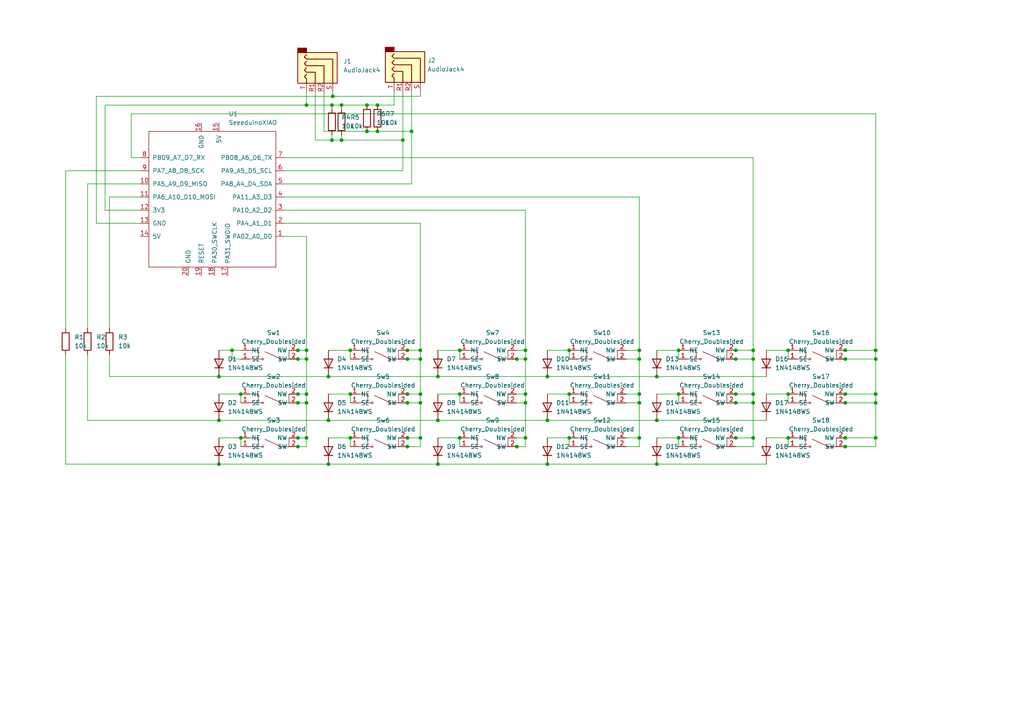
<source format=kicad_sch>
(kicad_sch (version 20211123) (generator eeschema)

  (uuid 9538e4ed-27e6-4c37-b989-9859dc0d49e8)

  (paper "A4")

  (lib_symbols
    (symbol "Cherry:Cherry_Doublesided" (in_bom yes) (on_board yes)
      (property "Reference" "Sw1" (id 0) (at 0.635 7.62 0)
        (effects (font (size 1.27 1.27)))
      )
      (property "Value" "Cherry_Doublesided" (id 1) (at 0.635 5.08 0)
        (effects (font (size 1.27 1.27)))
      )
      (property "Footprint" "MxSwitches:SW_MX_reversible" (id 2) (at 0 0 0)
        (effects (font (size 1.27 1.27)) hide)
      )
      (property "Datasheet" "" (id 3) (at 0 0 0)
        (effects (font (size 1.27 1.27)) hide)
      )
      (symbol "Cherry_Doublesided_0_1"
        (circle (center -2.54 0) (radius 0.254)
          (stroke (width 0) (type default) (color 0 0 0 0))
          (fill (type none))
        )
        (polyline
          (pts
            (xy -6.35 0)
            (xy -5.08 0)
          )
          (stroke (width 0) (type default) (color 0 0 0 0))
          (fill (type none))
        )
        (polyline
          (pts
            (xy -5.08 0)
            (xy -2.794 0)
          )
          (stroke (width 0) (type default) (color 0 0 0 0))
          (fill (type none))
        )
        (polyline
          (pts
            (xy 2.3368 0.2032)
            (xy -1.8796 2.1336)
          )
          (stroke (width 0) (type default) (color 0 0 0 0))
          (fill (type none))
        )
        (polyline
          (pts
            (xy 2.8448 0)
            (xy 6.35 0)
          )
          (stroke (width 0) (type default) (color 0 0 0 0))
          (fill (type none))
        )
        (polyline
          (pts
            (xy 6.35 0)
            (xy 7.62 0)
          )
          (stroke (width 0) (type default) (color 0 0 0 0))
          (fill (type none))
        )
        (polyline
          (pts
            (xy 6.35 2.54)
            (xy 7.62 2.54)
          )
          (stroke (width 0) (type default) (color 0 0 0 0))
          (fill (type none))
        )
        (polyline
          (pts
            (xy -3.81 0)
            (xy -3.81 2.54)
            (xy -6.35 2.54)
          )
          (stroke (width 0) (type default) (color 0 0 0 0))
          (fill (type none))
        )
        (polyline
          (pts
            (xy 5.08 0)
            (xy 5.08 2.54)
            (xy 6.35 2.54)
          )
          (stroke (width 0) (type default) (color 0 0 0 0))
          (fill (type none))
        )
        (circle (center 2.54 0) (radius 0.2736)
          (stroke (width 0) (type default) (color 0 0 0 0))
          (fill (type none))
        )
      )
      (symbol "Cherry_Doublesided_1_1"
        (pin input line (at -8.89 2.54 0) (length 2.54)
          (name "NE" (effects (font (size 1.27 1.27))))
          (number "1" (effects (font (size 1.27 1.27))))
        )
        (pin input line (at -8.89 0 0) (length 2.54)
          (name "SE" (effects (font (size 1.27 1.27))))
          (number "1" (effects (font (size 1.27 1.27))))
        )
        (pin output line (at 7.6708 2.54 180) (length 2.54)
          (name "NW" (effects (font (size 1.27 1.27))))
          (number "2" (effects (font (size 1.27 1.27))))
        )
        (pin output line (at 7.6708 0 180) (length 2.54)
          (name "SW" (effects (font (size 1.27 1.27))))
          (number "2" (effects (font (size 1.27 1.27))))
        )
      )
    )
    (symbol "Cherry_Doublesided_1" (in_bom yes) (on_board yes)
      (property "Reference" "Sw1" (id 0) (at 0.635 7.62 0)
        (effects (font (size 1.27 1.27)))
      )
      (property "Value" "Cherry_Doublesided" (id 1) (at 0.635 5.08 0)
        (effects (font (size 1.27 1.27)))
      )
      (property "Footprint" "MxSwitches:SW_MX_reversible" (id 2) (at 0 0 0)
        (effects (font (size 1.27 1.27)) hide)
      )
      (property "Datasheet" "" (id 3) (at 0 0 0)
        (effects (font (size 1.27 1.27)) hide)
      )
      (symbol "Cherry_Doublesided_1_0_1"
        (circle (center -2.54 0) (radius 0.254)
          (stroke (width 0) (type default) (color 0 0 0 0))
          (fill (type none))
        )
        (polyline
          (pts
            (xy -6.35 0)
            (xy -5.08 0)
          )
          (stroke (width 0) (type default) (color 0 0 0 0))
          (fill (type none))
        )
        (polyline
          (pts
            (xy -5.08 0)
            (xy -2.794 0)
          )
          (stroke (width 0) (type default) (color 0 0 0 0))
          (fill (type none))
        )
        (polyline
          (pts
            (xy 2.3368 0.2032)
            (xy -1.8796 2.1336)
          )
          (stroke (width 0) (type default) (color 0 0 0 0))
          (fill (type none))
        )
        (polyline
          (pts
            (xy 2.8448 0)
            (xy 6.35 0)
          )
          (stroke (width 0) (type default) (color 0 0 0 0))
          (fill (type none))
        )
        (polyline
          (pts
            (xy 6.35 0)
            (xy 7.62 0)
          )
          (stroke (width 0) (type default) (color 0 0 0 0))
          (fill (type none))
        )
        (polyline
          (pts
            (xy 6.35 2.54)
            (xy 7.62 2.54)
          )
          (stroke (width 0) (type default) (color 0 0 0 0))
          (fill (type none))
        )
        (polyline
          (pts
            (xy -3.81 0)
            (xy -3.81 2.54)
            (xy -6.35 2.54)
          )
          (stroke (width 0) (type default) (color 0 0 0 0))
          (fill (type none))
        )
        (polyline
          (pts
            (xy 5.08 0)
            (xy 5.08 2.54)
            (xy 6.35 2.54)
          )
          (stroke (width 0) (type default) (color 0 0 0 0))
          (fill (type none))
        )
        (circle (center 2.54 0) (radius 0.2736)
          (stroke (width 0) (type default) (color 0 0 0 0))
          (fill (type none))
        )
      )
      (symbol "Cherry_Doublesided_1_1_1"
        (pin input line (at -8.89 2.54 0) (length 2.54)
          (name "NE" (effects (font (size 1.27 1.27))))
          (number "1" (effects (font (size 1.27 1.27))))
        )
        (pin input line (at -8.89 0 0) (length 2.54)
          (name "SE" (effects (font (size 1.27 1.27))))
          (number "1" (effects (font (size 1.27 1.27))))
        )
        (pin output line (at 7.6708 2.54 180) (length 2.54)
          (name "NW" (effects (font (size 1.27 1.27))))
          (number "2" (effects (font (size 1.27 1.27))))
        )
        (pin output line (at 7.6708 0 180) (length 2.54)
          (name "SW" (effects (font (size 1.27 1.27))))
          (number "2" (effects (font (size 1.27 1.27))))
        )
      )
    )
    (symbol "Cherry_Doublesided_10" (in_bom yes) (on_board yes)
      (property "Reference" "Sw1" (id 0) (at 0.635 7.62 0)
        (effects (font (size 1.27 1.27)))
      )
      (property "Value" "Cherry_Doublesided_10" (id 1) (at 0.635 5.08 0)
        (effects (font (size 1.27 1.27)))
      )
      (property "Footprint" "MxSwitches:SW_MX_reversible" (id 2) (at 0 0 0)
        (effects (font (size 1.27 1.27)) hide)
      )
      (property "Datasheet" "" (id 3) (at 0 0 0)
        (effects (font (size 1.27 1.27)) hide)
      )
      (symbol "Cherry_Doublesided_10_0_1"
        (circle (center -2.54 0) (radius 0.254)
          (stroke (width 0) (type default) (color 0 0 0 0))
          (fill (type none))
        )
        (polyline
          (pts
            (xy -6.35 0)
            (xy -5.08 0)
          )
          (stroke (width 0) (type default) (color 0 0 0 0))
          (fill (type none))
        )
        (polyline
          (pts
            (xy -5.08 0)
            (xy -2.794 0)
          )
          (stroke (width 0) (type default) (color 0 0 0 0))
          (fill (type none))
        )
        (polyline
          (pts
            (xy 2.3368 0.2032)
            (xy -1.8796 2.1336)
          )
          (stroke (width 0) (type default) (color 0 0 0 0))
          (fill (type none))
        )
        (polyline
          (pts
            (xy 2.8448 0)
            (xy 6.35 0)
          )
          (stroke (width 0) (type default) (color 0 0 0 0))
          (fill (type none))
        )
        (polyline
          (pts
            (xy 6.35 0)
            (xy 7.62 0)
          )
          (stroke (width 0) (type default) (color 0 0 0 0))
          (fill (type none))
        )
        (polyline
          (pts
            (xy 6.35 2.54)
            (xy 7.62 2.54)
          )
          (stroke (width 0) (type default) (color 0 0 0 0))
          (fill (type none))
        )
        (polyline
          (pts
            (xy -3.81 0)
            (xy -3.81 2.54)
            (xy -6.35 2.54)
          )
          (stroke (width 0) (type default) (color 0 0 0 0))
          (fill (type none))
        )
        (polyline
          (pts
            (xy 5.08 0)
            (xy 5.08 2.54)
            (xy 6.35 2.54)
          )
          (stroke (width 0) (type default) (color 0 0 0 0))
          (fill (type none))
        )
        (circle (center 2.54 0) (radius 0.2736)
          (stroke (width 0) (type default) (color 0 0 0 0))
          (fill (type none))
        )
      )
      (symbol "Cherry_Doublesided_10_1_1"
        (pin input line (at -8.89 2.54 0) (length 2.54)
          (name "NE" (effects (font (size 1.27 1.27))))
          (number "1" (effects (font (size 1.27 1.27))))
        )
        (pin input line (at -8.89 0 0) (length 2.54)
          (name "SE" (effects (font (size 1.27 1.27))))
          (number "1" (effects (font (size 1.27 1.27))))
        )
        (pin output line (at 7.6708 2.54 180) (length 2.54)
          (name "NW" (effects (font (size 1.27 1.27))))
          (number "2" (effects (font (size 1.27 1.27))))
        )
        (pin output line (at 7.6708 0 180) (length 2.54)
          (name "SW" (effects (font (size 1.27 1.27))))
          (number "2" (effects (font (size 1.27 1.27))))
        )
      )
    )
    (symbol "Cherry_Doublesided_11" (in_bom yes) (on_board yes)
      (property "Reference" "Sw1" (id 0) (at 0.635 7.62 0)
        (effects (font (size 1.27 1.27)))
      )
      (property "Value" "Cherry_Doublesided_11" (id 1) (at 0.635 5.08 0)
        (effects (font (size 1.27 1.27)))
      )
      (property "Footprint" "MxSwitches:SW_MX_reversible" (id 2) (at 0 0 0)
        (effects (font (size 1.27 1.27)) hide)
      )
      (property "Datasheet" "" (id 3) (at 0 0 0)
        (effects (font (size 1.27 1.27)) hide)
      )
      (symbol "Cherry_Doublesided_11_0_1"
        (circle (center -2.54 0) (radius 0.254)
          (stroke (width 0) (type default) (color 0 0 0 0))
          (fill (type none))
        )
        (polyline
          (pts
            (xy -6.35 0)
            (xy -5.08 0)
          )
          (stroke (width 0) (type default) (color 0 0 0 0))
          (fill (type none))
        )
        (polyline
          (pts
            (xy -5.08 0)
            (xy -2.794 0)
          )
          (stroke (width 0) (type default) (color 0 0 0 0))
          (fill (type none))
        )
        (polyline
          (pts
            (xy 2.3368 0.2032)
            (xy -1.8796 2.1336)
          )
          (stroke (width 0) (type default) (color 0 0 0 0))
          (fill (type none))
        )
        (polyline
          (pts
            (xy 2.8448 0)
            (xy 6.35 0)
          )
          (stroke (width 0) (type default) (color 0 0 0 0))
          (fill (type none))
        )
        (polyline
          (pts
            (xy 6.35 0)
            (xy 7.62 0)
          )
          (stroke (width 0) (type default) (color 0 0 0 0))
          (fill (type none))
        )
        (polyline
          (pts
            (xy 6.35 2.54)
            (xy 7.62 2.54)
          )
          (stroke (width 0) (type default) (color 0 0 0 0))
          (fill (type none))
        )
        (polyline
          (pts
            (xy -3.81 0)
            (xy -3.81 2.54)
            (xy -6.35 2.54)
          )
          (stroke (width 0) (type default) (color 0 0 0 0))
          (fill (type none))
        )
        (polyline
          (pts
            (xy 5.08 0)
            (xy 5.08 2.54)
            (xy 6.35 2.54)
          )
          (stroke (width 0) (type default) (color 0 0 0 0))
          (fill (type none))
        )
        (circle (center 2.54 0) (radius 0.2736)
          (stroke (width 0) (type default) (color 0 0 0 0))
          (fill (type none))
        )
      )
      (symbol "Cherry_Doublesided_11_1_1"
        (pin input line (at -8.89 2.54 0) (length 2.54)
          (name "NE" (effects (font (size 1.27 1.27))))
          (number "1" (effects (font (size 1.27 1.27))))
        )
        (pin input line (at -8.89 0 0) (length 2.54)
          (name "SE" (effects (font (size 1.27 1.27))))
          (number "1" (effects (font (size 1.27 1.27))))
        )
        (pin output line (at 7.6708 2.54 180) (length 2.54)
          (name "NW" (effects (font (size 1.27 1.27))))
          (number "2" (effects (font (size 1.27 1.27))))
        )
        (pin output line (at 7.6708 0 180) (length 2.54)
          (name "SW" (effects (font (size 1.27 1.27))))
          (number "2" (effects (font (size 1.27 1.27))))
        )
      )
    )
    (symbol "Cherry_Doublesided_12" (in_bom yes) (on_board yes)
      (property "Reference" "Sw1" (id 0) (at 0.635 7.62 0)
        (effects (font (size 1.27 1.27)))
      )
      (property "Value" "Cherry_Doublesided_12" (id 1) (at 0.635 5.08 0)
        (effects (font (size 1.27 1.27)))
      )
      (property "Footprint" "MxSwitches:SW_MX_reversible" (id 2) (at 0 0 0)
        (effects (font (size 1.27 1.27)) hide)
      )
      (property "Datasheet" "" (id 3) (at 0 0 0)
        (effects (font (size 1.27 1.27)) hide)
      )
      (symbol "Cherry_Doublesided_12_0_1"
        (circle (center -2.54 0) (radius 0.254)
          (stroke (width 0) (type default) (color 0 0 0 0))
          (fill (type none))
        )
        (polyline
          (pts
            (xy -6.35 0)
            (xy -5.08 0)
          )
          (stroke (width 0) (type default) (color 0 0 0 0))
          (fill (type none))
        )
        (polyline
          (pts
            (xy -5.08 0)
            (xy -2.794 0)
          )
          (stroke (width 0) (type default) (color 0 0 0 0))
          (fill (type none))
        )
        (polyline
          (pts
            (xy 2.3368 0.2032)
            (xy -1.8796 2.1336)
          )
          (stroke (width 0) (type default) (color 0 0 0 0))
          (fill (type none))
        )
        (polyline
          (pts
            (xy 2.8448 0)
            (xy 6.35 0)
          )
          (stroke (width 0) (type default) (color 0 0 0 0))
          (fill (type none))
        )
        (polyline
          (pts
            (xy 6.35 0)
            (xy 7.62 0)
          )
          (stroke (width 0) (type default) (color 0 0 0 0))
          (fill (type none))
        )
        (polyline
          (pts
            (xy 6.35 2.54)
            (xy 7.62 2.54)
          )
          (stroke (width 0) (type default) (color 0 0 0 0))
          (fill (type none))
        )
        (polyline
          (pts
            (xy -3.81 0)
            (xy -3.81 2.54)
            (xy -6.35 2.54)
          )
          (stroke (width 0) (type default) (color 0 0 0 0))
          (fill (type none))
        )
        (polyline
          (pts
            (xy 5.08 0)
            (xy 5.08 2.54)
            (xy 6.35 2.54)
          )
          (stroke (width 0) (type default) (color 0 0 0 0))
          (fill (type none))
        )
        (circle (center 2.54 0) (radius 0.2736)
          (stroke (width 0) (type default) (color 0 0 0 0))
          (fill (type none))
        )
      )
      (symbol "Cherry_Doublesided_12_1_1"
        (pin input line (at -8.89 2.54 0) (length 2.54)
          (name "NE" (effects (font (size 1.27 1.27))))
          (number "1" (effects (font (size 1.27 1.27))))
        )
        (pin input line (at -8.89 0 0) (length 2.54)
          (name "SE" (effects (font (size 1.27 1.27))))
          (number "1" (effects (font (size 1.27 1.27))))
        )
        (pin output line (at 7.6708 2.54 180) (length 2.54)
          (name "NW" (effects (font (size 1.27 1.27))))
          (number "2" (effects (font (size 1.27 1.27))))
        )
        (pin output line (at 7.6708 0 180) (length 2.54)
          (name "SW" (effects (font (size 1.27 1.27))))
          (number "2" (effects (font (size 1.27 1.27))))
        )
      )
    )
    (symbol "Cherry_Doublesided_13" (in_bom yes) (on_board yes)
      (property "Reference" "Sw1" (id 0) (at 0.635 7.62 0)
        (effects (font (size 1.27 1.27)))
      )
      (property "Value" "Cherry_Doublesided_13" (id 1) (at 0.635 5.08 0)
        (effects (font (size 1.27 1.27)))
      )
      (property "Footprint" "MxSwitches:SW_MX_reversible" (id 2) (at 0 0 0)
        (effects (font (size 1.27 1.27)) hide)
      )
      (property "Datasheet" "" (id 3) (at 0 0 0)
        (effects (font (size 1.27 1.27)) hide)
      )
      (symbol "Cherry_Doublesided_13_0_1"
        (circle (center -2.54 0) (radius 0.254)
          (stroke (width 0) (type default) (color 0 0 0 0))
          (fill (type none))
        )
        (polyline
          (pts
            (xy -6.35 0)
            (xy -5.08 0)
          )
          (stroke (width 0) (type default) (color 0 0 0 0))
          (fill (type none))
        )
        (polyline
          (pts
            (xy -5.08 0)
            (xy -2.794 0)
          )
          (stroke (width 0) (type default) (color 0 0 0 0))
          (fill (type none))
        )
        (polyline
          (pts
            (xy 2.3368 0.2032)
            (xy -1.8796 2.1336)
          )
          (stroke (width 0) (type default) (color 0 0 0 0))
          (fill (type none))
        )
        (polyline
          (pts
            (xy 2.8448 0)
            (xy 6.35 0)
          )
          (stroke (width 0) (type default) (color 0 0 0 0))
          (fill (type none))
        )
        (polyline
          (pts
            (xy 6.35 0)
            (xy 7.62 0)
          )
          (stroke (width 0) (type default) (color 0 0 0 0))
          (fill (type none))
        )
        (polyline
          (pts
            (xy 6.35 2.54)
            (xy 7.62 2.54)
          )
          (stroke (width 0) (type default) (color 0 0 0 0))
          (fill (type none))
        )
        (polyline
          (pts
            (xy -3.81 0)
            (xy -3.81 2.54)
            (xy -6.35 2.54)
          )
          (stroke (width 0) (type default) (color 0 0 0 0))
          (fill (type none))
        )
        (polyline
          (pts
            (xy 5.08 0)
            (xy 5.08 2.54)
            (xy 6.35 2.54)
          )
          (stroke (width 0) (type default) (color 0 0 0 0))
          (fill (type none))
        )
        (circle (center 2.54 0) (radius 0.2736)
          (stroke (width 0) (type default) (color 0 0 0 0))
          (fill (type none))
        )
      )
      (symbol "Cherry_Doublesided_13_1_1"
        (pin input line (at -8.89 2.54 0) (length 2.54)
          (name "NE" (effects (font (size 1.27 1.27))))
          (number "1" (effects (font (size 1.27 1.27))))
        )
        (pin input line (at -8.89 0 0) (length 2.54)
          (name "SE" (effects (font (size 1.27 1.27))))
          (number "1" (effects (font (size 1.27 1.27))))
        )
        (pin output line (at 7.6708 2.54 180) (length 2.54)
          (name "NW" (effects (font (size 1.27 1.27))))
          (number "2" (effects (font (size 1.27 1.27))))
        )
        (pin output line (at 7.6708 0 180) (length 2.54)
          (name "SW" (effects (font (size 1.27 1.27))))
          (number "2" (effects (font (size 1.27 1.27))))
        )
      )
    )
    (symbol "Cherry_Doublesided_14" (in_bom yes) (on_board yes)
      (property "Reference" "Sw1" (id 0) (at 0.635 7.62 0)
        (effects (font (size 1.27 1.27)))
      )
      (property "Value" "Cherry_Doublesided_14" (id 1) (at 0.635 5.08 0)
        (effects (font (size 1.27 1.27)))
      )
      (property "Footprint" "MxSwitches:SW_MX_reversible" (id 2) (at 0 0 0)
        (effects (font (size 1.27 1.27)) hide)
      )
      (property "Datasheet" "" (id 3) (at 0 0 0)
        (effects (font (size 1.27 1.27)) hide)
      )
      (symbol "Cherry_Doublesided_14_0_1"
        (circle (center -2.54 0) (radius 0.254)
          (stroke (width 0) (type default) (color 0 0 0 0))
          (fill (type none))
        )
        (polyline
          (pts
            (xy -6.35 0)
            (xy -5.08 0)
          )
          (stroke (width 0) (type default) (color 0 0 0 0))
          (fill (type none))
        )
        (polyline
          (pts
            (xy -5.08 0)
            (xy -2.794 0)
          )
          (stroke (width 0) (type default) (color 0 0 0 0))
          (fill (type none))
        )
        (polyline
          (pts
            (xy 2.3368 0.2032)
            (xy -1.8796 2.1336)
          )
          (stroke (width 0) (type default) (color 0 0 0 0))
          (fill (type none))
        )
        (polyline
          (pts
            (xy 2.8448 0)
            (xy 6.35 0)
          )
          (stroke (width 0) (type default) (color 0 0 0 0))
          (fill (type none))
        )
        (polyline
          (pts
            (xy 6.35 0)
            (xy 7.62 0)
          )
          (stroke (width 0) (type default) (color 0 0 0 0))
          (fill (type none))
        )
        (polyline
          (pts
            (xy 6.35 2.54)
            (xy 7.62 2.54)
          )
          (stroke (width 0) (type default) (color 0 0 0 0))
          (fill (type none))
        )
        (polyline
          (pts
            (xy -3.81 0)
            (xy -3.81 2.54)
            (xy -6.35 2.54)
          )
          (stroke (width 0) (type default) (color 0 0 0 0))
          (fill (type none))
        )
        (polyline
          (pts
            (xy 5.08 0)
            (xy 5.08 2.54)
            (xy 6.35 2.54)
          )
          (stroke (width 0) (type default) (color 0 0 0 0))
          (fill (type none))
        )
        (circle (center 2.54 0) (radius 0.2736)
          (stroke (width 0) (type default) (color 0 0 0 0))
          (fill (type none))
        )
      )
      (symbol "Cherry_Doublesided_14_1_1"
        (pin input line (at -8.89 2.54 0) (length 2.54)
          (name "NE" (effects (font (size 1.27 1.27))))
          (number "1" (effects (font (size 1.27 1.27))))
        )
        (pin input line (at -8.89 0 0) (length 2.54)
          (name "SE" (effects (font (size 1.27 1.27))))
          (number "1" (effects (font (size 1.27 1.27))))
        )
        (pin output line (at 7.6708 2.54 180) (length 2.54)
          (name "NW" (effects (font (size 1.27 1.27))))
          (number "2" (effects (font (size 1.27 1.27))))
        )
        (pin output line (at 7.6708 0 180) (length 2.54)
          (name "SW" (effects (font (size 1.27 1.27))))
          (number "2" (effects (font (size 1.27 1.27))))
        )
      )
    )
    (symbol "Cherry_Doublesided_15" (in_bom yes) (on_board yes)
      (property "Reference" "Sw1" (id 0) (at 0.635 7.62 0)
        (effects (font (size 1.27 1.27)))
      )
      (property "Value" "Cherry_Doublesided_15" (id 1) (at 0.635 5.08 0)
        (effects (font (size 1.27 1.27)))
      )
      (property "Footprint" "MxSwitches:SW_MX_reversible" (id 2) (at 0 0 0)
        (effects (font (size 1.27 1.27)) hide)
      )
      (property "Datasheet" "" (id 3) (at 0 0 0)
        (effects (font (size 1.27 1.27)) hide)
      )
      (symbol "Cherry_Doublesided_15_0_1"
        (circle (center -2.54 0) (radius 0.254)
          (stroke (width 0) (type default) (color 0 0 0 0))
          (fill (type none))
        )
        (polyline
          (pts
            (xy -6.35 0)
            (xy -5.08 0)
          )
          (stroke (width 0) (type default) (color 0 0 0 0))
          (fill (type none))
        )
        (polyline
          (pts
            (xy -5.08 0)
            (xy -2.794 0)
          )
          (stroke (width 0) (type default) (color 0 0 0 0))
          (fill (type none))
        )
        (polyline
          (pts
            (xy 2.3368 0.2032)
            (xy -1.8796 2.1336)
          )
          (stroke (width 0) (type default) (color 0 0 0 0))
          (fill (type none))
        )
        (polyline
          (pts
            (xy 2.8448 0)
            (xy 6.35 0)
          )
          (stroke (width 0) (type default) (color 0 0 0 0))
          (fill (type none))
        )
        (polyline
          (pts
            (xy 6.35 0)
            (xy 7.62 0)
          )
          (stroke (width 0) (type default) (color 0 0 0 0))
          (fill (type none))
        )
        (polyline
          (pts
            (xy 6.35 2.54)
            (xy 7.62 2.54)
          )
          (stroke (width 0) (type default) (color 0 0 0 0))
          (fill (type none))
        )
        (polyline
          (pts
            (xy -3.81 0)
            (xy -3.81 2.54)
            (xy -6.35 2.54)
          )
          (stroke (width 0) (type default) (color 0 0 0 0))
          (fill (type none))
        )
        (polyline
          (pts
            (xy 5.08 0)
            (xy 5.08 2.54)
            (xy 6.35 2.54)
          )
          (stroke (width 0) (type default) (color 0 0 0 0))
          (fill (type none))
        )
        (circle (center 2.54 0) (radius 0.2736)
          (stroke (width 0) (type default) (color 0 0 0 0))
          (fill (type none))
        )
      )
      (symbol "Cherry_Doublesided_15_1_1"
        (pin input line (at -8.89 2.54 0) (length 2.54)
          (name "NE" (effects (font (size 1.27 1.27))))
          (number "1" (effects (font (size 1.27 1.27))))
        )
        (pin input line (at -8.89 0 0) (length 2.54)
          (name "SE" (effects (font (size 1.27 1.27))))
          (number "1" (effects (font (size 1.27 1.27))))
        )
        (pin output line (at 7.6708 2.54 180) (length 2.54)
          (name "NW" (effects (font (size 1.27 1.27))))
          (number "2" (effects (font (size 1.27 1.27))))
        )
        (pin output line (at 7.6708 0 180) (length 2.54)
          (name "SW" (effects (font (size 1.27 1.27))))
          (number "2" (effects (font (size 1.27 1.27))))
        )
      )
    )
    (symbol "Cherry_Doublesided_16" (in_bom yes) (on_board yes)
      (property "Reference" "Sw1" (id 0) (at 0.635 7.62 0)
        (effects (font (size 1.27 1.27)))
      )
      (property "Value" "Cherry_Doublesided_16" (id 1) (at 0.635 5.08 0)
        (effects (font (size 1.27 1.27)))
      )
      (property "Footprint" "MxSwitches:SW_MX_reversible" (id 2) (at 0 0 0)
        (effects (font (size 1.27 1.27)) hide)
      )
      (property "Datasheet" "" (id 3) (at 0 0 0)
        (effects (font (size 1.27 1.27)) hide)
      )
      (symbol "Cherry_Doublesided_16_0_1"
        (circle (center -2.54 0) (radius 0.254)
          (stroke (width 0) (type default) (color 0 0 0 0))
          (fill (type none))
        )
        (polyline
          (pts
            (xy -6.35 0)
            (xy -5.08 0)
          )
          (stroke (width 0) (type default) (color 0 0 0 0))
          (fill (type none))
        )
        (polyline
          (pts
            (xy -5.08 0)
            (xy -2.794 0)
          )
          (stroke (width 0) (type default) (color 0 0 0 0))
          (fill (type none))
        )
        (polyline
          (pts
            (xy 2.3368 0.2032)
            (xy -1.8796 2.1336)
          )
          (stroke (width 0) (type default) (color 0 0 0 0))
          (fill (type none))
        )
        (polyline
          (pts
            (xy 2.8448 0)
            (xy 6.35 0)
          )
          (stroke (width 0) (type default) (color 0 0 0 0))
          (fill (type none))
        )
        (polyline
          (pts
            (xy 6.35 0)
            (xy 7.62 0)
          )
          (stroke (width 0) (type default) (color 0 0 0 0))
          (fill (type none))
        )
        (polyline
          (pts
            (xy 6.35 2.54)
            (xy 7.62 2.54)
          )
          (stroke (width 0) (type default) (color 0 0 0 0))
          (fill (type none))
        )
        (polyline
          (pts
            (xy -3.81 0)
            (xy -3.81 2.54)
            (xy -6.35 2.54)
          )
          (stroke (width 0) (type default) (color 0 0 0 0))
          (fill (type none))
        )
        (polyline
          (pts
            (xy 5.08 0)
            (xy 5.08 2.54)
            (xy 6.35 2.54)
          )
          (stroke (width 0) (type default) (color 0 0 0 0))
          (fill (type none))
        )
        (circle (center 2.54 0) (radius 0.2736)
          (stroke (width 0) (type default) (color 0 0 0 0))
          (fill (type none))
        )
      )
      (symbol "Cherry_Doublesided_16_1_1"
        (pin input line (at -8.89 2.54 0) (length 2.54)
          (name "NE" (effects (font (size 1.27 1.27))))
          (number "1" (effects (font (size 1.27 1.27))))
        )
        (pin input line (at -8.89 0 0) (length 2.54)
          (name "SE" (effects (font (size 1.27 1.27))))
          (number "1" (effects (font (size 1.27 1.27))))
        )
        (pin output line (at 7.6708 2.54 180) (length 2.54)
          (name "NW" (effects (font (size 1.27 1.27))))
          (number "2" (effects (font (size 1.27 1.27))))
        )
        (pin output line (at 7.6708 0 180) (length 2.54)
          (name "SW" (effects (font (size 1.27 1.27))))
          (number "2" (effects (font (size 1.27 1.27))))
        )
      )
    )
    (symbol "Cherry_Doublesided_17" (in_bom yes) (on_board yes)
      (property "Reference" "Sw1" (id 0) (at 0.635 7.62 0)
        (effects (font (size 1.27 1.27)))
      )
      (property "Value" "Cherry_Doublesided_17" (id 1) (at 0.635 5.08 0)
        (effects (font (size 1.27 1.27)))
      )
      (property "Footprint" "MxSwitches:SW_MX_reversible" (id 2) (at 0 0 0)
        (effects (font (size 1.27 1.27)) hide)
      )
      (property "Datasheet" "" (id 3) (at 0 0 0)
        (effects (font (size 1.27 1.27)) hide)
      )
      (symbol "Cherry_Doublesided_17_0_1"
        (circle (center -2.54 0) (radius 0.254)
          (stroke (width 0) (type default) (color 0 0 0 0))
          (fill (type none))
        )
        (polyline
          (pts
            (xy -6.35 0)
            (xy -5.08 0)
          )
          (stroke (width 0) (type default) (color 0 0 0 0))
          (fill (type none))
        )
        (polyline
          (pts
            (xy -5.08 0)
            (xy -2.794 0)
          )
          (stroke (width 0) (type default) (color 0 0 0 0))
          (fill (type none))
        )
        (polyline
          (pts
            (xy 2.3368 0.2032)
            (xy -1.8796 2.1336)
          )
          (stroke (width 0) (type default) (color 0 0 0 0))
          (fill (type none))
        )
        (polyline
          (pts
            (xy 2.8448 0)
            (xy 6.35 0)
          )
          (stroke (width 0) (type default) (color 0 0 0 0))
          (fill (type none))
        )
        (polyline
          (pts
            (xy 6.35 0)
            (xy 7.62 0)
          )
          (stroke (width 0) (type default) (color 0 0 0 0))
          (fill (type none))
        )
        (polyline
          (pts
            (xy 6.35 2.54)
            (xy 7.62 2.54)
          )
          (stroke (width 0) (type default) (color 0 0 0 0))
          (fill (type none))
        )
        (polyline
          (pts
            (xy -3.81 0)
            (xy -3.81 2.54)
            (xy -6.35 2.54)
          )
          (stroke (width 0) (type default) (color 0 0 0 0))
          (fill (type none))
        )
        (polyline
          (pts
            (xy 5.08 0)
            (xy 5.08 2.54)
            (xy 6.35 2.54)
          )
          (stroke (width 0) (type default) (color 0 0 0 0))
          (fill (type none))
        )
        (circle (center 2.54 0) (radius 0.2736)
          (stroke (width 0) (type default) (color 0 0 0 0))
          (fill (type none))
        )
      )
      (symbol "Cherry_Doublesided_17_1_1"
        (pin input line (at -8.89 2.54 0) (length 2.54)
          (name "NE" (effects (font (size 1.27 1.27))))
          (number "1" (effects (font (size 1.27 1.27))))
        )
        (pin input line (at -8.89 0 0) (length 2.54)
          (name "SE" (effects (font (size 1.27 1.27))))
          (number "1" (effects (font (size 1.27 1.27))))
        )
        (pin output line (at 7.6708 2.54 180) (length 2.54)
          (name "NW" (effects (font (size 1.27 1.27))))
          (number "2" (effects (font (size 1.27 1.27))))
        )
        (pin output line (at 7.6708 0 180) (length 2.54)
          (name "SW" (effects (font (size 1.27 1.27))))
          (number "2" (effects (font (size 1.27 1.27))))
        )
      )
    )
    (symbol "Cherry_Doublesided_2" (in_bom yes) (on_board yes)
      (property "Reference" "Sw1" (id 0) (at 0.635 7.62 0)
        (effects (font (size 1.27 1.27)))
      )
      (property "Value" "Cherry_Doublesided_2" (id 1) (at 0.635 5.08 0)
        (effects (font (size 1.27 1.27)))
      )
      (property "Footprint" "MxSwitches:SW_MX_reversible" (id 2) (at 0 0 0)
        (effects (font (size 1.27 1.27)) hide)
      )
      (property "Datasheet" "" (id 3) (at 0 0 0)
        (effects (font (size 1.27 1.27)) hide)
      )
      (symbol "Cherry_Doublesided_2_0_1"
        (circle (center -2.54 0) (radius 0.254)
          (stroke (width 0) (type default) (color 0 0 0 0))
          (fill (type none))
        )
        (polyline
          (pts
            (xy -6.35 0)
            (xy -5.08 0)
          )
          (stroke (width 0) (type default) (color 0 0 0 0))
          (fill (type none))
        )
        (polyline
          (pts
            (xy -5.08 0)
            (xy -2.794 0)
          )
          (stroke (width 0) (type default) (color 0 0 0 0))
          (fill (type none))
        )
        (polyline
          (pts
            (xy 2.3368 0.2032)
            (xy -1.8796 2.1336)
          )
          (stroke (width 0) (type default) (color 0 0 0 0))
          (fill (type none))
        )
        (polyline
          (pts
            (xy 2.8448 0)
            (xy 6.35 0)
          )
          (stroke (width 0) (type default) (color 0 0 0 0))
          (fill (type none))
        )
        (polyline
          (pts
            (xy 6.35 0)
            (xy 7.62 0)
          )
          (stroke (width 0) (type default) (color 0 0 0 0))
          (fill (type none))
        )
        (polyline
          (pts
            (xy 6.35 2.54)
            (xy 7.62 2.54)
          )
          (stroke (width 0) (type default) (color 0 0 0 0))
          (fill (type none))
        )
        (polyline
          (pts
            (xy -3.81 0)
            (xy -3.81 2.54)
            (xy -6.35 2.54)
          )
          (stroke (width 0) (type default) (color 0 0 0 0))
          (fill (type none))
        )
        (polyline
          (pts
            (xy 5.08 0)
            (xy 5.08 2.54)
            (xy 6.35 2.54)
          )
          (stroke (width 0) (type default) (color 0 0 0 0))
          (fill (type none))
        )
        (circle (center 2.54 0) (radius 0.2736)
          (stroke (width 0) (type default) (color 0 0 0 0))
          (fill (type none))
        )
      )
      (symbol "Cherry_Doublesided_2_1_1"
        (pin input line (at -8.89 2.54 0) (length 2.54)
          (name "NE" (effects (font (size 1.27 1.27))))
          (number "1" (effects (font (size 1.27 1.27))))
        )
        (pin input line (at -8.89 0 0) (length 2.54)
          (name "SE" (effects (font (size 1.27 1.27))))
          (number "1" (effects (font (size 1.27 1.27))))
        )
        (pin output line (at 7.6708 2.54 180) (length 2.54)
          (name "NW" (effects (font (size 1.27 1.27))))
          (number "2" (effects (font (size 1.27 1.27))))
        )
        (pin output line (at 7.6708 0 180) (length 2.54)
          (name "SW" (effects (font (size 1.27 1.27))))
          (number "2" (effects (font (size 1.27 1.27))))
        )
      )
    )
    (symbol "Cherry_Doublesided_3" (in_bom yes) (on_board yes)
      (property "Reference" "Sw1" (id 0) (at 0.635 7.62 0)
        (effects (font (size 1.27 1.27)))
      )
      (property "Value" "Cherry_Doublesided_3" (id 1) (at 0.635 5.08 0)
        (effects (font (size 1.27 1.27)))
      )
      (property "Footprint" "MxSwitches:SW_MX_reversible" (id 2) (at 0 0 0)
        (effects (font (size 1.27 1.27)) hide)
      )
      (property "Datasheet" "" (id 3) (at 0 0 0)
        (effects (font (size 1.27 1.27)) hide)
      )
      (symbol "Cherry_Doublesided_3_0_1"
        (circle (center -2.54 0) (radius 0.254)
          (stroke (width 0) (type default) (color 0 0 0 0))
          (fill (type none))
        )
        (polyline
          (pts
            (xy -6.35 0)
            (xy -5.08 0)
          )
          (stroke (width 0) (type default) (color 0 0 0 0))
          (fill (type none))
        )
        (polyline
          (pts
            (xy -5.08 0)
            (xy -2.794 0)
          )
          (stroke (width 0) (type default) (color 0 0 0 0))
          (fill (type none))
        )
        (polyline
          (pts
            (xy 2.3368 0.2032)
            (xy -1.8796 2.1336)
          )
          (stroke (width 0) (type default) (color 0 0 0 0))
          (fill (type none))
        )
        (polyline
          (pts
            (xy 2.8448 0)
            (xy 6.35 0)
          )
          (stroke (width 0) (type default) (color 0 0 0 0))
          (fill (type none))
        )
        (polyline
          (pts
            (xy 6.35 0)
            (xy 7.62 0)
          )
          (stroke (width 0) (type default) (color 0 0 0 0))
          (fill (type none))
        )
        (polyline
          (pts
            (xy 6.35 2.54)
            (xy 7.62 2.54)
          )
          (stroke (width 0) (type default) (color 0 0 0 0))
          (fill (type none))
        )
        (polyline
          (pts
            (xy -3.81 0)
            (xy -3.81 2.54)
            (xy -6.35 2.54)
          )
          (stroke (width 0) (type default) (color 0 0 0 0))
          (fill (type none))
        )
        (polyline
          (pts
            (xy 5.08 0)
            (xy 5.08 2.54)
            (xy 6.35 2.54)
          )
          (stroke (width 0) (type default) (color 0 0 0 0))
          (fill (type none))
        )
        (circle (center 2.54 0) (radius 0.2736)
          (stroke (width 0) (type default) (color 0 0 0 0))
          (fill (type none))
        )
      )
      (symbol "Cherry_Doublesided_3_1_1"
        (pin input line (at -8.89 2.54 0) (length 2.54)
          (name "NE" (effects (font (size 1.27 1.27))))
          (number "1" (effects (font (size 1.27 1.27))))
        )
        (pin input line (at -8.89 0 0) (length 2.54)
          (name "SE" (effects (font (size 1.27 1.27))))
          (number "1" (effects (font (size 1.27 1.27))))
        )
        (pin output line (at 7.6708 2.54 180) (length 2.54)
          (name "NW" (effects (font (size 1.27 1.27))))
          (number "2" (effects (font (size 1.27 1.27))))
        )
        (pin output line (at 7.6708 0 180) (length 2.54)
          (name "SW" (effects (font (size 1.27 1.27))))
          (number "2" (effects (font (size 1.27 1.27))))
        )
      )
    )
    (symbol "Cherry_Doublesided_4" (in_bom yes) (on_board yes)
      (property "Reference" "Sw1" (id 0) (at 0.635 7.62 0)
        (effects (font (size 1.27 1.27)))
      )
      (property "Value" "Cherry_Doublesided_4" (id 1) (at 0.635 5.08 0)
        (effects (font (size 1.27 1.27)))
      )
      (property "Footprint" "MxSwitches:SW_MX_reversible" (id 2) (at 0 0 0)
        (effects (font (size 1.27 1.27)) hide)
      )
      (property "Datasheet" "" (id 3) (at 0 0 0)
        (effects (font (size 1.27 1.27)) hide)
      )
      (symbol "Cherry_Doublesided_4_0_1"
        (circle (center -2.54 0) (radius 0.254)
          (stroke (width 0) (type default) (color 0 0 0 0))
          (fill (type none))
        )
        (polyline
          (pts
            (xy -6.35 0)
            (xy -5.08 0)
          )
          (stroke (width 0) (type default) (color 0 0 0 0))
          (fill (type none))
        )
        (polyline
          (pts
            (xy -5.08 0)
            (xy -2.794 0)
          )
          (stroke (width 0) (type default) (color 0 0 0 0))
          (fill (type none))
        )
        (polyline
          (pts
            (xy 2.3368 0.2032)
            (xy -1.8796 2.1336)
          )
          (stroke (width 0) (type default) (color 0 0 0 0))
          (fill (type none))
        )
        (polyline
          (pts
            (xy 2.8448 0)
            (xy 6.35 0)
          )
          (stroke (width 0) (type default) (color 0 0 0 0))
          (fill (type none))
        )
        (polyline
          (pts
            (xy 6.35 0)
            (xy 7.62 0)
          )
          (stroke (width 0) (type default) (color 0 0 0 0))
          (fill (type none))
        )
        (polyline
          (pts
            (xy 6.35 2.54)
            (xy 7.62 2.54)
          )
          (stroke (width 0) (type default) (color 0 0 0 0))
          (fill (type none))
        )
        (polyline
          (pts
            (xy -3.81 0)
            (xy -3.81 2.54)
            (xy -6.35 2.54)
          )
          (stroke (width 0) (type default) (color 0 0 0 0))
          (fill (type none))
        )
        (polyline
          (pts
            (xy 5.08 0)
            (xy 5.08 2.54)
            (xy 6.35 2.54)
          )
          (stroke (width 0) (type default) (color 0 0 0 0))
          (fill (type none))
        )
        (circle (center 2.54 0) (radius 0.2736)
          (stroke (width 0) (type default) (color 0 0 0 0))
          (fill (type none))
        )
      )
      (symbol "Cherry_Doublesided_4_1_1"
        (pin input line (at -8.89 2.54 0) (length 2.54)
          (name "NE" (effects (font (size 1.27 1.27))))
          (number "1" (effects (font (size 1.27 1.27))))
        )
        (pin input line (at -8.89 0 0) (length 2.54)
          (name "SE" (effects (font (size 1.27 1.27))))
          (number "1" (effects (font (size 1.27 1.27))))
        )
        (pin output line (at 7.6708 2.54 180) (length 2.54)
          (name "NW" (effects (font (size 1.27 1.27))))
          (number "2" (effects (font (size 1.27 1.27))))
        )
        (pin output line (at 7.6708 0 180) (length 2.54)
          (name "SW" (effects (font (size 1.27 1.27))))
          (number "2" (effects (font (size 1.27 1.27))))
        )
      )
    )
    (symbol "Cherry_Doublesided_5" (in_bom yes) (on_board yes)
      (property "Reference" "Sw1" (id 0) (at 0.635 7.62 0)
        (effects (font (size 1.27 1.27)))
      )
      (property "Value" "Cherry_Doublesided_5" (id 1) (at 0.635 5.08 0)
        (effects (font (size 1.27 1.27)))
      )
      (property "Footprint" "MxSwitches:SW_MX_reversible" (id 2) (at 0 0 0)
        (effects (font (size 1.27 1.27)) hide)
      )
      (property "Datasheet" "" (id 3) (at 0 0 0)
        (effects (font (size 1.27 1.27)) hide)
      )
      (symbol "Cherry_Doublesided_5_0_1"
        (circle (center -2.54 0) (radius 0.254)
          (stroke (width 0) (type default) (color 0 0 0 0))
          (fill (type none))
        )
        (polyline
          (pts
            (xy -6.35 0)
            (xy -5.08 0)
          )
          (stroke (width 0) (type default) (color 0 0 0 0))
          (fill (type none))
        )
        (polyline
          (pts
            (xy -5.08 0)
            (xy -2.794 0)
          )
          (stroke (width 0) (type default) (color 0 0 0 0))
          (fill (type none))
        )
        (polyline
          (pts
            (xy 2.3368 0.2032)
            (xy -1.8796 2.1336)
          )
          (stroke (width 0) (type default) (color 0 0 0 0))
          (fill (type none))
        )
        (polyline
          (pts
            (xy 2.8448 0)
            (xy 6.35 0)
          )
          (stroke (width 0) (type default) (color 0 0 0 0))
          (fill (type none))
        )
        (polyline
          (pts
            (xy 6.35 0)
            (xy 7.62 0)
          )
          (stroke (width 0) (type default) (color 0 0 0 0))
          (fill (type none))
        )
        (polyline
          (pts
            (xy 6.35 2.54)
            (xy 7.62 2.54)
          )
          (stroke (width 0) (type default) (color 0 0 0 0))
          (fill (type none))
        )
        (polyline
          (pts
            (xy -3.81 0)
            (xy -3.81 2.54)
            (xy -6.35 2.54)
          )
          (stroke (width 0) (type default) (color 0 0 0 0))
          (fill (type none))
        )
        (polyline
          (pts
            (xy 5.08 0)
            (xy 5.08 2.54)
            (xy 6.35 2.54)
          )
          (stroke (width 0) (type default) (color 0 0 0 0))
          (fill (type none))
        )
        (circle (center 2.54 0) (radius 0.2736)
          (stroke (width 0) (type default) (color 0 0 0 0))
          (fill (type none))
        )
      )
      (symbol "Cherry_Doublesided_5_1_1"
        (pin input line (at -8.89 2.54 0) (length 2.54)
          (name "NE" (effects (font (size 1.27 1.27))))
          (number "1" (effects (font (size 1.27 1.27))))
        )
        (pin input line (at -8.89 0 0) (length 2.54)
          (name "SE" (effects (font (size 1.27 1.27))))
          (number "1" (effects (font (size 1.27 1.27))))
        )
        (pin output line (at 7.6708 2.54 180) (length 2.54)
          (name "NW" (effects (font (size 1.27 1.27))))
          (number "2" (effects (font (size 1.27 1.27))))
        )
        (pin output line (at 7.6708 0 180) (length 2.54)
          (name "SW" (effects (font (size 1.27 1.27))))
          (number "2" (effects (font (size 1.27 1.27))))
        )
      )
    )
    (symbol "Cherry_Doublesided_6" (in_bom yes) (on_board yes)
      (property "Reference" "Sw1" (id 0) (at 0.635 7.62 0)
        (effects (font (size 1.27 1.27)))
      )
      (property "Value" "Cherry_Doublesided_6" (id 1) (at 0.635 5.08 0)
        (effects (font (size 1.27 1.27)))
      )
      (property "Footprint" "MxSwitches:SW_MX_reversible" (id 2) (at 0 0 0)
        (effects (font (size 1.27 1.27)) hide)
      )
      (property "Datasheet" "" (id 3) (at 0 0 0)
        (effects (font (size 1.27 1.27)) hide)
      )
      (symbol "Cherry_Doublesided_6_0_1"
        (circle (center -2.54 0) (radius 0.254)
          (stroke (width 0) (type default) (color 0 0 0 0))
          (fill (type none))
        )
        (polyline
          (pts
            (xy -6.35 0)
            (xy -5.08 0)
          )
          (stroke (width 0) (type default) (color 0 0 0 0))
          (fill (type none))
        )
        (polyline
          (pts
            (xy -5.08 0)
            (xy -2.794 0)
          )
          (stroke (width 0) (type default) (color 0 0 0 0))
          (fill (type none))
        )
        (polyline
          (pts
            (xy 2.3368 0.2032)
            (xy -1.8796 2.1336)
          )
          (stroke (width 0) (type default) (color 0 0 0 0))
          (fill (type none))
        )
        (polyline
          (pts
            (xy 2.8448 0)
            (xy 6.35 0)
          )
          (stroke (width 0) (type default) (color 0 0 0 0))
          (fill (type none))
        )
        (polyline
          (pts
            (xy 6.35 0)
            (xy 7.62 0)
          )
          (stroke (width 0) (type default) (color 0 0 0 0))
          (fill (type none))
        )
        (polyline
          (pts
            (xy 6.35 2.54)
            (xy 7.62 2.54)
          )
          (stroke (width 0) (type default) (color 0 0 0 0))
          (fill (type none))
        )
        (polyline
          (pts
            (xy -3.81 0)
            (xy -3.81 2.54)
            (xy -6.35 2.54)
          )
          (stroke (width 0) (type default) (color 0 0 0 0))
          (fill (type none))
        )
        (polyline
          (pts
            (xy 5.08 0)
            (xy 5.08 2.54)
            (xy 6.35 2.54)
          )
          (stroke (width 0) (type default) (color 0 0 0 0))
          (fill (type none))
        )
        (circle (center 2.54 0) (radius 0.2736)
          (stroke (width 0) (type default) (color 0 0 0 0))
          (fill (type none))
        )
      )
      (symbol "Cherry_Doublesided_6_1_1"
        (pin input line (at -8.89 2.54 0) (length 2.54)
          (name "NE" (effects (font (size 1.27 1.27))))
          (number "1" (effects (font (size 1.27 1.27))))
        )
        (pin input line (at -8.89 0 0) (length 2.54)
          (name "SE" (effects (font (size 1.27 1.27))))
          (number "1" (effects (font (size 1.27 1.27))))
        )
        (pin output line (at 7.6708 2.54 180) (length 2.54)
          (name "NW" (effects (font (size 1.27 1.27))))
          (number "2" (effects (font (size 1.27 1.27))))
        )
        (pin output line (at 7.6708 0 180) (length 2.54)
          (name "SW" (effects (font (size 1.27 1.27))))
          (number "2" (effects (font (size 1.27 1.27))))
        )
      )
    )
    (symbol "Cherry_Doublesided_7" (in_bom yes) (on_board yes)
      (property "Reference" "Sw1" (id 0) (at 0.635 7.62 0)
        (effects (font (size 1.27 1.27)))
      )
      (property "Value" "Cherry_Doublesided_7" (id 1) (at 0.635 5.08 0)
        (effects (font (size 1.27 1.27)))
      )
      (property "Footprint" "MxSwitches:SW_MX_reversible" (id 2) (at 0 0 0)
        (effects (font (size 1.27 1.27)) hide)
      )
      (property "Datasheet" "" (id 3) (at 0 0 0)
        (effects (font (size 1.27 1.27)) hide)
      )
      (symbol "Cherry_Doublesided_7_0_1"
        (circle (center -2.54 0) (radius 0.254)
          (stroke (width 0) (type default) (color 0 0 0 0))
          (fill (type none))
        )
        (polyline
          (pts
            (xy -6.35 0)
            (xy -5.08 0)
          )
          (stroke (width 0) (type default) (color 0 0 0 0))
          (fill (type none))
        )
        (polyline
          (pts
            (xy -5.08 0)
            (xy -2.794 0)
          )
          (stroke (width 0) (type default) (color 0 0 0 0))
          (fill (type none))
        )
        (polyline
          (pts
            (xy 2.3368 0.2032)
            (xy -1.8796 2.1336)
          )
          (stroke (width 0) (type default) (color 0 0 0 0))
          (fill (type none))
        )
        (polyline
          (pts
            (xy 2.8448 0)
            (xy 6.35 0)
          )
          (stroke (width 0) (type default) (color 0 0 0 0))
          (fill (type none))
        )
        (polyline
          (pts
            (xy 6.35 0)
            (xy 7.62 0)
          )
          (stroke (width 0) (type default) (color 0 0 0 0))
          (fill (type none))
        )
        (polyline
          (pts
            (xy 6.35 2.54)
            (xy 7.62 2.54)
          )
          (stroke (width 0) (type default) (color 0 0 0 0))
          (fill (type none))
        )
        (polyline
          (pts
            (xy -3.81 0)
            (xy -3.81 2.54)
            (xy -6.35 2.54)
          )
          (stroke (width 0) (type default) (color 0 0 0 0))
          (fill (type none))
        )
        (polyline
          (pts
            (xy 5.08 0)
            (xy 5.08 2.54)
            (xy 6.35 2.54)
          )
          (stroke (width 0) (type default) (color 0 0 0 0))
          (fill (type none))
        )
        (circle (center 2.54 0) (radius 0.2736)
          (stroke (width 0) (type default) (color 0 0 0 0))
          (fill (type none))
        )
      )
      (symbol "Cherry_Doublesided_7_1_1"
        (pin input line (at -8.89 2.54 0) (length 2.54)
          (name "NE" (effects (font (size 1.27 1.27))))
          (number "1" (effects (font (size 1.27 1.27))))
        )
        (pin input line (at -8.89 0 0) (length 2.54)
          (name "SE" (effects (font (size 1.27 1.27))))
          (number "1" (effects (font (size 1.27 1.27))))
        )
        (pin output line (at 7.6708 2.54 180) (length 2.54)
          (name "NW" (effects (font (size 1.27 1.27))))
          (number "2" (effects (font (size 1.27 1.27))))
        )
        (pin output line (at 7.6708 0 180) (length 2.54)
          (name "SW" (effects (font (size 1.27 1.27))))
          (number "2" (effects (font (size 1.27 1.27))))
        )
      )
    )
    (symbol "Cherry_Doublesided_8" (in_bom yes) (on_board yes)
      (property "Reference" "Sw1" (id 0) (at 0.635 7.62 0)
        (effects (font (size 1.27 1.27)))
      )
      (property "Value" "Cherry_Doublesided_8" (id 1) (at 0.635 5.08 0)
        (effects (font (size 1.27 1.27)))
      )
      (property "Footprint" "MxSwitches:SW_MX_reversible" (id 2) (at 0 0 0)
        (effects (font (size 1.27 1.27)) hide)
      )
      (property "Datasheet" "" (id 3) (at 0 0 0)
        (effects (font (size 1.27 1.27)) hide)
      )
      (symbol "Cherry_Doublesided_8_0_1"
        (circle (center -2.54 0) (radius 0.254)
          (stroke (width 0) (type default) (color 0 0 0 0))
          (fill (type none))
        )
        (polyline
          (pts
            (xy -6.35 0)
            (xy -5.08 0)
          )
          (stroke (width 0) (type default) (color 0 0 0 0))
          (fill (type none))
        )
        (polyline
          (pts
            (xy -5.08 0)
            (xy -2.794 0)
          )
          (stroke (width 0) (type default) (color 0 0 0 0))
          (fill (type none))
        )
        (polyline
          (pts
            (xy 2.3368 0.2032)
            (xy -1.8796 2.1336)
          )
          (stroke (width 0) (type default) (color 0 0 0 0))
          (fill (type none))
        )
        (polyline
          (pts
            (xy 2.8448 0)
            (xy 6.35 0)
          )
          (stroke (width 0) (type default) (color 0 0 0 0))
          (fill (type none))
        )
        (polyline
          (pts
            (xy 6.35 0)
            (xy 7.62 0)
          )
          (stroke (width 0) (type default) (color 0 0 0 0))
          (fill (type none))
        )
        (polyline
          (pts
            (xy 6.35 2.54)
            (xy 7.62 2.54)
          )
          (stroke (width 0) (type default) (color 0 0 0 0))
          (fill (type none))
        )
        (polyline
          (pts
            (xy -3.81 0)
            (xy -3.81 2.54)
            (xy -6.35 2.54)
          )
          (stroke (width 0) (type default) (color 0 0 0 0))
          (fill (type none))
        )
        (polyline
          (pts
            (xy 5.08 0)
            (xy 5.08 2.54)
            (xy 6.35 2.54)
          )
          (stroke (width 0) (type default) (color 0 0 0 0))
          (fill (type none))
        )
        (circle (center 2.54 0) (radius 0.2736)
          (stroke (width 0) (type default) (color 0 0 0 0))
          (fill (type none))
        )
      )
      (symbol "Cherry_Doublesided_8_1_1"
        (pin input line (at -8.89 2.54 0) (length 2.54)
          (name "NE" (effects (font (size 1.27 1.27))))
          (number "1" (effects (font (size 1.27 1.27))))
        )
        (pin input line (at -8.89 0 0) (length 2.54)
          (name "SE" (effects (font (size 1.27 1.27))))
          (number "1" (effects (font (size 1.27 1.27))))
        )
        (pin output line (at 7.6708 2.54 180) (length 2.54)
          (name "NW" (effects (font (size 1.27 1.27))))
          (number "2" (effects (font (size 1.27 1.27))))
        )
        (pin output line (at 7.6708 0 180) (length 2.54)
          (name "SW" (effects (font (size 1.27 1.27))))
          (number "2" (effects (font (size 1.27 1.27))))
        )
      )
    )
    (symbol "Cherry_Doublesided_9" (in_bom yes) (on_board yes)
      (property "Reference" "Sw1" (id 0) (at 0.635 7.62 0)
        (effects (font (size 1.27 1.27)))
      )
      (property "Value" "Cherry_Doublesided_9" (id 1) (at 0.635 5.08 0)
        (effects (font (size 1.27 1.27)))
      )
      (property "Footprint" "MxSwitches:SW_MX_reversible" (id 2) (at 0 0 0)
        (effects (font (size 1.27 1.27)) hide)
      )
      (property "Datasheet" "" (id 3) (at 0 0 0)
        (effects (font (size 1.27 1.27)) hide)
      )
      (symbol "Cherry_Doublesided_9_0_1"
        (circle (center -2.54 0) (radius 0.254)
          (stroke (width 0) (type default) (color 0 0 0 0))
          (fill (type none))
        )
        (polyline
          (pts
            (xy -6.35 0)
            (xy -5.08 0)
          )
          (stroke (width 0) (type default) (color 0 0 0 0))
          (fill (type none))
        )
        (polyline
          (pts
            (xy -5.08 0)
            (xy -2.794 0)
          )
          (stroke (width 0) (type default) (color 0 0 0 0))
          (fill (type none))
        )
        (polyline
          (pts
            (xy 2.3368 0.2032)
            (xy -1.8796 2.1336)
          )
          (stroke (width 0) (type default) (color 0 0 0 0))
          (fill (type none))
        )
        (polyline
          (pts
            (xy 2.8448 0)
            (xy 6.35 0)
          )
          (stroke (width 0) (type default) (color 0 0 0 0))
          (fill (type none))
        )
        (polyline
          (pts
            (xy 6.35 0)
            (xy 7.62 0)
          )
          (stroke (width 0) (type default) (color 0 0 0 0))
          (fill (type none))
        )
        (polyline
          (pts
            (xy 6.35 2.54)
            (xy 7.62 2.54)
          )
          (stroke (width 0) (type default) (color 0 0 0 0))
          (fill (type none))
        )
        (polyline
          (pts
            (xy -3.81 0)
            (xy -3.81 2.54)
            (xy -6.35 2.54)
          )
          (stroke (width 0) (type default) (color 0 0 0 0))
          (fill (type none))
        )
        (polyline
          (pts
            (xy 5.08 0)
            (xy 5.08 2.54)
            (xy 6.35 2.54)
          )
          (stroke (width 0) (type default) (color 0 0 0 0))
          (fill (type none))
        )
        (circle (center 2.54 0) (radius 0.2736)
          (stroke (width 0) (type default) (color 0 0 0 0))
          (fill (type none))
        )
      )
      (symbol "Cherry_Doublesided_9_1_1"
        (pin input line (at -8.89 2.54 0) (length 2.54)
          (name "NE" (effects (font (size 1.27 1.27))))
          (number "1" (effects (font (size 1.27 1.27))))
        )
        (pin input line (at -8.89 0 0) (length 2.54)
          (name "SE" (effects (font (size 1.27 1.27))))
          (number "1" (effects (font (size 1.27 1.27))))
        )
        (pin output line (at 7.6708 2.54 180) (length 2.54)
          (name "NW" (effects (font (size 1.27 1.27))))
          (number "2" (effects (font (size 1.27 1.27))))
        )
        (pin output line (at 7.6708 0 180) (length 2.54)
          (name "SW" (effects (font (size 1.27 1.27))))
          (number "2" (effects (font (size 1.27 1.27))))
        )
      )
    )
    (symbol "Connector:AudioJack4" (in_bom yes) (on_board yes)
      (property "Reference" "J" (id 0) (at 0 8.89 0)
        (effects (font (size 1.27 1.27)))
      )
      (property "Value" "AudioJack4" (id 1) (at 0 6.35 0)
        (effects (font (size 1.27 1.27)))
      )
      (property "Footprint" "" (id 2) (at 0 0 0)
        (effects (font (size 1.27 1.27)) hide)
      )
      (property "Datasheet" "~" (id 3) (at 0 0 0)
        (effects (font (size 1.27 1.27)) hide)
      )
      (property "ki_keywords" "audio jack receptacle stereo headphones TRRS connector" (id 4) (at 0 0 0)
        (effects (font (size 1.27 1.27)) hide)
      )
      (property "ki_description" "Audio Jack, 4 Poles (TRRS)" (id 5) (at 0 0 0)
        (effects (font (size 1.27 1.27)) hide)
      )
      (property "ki_fp_filters" "Jack*" (id 6) (at 0 0 0)
        (effects (font (size 1.27 1.27)) hide)
      )
      (symbol "AudioJack4_0_1"
        (rectangle (start -6.35 -5.08) (end -7.62 -7.62)
          (stroke (width 0.254) (type default) (color 0 0 0 0))
          (fill (type outline))
        )
        (polyline
          (pts
            (xy 0 -5.08)
            (xy 0.635 -5.715)
            (xy 1.27 -5.08)
            (xy 2.54 -5.08)
          )
          (stroke (width 0.254) (type default) (color 0 0 0 0))
          (fill (type none))
        )
        (polyline
          (pts
            (xy -5.715 -5.08)
            (xy -5.08 -5.715)
            (xy -4.445 -5.08)
            (xy -4.445 2.54)
            (xy 2.54 2.54)
          )
          (stroke (width 0.254) (type default) (color 0 0 0 0))
          (fill (type none))
        )
        (polyline
          (pts
            (xy -1.905 -5.08)
            (xy -1.27 -5.715)
            (xy -0.635 -5.08)
            (xy -0.635 -2.54)
            (xy 2.54 -2.54)
          )
          (stroke (width 0.254) (type default) (color 0 0 0 0))
          (fill (type none))
        )
        (polyline
          (pts
            (xy 2.54 0)
            (xy -2.54 0)
            (xy -2.54 -5.08)
            (xy -3.175 -5.715)
            (xy -3.81 -5.08)
          )
          (stroke (width 0.254) (type default) (color 0 0 0 0))
          (fill (type none))
        )
        (rectangle (start 2.54 3.81) (end -6.35 -7.62)
          (stroke (width 0.254) (type default) (color 0 0 0 0))
          (fill (type background))
        )
      )
      (symbol "AudioJack4_1_1"
        (pin passive line (at 5.08 -2.54 180) (length 2.54)
          (name "~" (effects (font (size 1.27 1.27))))
          (number "R1" (effects (font (size 1.27 1.27))))
        )
        (pin passive line (at 5.08 0 180) (length 2.54)
          (name "~" (effects (font (size 1.27 1.27))))
          (number "R2" (effects (font (size 1.27 1.27))))
        )
        (pin passive line (at 5.08 2.54 180) (length 2.54)
          (name "~" (effects (font (size 1.27 1.27))))
          (number "S" (effects (font (size 1.27 1.27))))
        )
        (pin passive line (at 5.08 -5.08 180) (length 2.54)
          (name "~" (effects (font (size 1.27 1.27))))
          (number "T" (effects (font (size 1.27 1.27))))
        )
      )
    )
    (symbol "Device:R" (pin_numbers hide) (pin_names (offset 0)) (in_bom yes) (on_board yes)
      (property "Reference" "R" (id 0) (at 2.032 0 90)
        (effects (font (size 1.27 1.27)))
      )
      (property "Value" "R" (id 1) (at 0 0 90)
        (effects (font (size 1.27 1.27)))
      )
      (property "Footprint" "" (id 2) (at -1.778 0 90)
        (effects (font (size 1.27 1.27)) hide)
      )
      (property "Datasheet" "~" (id 3) (at 0 0 0)
        (effects (font (size 1.27 1.27)) hide)
      )
      (property "ki_keywords" "R res resistor" (id 4) (at 0 0 0)
        (effects (font (size 1.27 1.27)) hide)
      )
      (property "ki_description" "Resistor" (id 5) (at 0 0 0)
        (effects (font (size 1.27 1.27)) hide)
      )
      (property "ki_fp_filters" "R_*" (id 6) (at 0 0 0)
        (effects (font (size 1.27 1.27)) hide)
      )
      (symbol "R_0_1"
        (rectangle (start -1.016 -2.54) (end 1.016 2.54)
          (stroke (width 0.254) (type default) (color 0 0 0 0))
          (fill (type none))
        )
      )
      (symbol "R_1_1"
        (pin passive line (at 0 3.81 270) (length 1.27)
          (name "~" (effects (font (size 1.27 1.27))))
          (number "1" (effects (font (size 1.27 1.27))))
        )
        (pin passive line (at 0 -3.81 90) (length 1.27)
          (name "~" (effects (font (size 1.27 1.27))))
          (number "2" (effects (font (size 1.27 1.27))))
        )
      )
    )
    (symbol "Diode:1N4148WS" (pin_numbers hide) (pin_names (offset 1.016) hide) (in_bom yes) (on_board yes)
      (property "Reference" "D" (id 0) (at 0 2.54 0)
        (effects (font (size 1.27 1.27)))
      )
      (property "Value" "1N4148WS" (id 1) (at 0 -2.54 0)
        (effects (font (size 1.27 1.27)))
      )
      (property "Footprint" "Diode_SMD:D_SOD-323" (id 2) (at 0 -4.445 0)
        (effects (font (size 1.27 1.27)) hide)
      )
      (property "Datasheet" "https://www.vishay.com/docs/85751/1n4148ws.pdf" (id 3) (at 0 0 0)
        (effects (font (size 1.27 1.27)) hide)
      )
      (property "ki_keywords" "diode" (id 4) (at 0 0 0)
        (effects (font (size 1.27 1.27)) hide)
      )
      (property "ki_description" "75V 0.15A Fast switching Diode, SOD-323" (id 5) (at 0 0 0)
        (effects (font (size 1.27 1.27)) hide)
      )
      (property "ki_fp_filters" "D*SOD?323*" (id 6) (at 0 0 0)
        (effects (font (size 1.27 1.27)) hide)
      )
      (symbol "1N4148WS_0_1"
        (polyline
          (pts
            (xy -1.27 1.27)
            (xy -1.27 -1.27)
          )
          (stroke (width 0.254) (type default) (color 0 0 0 0))
          (fill (type none))
        )
        (polyline
          (pts
            (xy 1.27 0)
            (xy -1.27 0)
          )
          (stroke (width 0) (type default) (color 0 0 0 0))
          (fill (type none))
        )
        (polyline
          (pts
            (xy 1.27 1.27)
            (xy 1.27 -1.27)
            (xy -1.27 0)
            (xy 1.27 1.27)
          )
          (stroke (width 0.254) (type default) (color 0 0 0 0))
          (fill (type none))
        )
      )
      (symbol "1N4148WS_1_1"
        (pin passive line (at -3.81 0 0) (length 2.54)
          (name "K" (effects (font (size 1.27 1.27))))
          (number "1" (effects (font (size 1.27 1.27))))
        )
        (pin passive line (at 3.81 0 180) (length 2.54)
          (name "A" (effects (font (size 1.27 1.27))))
          (number "2" (effects (font (size 1.27 1.27))))
        )
      )
    )
    (symbol "Seeeduino XIAO:SeeeduinoXIAO" (pin_names (offset 1.016)) (in_bom yes) (on_board yes)
      (property "Reference" "U" (id 0) (at -19.05 22.86 0)
        (effects (font (size 1.27 1.27)))
      )
      (property "Value" "SeeeduinoXIAO" (id 1) (at -12.7 21.59 0)
        (effects (font (size 1.27 1.27)))
      )
      (property "Footprint" "" (id 2) (at -8.89 5.08 0)
        (effects (font (size 1.27 1.27)) hide)
      )
      (property "Datasheet" "" (id 3) (at -8.89 5.08 0)
        (effects (font (size 1.27 1.27)) hide)
      )
      (symbol "SeeeduinoXIAO_0_1"
        (rectangle (start -19.05 20.32) (end 17.78 -19.05)
          (stroke (width 0) (type default) (color 0 0 0 0))
          (fill (type none))
        )
      )
      (symbol "SeeeduinoXIAO_1_1"
        (pin unspecified line (at -21.59 11.43 0) (length 2.54)
          (name "PA02_A0_D0" (effects (font (size 1.27 1.27))))
          (number "1" (effects (font (size 1.27 1.27))))
        )
        (pin unspecified line (at 20.32 -3.81 180) (length 2.54)
          (name "PA5_A9_D9_MISO" (effects (font (size 1.27 1.27))))
          (number "10" (effects (font (size 1.27 1.27))))
        )
        (pin unspecified line (at 20.32 0 180) (length 2.54)
          (name "PA6_A10_D10_MOSI" (effects (font (size 1.27 1.27))))
          (number "11" (effects (font (size 1.27 1.27))))
        )
        (pin unspecified line (at 20.32 3.81 180) (length 2.54)
          (name "3V3" (effects (font (size 1.27 1.27))))
          (number "12" (effects (font (size 1.27 1.27))))
        )
        (pin unspecified line (at 20.32 7.62 180) (length 2.54)
          (name "GND" (effects (font (size 1.27 1.27))))
          (number "13" (effects (font (size 1.27 1.27))))
        )
        (pin unspecified line (at 20.32 11.43 180) (length 2.54)
          (name "5V" (effects (font (size 1.27 1.27))))
          (number "14" (effects (font (size 1.27 1.27))))
        )
        (pin input line (at -2.54 -21.59 90) (length 2.54)
          (name "5V" (effects (font (size 1.27 1.27))))
          (number "15" (effects (font (size 1.27 1.27))))
        )
        (pin input line (at 2.54 -21.59 90) (length 2.54)
          (name "GND" (effects (font (size 1.27 1.27))))
          (number "16" (effects (font (size 1.27 1.27))))
        )
        (pin input line (at -5.08 22.86 270) (length 2.54)
          (name "PA31_SWDIO" (effects (font (size 1.27 1.27))))
          (number "17" (effects (font (size 1.27 1.27))))
        )
        (pin input line (at -1.27 22.86 270) (length 2.54)
          (name "PA30_SWCLK" (effects (font (size 1.27 1.27))))
          (number "18" (effects (font (size 1.27 1.27))))
        )
        (pin input line (at 2.54 22.86 270) (length 2.54)
          (name "RESET" (effects (font (size 1.27 1.27))))
          (number "19" (effects (font (size 1.27 1.27))))
        )
        (pin unspecified line (at -21.59 7.62 0) (length 2.54)
          (name "PA4_A1_D1" (effects (font (size 1.27 1.27))))
          (number "2" (effects (font (size 1.27 1.27))))
        )
        (pin input line (at 6.35 22.86 270) (length 2.54)
          (name "GND" (effects (font (size 1.27 1.27))))
          (number "20" (effects (font (size 1.27 1.27))))
        )
        (pin unspecified line (at -21.59 3.81 0) (length 2.54)
          (name "PA10_A2_D2" (effects (font (size 1.27 1.27))))
          (number "3" (effects (font (size 1.27 1.27))))
        )
        (pin unspecified line (at -21.59 0 0) (length 2.54)
          (name "PA11_A3_D3" (effects (font (size 1.27 1.27))))
          (number "4" (effects (font (size 1.27 1.27))))
        )
        (pin unspecified line (at -21.59 -3.81 0) (length 2.54)
          (name "PA8_A4_D4_SDA" (effects (font (size 1.27 1.27))))
          (number "5" (effects (font (size 1.27 1.27))))
        )
        (pin unspecified line (at -21.59 -7.62 0) (length 2.54)
          (name "PA9_A5_D5_SCL" (effects (font (size 1.27 1.27))))
          (number "6" (effects (font (size 1.27 1.27))))
        )
        (pin unspecified line (at -21.59 -11.43 0) (length 2.54)
          (name "PB08_A6_D6_TX" (effects (font (size 1.27 1.27))))
          (number "7" (effects (font (size 1.27 1.27))))
        )
        (pin unspecified line (at 20.32 -11.43 180) (length 2.54)
          (name "PB09_A7_D7_RX" (effects (font (size 1.27 1.27))))
          (number "8" (effects (font (size 1.27 1.27))))
        )
        (pin unspecified line (at 20.32 -7.62 180) (length 2.54)
          (name "PA7_A8_D8_SCK" (effects (font (size 1.27 1.27))))
          (number "9" (effects (font (size 1.27 1.27))))
        )
      )
    )
  )

  (junction (at 245.1608 127) (diameter 0) (color 0 0 0 0)
    (uuid 07bc5c1a-c26c-4343-b639-11897efb8c95)
  )
  (junction (at 165.1 101.6) (diameter 0) (color 0 0 0 0)
    (uuid 0ae456e6-d844-4ea7-8a40-ce7afe4f544f)
  )
  (junction (at 185.42 127) (diameter 0) (color 0 0 0 0)
    (uuid 0c1098f3-0cdc-46a9-bc6a-3edecd6af519)
  )
  (junction (at 95.25 134.62) (diameter 0) (color 0 0 0 0)
    (uuid 0eae4942-dea2-451d-b274-761220bc1201)
  )
  (junction (at 118.1608 104.14) (diameter 0) (color 0 0 0 0)
    (uuid 133e97d2-8abe-4619-a6ac-56b5afe9fc8e)
  )
  (junction (at 121.92 104.14) (diameter 0) (color 0 0 0 0)
    (uuid 13f03a6c-be68-40bf-b8cb-9669373f50ba)
  )
  (junction (at 69.85 114.3) (diameter 0) (color 0 0 0 0)
    (uuid 149c7d1e-294e-453f-84ce-4bf57cafa166)
  )
  (junction (at 106.426 30.48) (diameter 0) (color 0 0 0 0)
    (uuid 17d45361-dbc6-4acd-abf2-3c390057dc9d)
  )
  (junction (at 254 101.6) (diameter 0) (color 0 0 0 0)
    (uuid 1950d1fc-3f43-4385-829a-34a2839ccc69)
  )
  (junction (at 127 134.62) (diameter 0) (color 0 0 0 0)
    (uuid 1e50ec32-1d89-47c8-b8ad-257068e1a35a)
  )
  (junction (at 118.1608 127) (diameter 0) (color 0 0 0 0)
    (uuid 23c3d614-9e2b-401e-ac08-8ceeb3822dca)
  )
  (junction (at 213.4108 101.6) (diameter 0) (color 0 0 0 0)
    (uuid 2478ccdb-f09e-4236-80fa-deaf355ac402)
  )
  (junction (at 196.85 114.3) (diameter 0) (color 0 0 0 0)
    (uuid 2b613891-9594-437f-b514-671c5684809e)
  )
  (junction (at 101.6 114.3) (diameter 0) (color 0 0 0 0)
    (uuid 2ffffeef-bda5-4ab3-b568-4a02d84db75f)
  )
  (junction (at 101.6 101.6) (diameter 0) (color 0 0 0 0)
    (uuid 30f535f1-c917-47d9-8e0a-df041d91a05e)
  )
  (junction (at 213.4108 104.14) (diameter 0) (color 0 0 0 0)
    (uuid 329386ee-b7c7-4029-8c5b-377e24e04d44)
  )
  (junction (at 190.5 134.62) (diameter 0) (color 0 0 0 0)
    (uuid 36cb1b75-5b4b-44db-a4f3-62360658938d)
  )
  (junction (at 218.44 101.6) (diameter 0) (color 0 0 0 0)
    (uuid 3e0e7d17-2557-4172-bd07-e3f5fe8847d8)
  )
  (junction (at 245.1608 129.54) (diameter 0) (color 0 0 0 0)
    (uuid 3f6e9ff9-7e35-4900-b14b-082fc50d6c4a)
  )
  (junction (at 96.266 40.64) (diameter 0) (color 0 0 0 0)
    (uuid 3fb6f99a-170f-4f95-954e-0330be0f7539)
  )
  (junction (at 101.6 127) (diameter 0) (color 0 0 0 0)
    (uuid 40f1ca3d-e2d7-4d36-b5e5-b0ce375253ee)
  )
  (junction (at 152.4 101.6) (diameter 0) (color 0 0 0 0)
    (uuid 44bd3109-b4e0-4a0d-bd08-96e46f8e9889)
  )
  (junction (at 96.266 30.48) (diameter 0) (color 0 0 0 0)
    (uuid 46c5070b-210b-471c-ae7f-691645ed4813)
  )
  (junction (at 152.4 116.84) (diameter 0) (color 0 0 0 0)
    (uuid 4966c6b4-f7c6-4af6-af94-b64d32d16df7)
  )
  (junction (at 118.1608 129.54) (diameter 0) (color 0 0 0 0)
    (uuid 4a0209f6-55fa-467f-8c11-ee625db517b1)
  )
  (junction (at 152.4 127) (diameter 0) (color 0 0 0 0)
    (uuid 4a8b7e1c-a799-4e2f-a00e-25ecbe579782)
  )
  (junction (at 95.25 109.22) (diameter 0) (color 0 0 0 0)
    (uuid 4f8d4396-07d9-487b-a56d-adde136da059)
  )
  (junction (at 133.35 114.3) (diameter 0) (color 0 0 0 0)
    (uuid 51054e05-5751-42a5-a053-100b0b019cd7)
  )
  (junction (at 127 121.92) (diameter 0) (color 0 0 0 0)
    (uuid 54666611-e6fb-42d6-baf5-cabd495084e7)
  )
  (junction (at 133.35 101.6) (diameter 0) (color 0 0 0 0)
    (uuid 5c7961ad-3f29-46e3-876a-f69e5a961112)
  )
  (junction (at 190.5 109.22) (diameter 0) (color 0 0 0 0)
    (uuid 61f6ceaf-bd9c-46a5-b036-c7a925904374)
  )
  (junction (at 86.4108 129.54) (diameter 0) (color 0 0 0 0)
    (uuid 68d3c9e1-90d9-4c9e-a389-ec12994eb030)
  )
  (junction (at 254 127) (diameter 0) (color 0 0 0 0)
    (uuid 68e1ef06-abee-4435-b1aa-0df5dd1743cc)
  )
  (junction (at 118.1608 114.3) (diameter 0) (color 0 0 0 0)
    (uuid 69eb3777-7b74-4718-8a38-0c39e39879dd)
  )
  (junction (at 118.1608 101.6) (diameter 0) (color 0 0 0 0)
    (uuid 6a240290-3905-4f56-9f88-22bd0b87a817)
  )
  (junction (at 165.1 127) (diameter 0) (color 0 0 0 0)
    (uuid 6e2b6f9f-1112-4e09-9c6c-e81510c6c0be)
  )
  (junction (at 185.42 114.3) (diameter 0) (color 0 0 0 0)
    (uuid 708b10e7-b44e-41d1-923e-c89cf4390692)
  )
  (junction (at 69.85 127) (diameter 0) (color 0 0 0 0)
    (uuid 7095a36d-2d64-49a8-a210-5c10bcf00bd5)
  )
  (junction (at 245.1608 114.3) (diameter 0) (color 0 0 0 0)
    (uuid 710ef5c1-de42-413c-a6c5-e1e1482615ae)
  )
  (junction (at 185.42 104.14) (diameter 0) (color 0 0 0 0)
    (uuid 7119d97c-c2dd-45f4-a7c5-8407cc8bf913)
  )
  (junction (at 149.9108 129.54) (diameter 0) (color 0 0 0 0)
    (uuid 7397872c-7d48-4e5c-8493-063f30344ee0)
  )
  (junction (at 245.1608 104.14) (diameter 0) (color 0 0 0 0)
    (uuid 7644a5ba-9832-4647-87e1-bf8bcb8d2ee1)
  )
  (junction (at 228.6 127) (diameter 0) (color 0 0 0 0)
    (uuid 791711c4-b361-4ce6-85e0-de172a37f388)
  )
  (junction (at 245.1608 116.84) (diameter 0) (color 0 0 0 0)
    (uuid 7ab5c6f9-28be-4b18-a1f9-fe5ae78e117c)
  )
  (junction (at 88.9 116.84) (diameter 0) (color 0 0 0 0)
    (uuid 7c84af1d-9557-4193-bf7b-c4155cfae39b)
  )
  (junction (at 190.5 121.92) (diameter 0) (color 0 0 0 0)
    (uuid 7cb74ca4-6a0b-4548-9f71-e8e7e063fddc)
  )
  (junction (at 218.44 127) (diameter 0) (color 0 0 0 0)
    (uuid 80dfb031-8b69-417d-a8de-2275968b751d)
  )
  (junction (at 95.25 121.92) (diameter 0) (color 0 0 0 0)
    (uuid 80e7c776-0e90-4f61-bd04-0ebc70dfdeb5)
  )
  (junction (at 119.38 38.1) (diameter 0) (color 0 0 0 0)
    (uuid 855887b4-cab5-4a70-a166-b1a397bdc02e)
  )
  (junction (at 165.1 114.3) (diameter 0) (color 0 0 0 0)
    (uuid 864048b0-1baf-4c27-b521-df6590e3b865)
  )
  (junction (at 118.1608 116.84) (diameter 0) (color 0 0 0 0)
    (uuid 87597be2-db97-4ff7-b076-3d1bdf9bf633)
  )
  (junction (at 109.474 38.1) (diameter 0) (color 0 0 0 0)
    (uuid 88a9b160-5f28-4376-9c62-ee4ac01a41dc)
  )
  (junction (at 152.4 114.3) (diameter 0) (color 0 0 0 0)
    (uuid 8d0e1024-c60b-4129-8827-ae9c8201984d)
  )
  (junction (at 121.92 116.84) (diameter 0) (color 0 0 0 0)
    (uuid 8f4c430c-b6b1-4671-ae08-f2865e0f0694)
  )
  (junction (at 127 109.22) (diameter 0) (color 0 0 0 0)
    (uuid 91baf3dd-dd04-4000-be39-e8d4c425d14d)
  )
  (junction (at 245.1608 101.6) (diameter 0) (color 0 0 0 0)
    (uuid 93d192c8-2635-499c-8b6e-b79cedbcd88f)
  )
  (junction (at 228.6 101.6) (diameter 0) (color 0 0 0 0)
    (uuid 97fd5034-77f0-44c0-bd86-cb4e63d4ad3d)
  )
  (junction (at 88.9 101.6) (diameter 0) (color 0 0 0 0)
    (uuid 98ec6271-c9cf-46ad-8280-39b489076fd9)
  )
  (junction (at 149.9108 104.14) (diameter 0) (color 0 0 0 0)
    (uuid 9bb2336d-ebfb-47b3-85ca-bcd249de7f51)
  )
  (junction (at 218.44 116.84) (diameter 0) (color 0 0 0 0)
    (uuid 9e21d61d-7a2a-44af-bbd0-fd0975cf2764)
  )
  (junction (at 99.06 40.64) (diameter 0) (color 0 0 0 0)
    (uuid 9fc4b90e-6f0f-4465-815c-a370c00397a5)
  )
  (junction (at 88.9 30.48) (diameter 0) (color 0 0 0 0)
    (uuid a26590ad-026a-457b-9b2d-a8bb5638649a)
  )
  (junction (at 133.35 127) (diameter 0) (color 0 0 0 0)
    (uuid a3b34dff-7e55-4be3-b14c-c226e7a168e7)
  )
  (junction (at 116.84 40.64) (diameter 0) (color 0 0 0 0)
    (uuid a639d06e-49bf-4f96-80c3-26dab5c1c8bf)
  )
  (junction (at 218.44 114.3) (diameter 0) (color 0 0 0 0)
    (uuid a98ac93e-2ea3-4f62-88fc-f59964720ce1)
  )
  (junction (at 63.5 121.92) (diameter 0) (color 0 0 0 0)
    (uuid a9a7dd23-00c2-4b48-800f-8cc679d2f3c2)
  )
  (junction (at 121.92 101.6) (diameter 0) (color 0 0 0 0)
    (uuid ac79aa4c-e709-4fc3-8021-d4af740f5f82)
  )
  (junction (at 158.75 134.62) (diameter 0) (color 0 0 0 0)
    (uuid ade1f512-f689-4f67-936e-87fe16bbe606)
  )
  (junction (at 218.44 104.14) (diameter 0) (color 0 0 0 0)
    (uuid b467b193-8f68-431f-802b-e7a5535322b1)
  )
  (junction (at 228.6 114.3) (diameter 0) (color 0 0 0 0)
    (uuid b46e1bab-79d2-498f-93b7-18a577515c05)
  )
  (junction (at 185.42 101.6) (diameter 0) (color 0 0 0 0)
    (uuid b476a6a7-39e9-4a78-9dcd-d54f15db54ad)
  )
  (junction (at 158.75 121.92) (diameter 0) (color 0 0 0 0)
    (uuid b5f72fc0-39c7-41aa-a3d9-34ddb2e446be)
  )
  (junction (at 88.9 104.14) (diameter 0) (color 0 0 0 0)
    (uuid b9918f78-2e97-433f-8f54-7c7ff968e174)
  )
  (junction (at 196.85 101.6) (diameter 0) (color 0 0 0 0)
    (uuid be68a977-3e5d-4d3e-922c-70c31c86a2b4)
  )
  (junction (at 109.474 30.48) (diameter 0) (color 0 0 0 0)
    (uuid c0c3c04c-ec9a-41d0-aa43-b2a26ea148a4)
  )
  (junction (at 196.85 127) (diameter 0) (color 0 0 0 0)
    (uuid c1d5f700-07f0-4aba-905a-96cddc16dcca)
  )
  (junction (at 99.06 30.48) (diameter 0) (color 0 0 0 0)
    (uuid c34f3d44-4214-424f-a34d-c16cd9ce712b)
  )
  (junction (at 254 114.3) (diameter 0) (color 0 0 0 0)
    (uuid c55f0bd2-7692-4ff7-b642-67b3c702f42d)
  )
  (junction (at 86.4108 127) (diameter 0) (color 0 0 0 0)
    (uuid c5b1f1bf-e9b1-405d-8566-d56843e2e18e)
  )
  (junction (at 86.4108 104.14) (diameter 0) (color 0 0 0 0)
    (uuid c5e929b6-b6c5-4e5c-b879-e5ce8466cdf6)
  )
  (junction (at 213.4108 114.3) (diameter 0) (color 0 0 0 0)
    (uuid c6b4eac3-76c3-47bc-bc6c-aaaae51c61f8)
  )
  (junction (at 86.4108 116.84) (diameter 0) (color 0 0 0 0)
    (uuid cb82ebf6-b9b6-4536-95e1-08349bbefad2)
  )
  (junction (at 63.5 134.62) (diameter 0) (color 0 0 0 0)
    (uuid cc70d6d1-4ece-4968-9dca-7c3d49d619a6)
  )
  (junction (at 63.5 109.22) (diameter 0) (color 0 0 0 0)
    (uuid cf66f6d4-01e4-4f3a-923f-fc8da8b26caa)
  )
  (junction (at 106.426 38.1) (diameter 0) (color 0 0 0 0)
    (uuid d0760a9c-3e85-4a65-98b4-da5d03647f56)
  )
  (junction (at 88.9 114.3) (diameter 0) (color 0 0 0 0)
    (uuid d64037b5-6ff4-4e83-a688-ca3154b6bf96)
  )
  (junction (at 213.4108 127) (diameter 0) (color 0 0 0 0)
    (uuid dd48b571-89fd-4777-b8f8-4fb1d0a557c4)
  )
  (junction (at 158.75 109.22) (diameter 0) (color 0 0 0 0)
    (uuid e2487f9f-0f8a-4363-88b3-061eba185966)
  )
  (junction (at 121.92 114.3) (diameter 0) (color 0 0 0 0)
    (uuid edc06c4b-0f7b-493a-8612-b4da59c7ca8c)
  )
  (junction (at 254 116.84) (diameter 0) (color 0 0 0 0)
    (uuid ee3fd01c-356a-4bc0-a71a-2b834a717ecb)
  )
  (junction (at 254 104.14) (diameter 0) (color 0 0 0 0)
    (uuid f25fa642-1718-4dcf-9e7d-c16562acab22)
  )
  (junction (at 185.42 116.84) (diameter 0) (color 0 0 0 0)
    (uuid f48dac47-58f1-4bd2-abee-a26e9a0604d7)
  )
  (junction (at 213.4108 116.84) (diameter 0) (color 0 0 0 0)
    (uuid f4ff635f-b50c-4f40-b468-53b3a5ae93d4)
  )
  (junction (at 88.9 127) (diameter 0) (color 0 0 0 0)
    (uuid f6f8cc54-ecdd-4d71-a96a-6dd0ad966cc9)
  )
  (junction (at 86.4108 114.3) (diameter 0) (color 0 0 0 0)
    (uuid f7213e53-e96c-4a11-8deb-4ddf354c3587)
  )
  (junction (at 86.4108 101.6) (diameter 0) (color 0 0 0 0)
    (uuid f848bdce-0e2b-4b18-a32a-c848bcb2c321)
  )
  (junction (at 67.31 101.6) (diameter 0) (color 0 0 0 0)
    (uuid fa73b020-d684-4f6e-bf78-bddbae7ed0bc)
  )
  (junction (at 152.4 104.14) (diameter 0) (color 0 0 0 0)
    (uuid fb2e9b37-b73f-4ee2-8a6a-93464f0fa374)
  )
  (junction (at 96.52 27.94) (diameter 0) (color 0 0 0 0)
    (uuid ff0bbf2f-6065-4598-9928-f09dc87a61fe)
  )
  (junction (at 121.92 127) (diameter 0) (color 0 0 0 0)
    (uuid ff3c445c-9da4-47d2-b83f-47ce9caf3c12)
  )

  (wire (pts (xy 158.75 114.3) (xy 165.1 114.3))
    (stroke (width 0) (type default) (color 0 0 0 0))
    (uuid 015a383a-f265-4955-abe1-806d65711970)
  )
  (wire (pts (xy 30.48 30.48) (xy 88.9 30.48))
    (stroke (width 0) (type default) (color 0 0 0 0))
    (uuid 02f31677-88e3-4da8-a72c-1247695420db)
  )
  (wire (pts (xy 31.75 109.22) (xy 63.5 109.22))
    (stroke (width 0) (type default) (color 0 0 0 0))
    (uuid 03a38c54-b4cb-4fcd-a9f1-fea6960ee54b)
  )
  (wire (pts (xy 40.64 45.72) (xy 38.1 45.72))
    (stroke (width 0) (type default) (color 0 0 0 0))
    (uuid 070c55a0-e66b-4bff-a2a0-9455a43e4603)
  )
  (wire (pts (xy 254 33.02) (xy 254 101.6))
    (stroke (width 0) (type default) (color 0 0 0 0))
    (uuid 071df181-5911-4517-b404-0b86a7dda2d4)
  )
  (wire (pts (xy 88.9 30.48) (xy 96.266 30.48))
    (stroke (width 0) (type default) (color 0 0 0 0))
    (uuid 078e1402-4a80-453f-8dc1-b44090450b28)
  )
  (wire (pts (xy 86.36 116.84) (xy 86.4108 116.84))
    (stroke (width 0) (type default) (color 0 0 0 0))
    (uuid 07c80362-e51d-4bd5-a339-ab9cdc7ea324)
  )
  (wire (pts (xy 119.38 26.416) (xy 119.38 38.1))
    (stroke (width 0) (type default) (color 0 0 0 0))
    (uuid 07c91818-480e-48f7-be77-369775022db3)
  )
  (wire (pts (xy 118.1608 114.3) (xy 121.92 114.3))
    (stroke (width 0) (type default) (color 0 0 0 0))
    (uuid 07f7d6b9-47dd-4057-8781-49a35761a2c4)
  )
  (wire (pts (xy 95.25 101.6) (xy 101.6 101.6))
    (stroke (width 0) (type default) (color 0 0 0 0))
    (uuid 09d50996-4bab-4093-8452-9073c77ed52f)
  )
  (wire (pts (xy 88.9 116.84) (xy 88.9 114.3))
    (stroke (width 0) (type default) (color 0 0 0 0))
    (uuid 09e9ff8c-fad0-4065-9e7d-3d9e92494ac4)
  )
  (wire (pts (xy 96.52 26.67) (xy 96.52 27.94))
    (stroke (width 0) (type default) (color 0 0 0 0))
    (uuid 09fc163c-bc32-4b58-9e6f-9ae450cc594e)
  )
  (wire (pts (xy 63.5 134.62) (xy 95.25 134.62))
    (stroke (width 0) (type default) (color 0 0 0 0))
    (uuid 0ad49b24-e4e4-43ad-a1df-e26d8fdc0a6c)
  )
  (wire (pts (xy 245.1608 104.14) (xy 254 104.14))
    (stroke (width 0) (type default) (color 0 0 0 0))
    (uuid 0b463ba1-f5a8-4297-8d11-d0970d1d2cd8)
  )
  (wire (pts (xy 118.11 116.84) (xy 118.1608 116.84))
    (stroke (width 0) (type default) (color 0 0 0 0))
    (uuid 0bc54059-dd1e-440c-9d6e-204a80911a80)
  )
  (wire (pts (xy 96.52 27.94) (xy 121.92 27.94))
    (stroke (width 0) (type default) (color 0 0 0 0))
    (uuid 0bd91cde-17d3-4b44-8f32-4422c2376d89)
  )
  (wire (pts (xy 185.42 127) (xy 185.42 129.54))
    (stroke (width 0) (type default) (color 0 0 0 0))
    (uuid 0e865eef-95c1-46dc-9fa8-371312fc5ed6)
  )
  (wire (pts (xy 99.06 39.116) (xy 99.06 40.64))
    (stroke (width 0) (type default) (color 0 0 0 0))
    (uuid 0fbc18c3-2d29-4916-a92d-609c8cf120d1)
  )
  (wire (pts (xy 86.36 127) (xy 86.4108 127))
    (stroke (width 0) (type default) (color 0 0 0 0))
    (uuid 1073d06e-8e83-4597-bc2d-74d15439caf4)
  )
  (wire (pts (xy 86.36 129.54) (xy 86.4108 129.54))
    (stroke (width 0) (type default) (color 0 0 0 0))
    (uuid 112fc241-e5c5-4632-b883-ff667292aa9d)
  )
  (wire (pts (xy 190.5 109.22) (xy 222.25 109.22))
    (stroke (width 0) (type default) (color 0 0 0 0))
    (uuid 130f320b-cbd7-4145-9a36-40cfd4b2c94d)
  )
  (wire (pts (xy 181.6608 114.3) (xy 185.42 114.3))
    (stroke (width 0) (type default) (color 0 0 0 0))
    (uuid 136e9726-e143-4e11-ac47-5a56b5f3d84e)
  )
  (wire (pts (xy 165.1 127) (xy 165.1 129.54))
    (stroke (width 0) (type default) (color 0 0 0 0))
    (uuid 15e70511-174e-4871-a8fe-80b73fdc6802)
  )
  (wire (pts (xy 82.55 53.34) (xy 119.38 53.34))
    (stroke (width 0) (type default) (color 0 0 0 0))
    (uuid 1c27850e-3cc2-478a-9921-b492be8de68f)
  )
  (wire (pts (xy 93.98 38.1) (xy 106.426 38.1))
    (stroke (width 0) (type default) (color 0 0 0 0))
    (uuid 1da4e9ef-2390-4e05-834e-99e299f2ddda)
  )
  (wire (pts (xy 213.36 101.6) (xy 213.4108 101.6))
    (stroke (width 0) (type default) (color 0 0 0 0))
    (uuid 1e409861-84b5-4973-b64b-1c385c8679ca)
  )
  (wire (pts (xy 96.266 31.496) (xy 96.266 30.48))
    (stroke (width 0) (type default) (color 0 0 0 0))
    (uuid 1e9fb144-8824-4c66-be6c-c9bfcfdbdc89)
  )
  (wire (pts (xy 245.11 129.54) (xy 245.1608 129.54))
    (stroke (width 0) (type default) (color 0 0 0 0))
    (uuid 1f83a6d1-8ae6-424d-9ef2-cd2a837d6ede)
  )
  (wire (pts (xy 127 121.92) (xy 158.75 121.92))
    (stroke (width 0) (type default) (color 0 0 0 0))
    (uuid 205cd9d5-68c7-4fa1-912b-f5de8ee820fe)
  )
  (wire (pts (xy 88.9 116.84) (xy 88.9 127))
    (stroke (width 0) (type default) (color 0 0 0 0))
    (uuid 21f2dc9a-67b7-4c28-81a7-2d4dc183980a)
  )
  (wire (pts (xy 118.1608 116.84) (xy 121.92 116.84))
    (stroke (width 0) (type default) (color 0 0 0 0))
    (uuid 234daf15-fadd-40f2-8498-5fd6502ca4a1)
  )
  (wire (pts (xy 152.4 101.6) (xy 152.4 104.14))
    (stroke (width 0) (type default) (color 0 0 0 0))
    (uuid 2429e3c0-e277-4e44-80d5-df494967b5b6)
  )
  (wire (pts (xy 218.44 45.72) (xy 218.44 101.6))
    (stroke (width 0) (type default) (color 0 0 0 0))
    (uuid 25216a56-e8db-4b1c-817e-108a6ab27ddc)
  )
  (wire (pts (xy 121.92 114.3) (xy 121.92 116.84))
    (stroke (width 0) (type default) (color 0 0 0 0))
    (uuid 27113b6f-757d-4ba7-a7bd-18a67d0ef2f8)
  )
  (wire (pts (xy 27.94 27.94) (xy 27.94 64.77))
    (stroke (width 0) (type default) (color 0 0 0 0))
    (uuid 27b77cb4-83cc-4978-9209-3d12dbf6cba9)
  )
  (wire (pts (xy 121.92 64.77) (xy 121.92 101.6))
    (stroke (width 0) (type default) (color 0 0 0 0))
    (uuid 2913f5f6-e58d-4216-8943-973ffc110d19)
  )
  (wire (pts (xy 82.55 49.53) (xy 116.84 49.53))
    (stroke (width 0) (type default) (color 0 0 0 0))
    (uuid 2a41c360-ee8e-408a-b9ba-26aacbeba6b3)
  )
  (wire (pts (xy 99.06 40.64) (xy 116.84 40.64))
    (stroke (width 0) (type default) (color 0 0 0 0))
    (uuid 2a7c9fa4-274d-48ce-ba9a-4b748e36aaee)
  )
  (wire (pts (xy 254 116.84) (xy 254 127))
    (stroke (width 0) (type default) (color 0 0 0 0))
    (uuid 2dfbe692-b8d1-4979-8ea9-18b3e69ad621)
  )
  (wire (pts (xy 222.25 114.3) (xy 228.6 114.3))
    (stroke (width 0) (type default) (color 0 0 0 0))
    (uuid 2f2e9e39-1ae5-4b95-bf76-b46a5976783b)
  )
  (wire (pts (xy 99.06 30.48) (xy 106.426 30.48))
    (stroke (width 0) (type default) (color 0 0 0 0))
    (uuid 2f4b9ba7-09c2-40d3-b806-df2c2bb2de7b)
  )
  (wire (pts (xy 245.11 127) (xy 245.1608 127))
    (stroke (width 0) (type default) (color 0 0 0 0))
    (uuid 2f54e447-069c-420d-b70d-f252e0572a23)
  )
  (wire (pts (xy 158.75 121.92) (xy 190.5 121.92))
    (stroke (width 0) (type default) (color 0 0 0 0))
    (uuid 2f784378-cf08-42f5-9e97-b7baee50e1bf)
  )
  (wire (pts (xy 127 127) (xy 133.35 127))
    (stroke (width 0) (type default) (color 0 0 0 0))
    (uuid 3095342c-2f0b-45cd-bfb1-0db1d05c3189)
  )
  (wire (pts (xy 181.6608 127) (xy 185.42 127))
    (stroke (width 0) (type default) (color 0 0 0 0))
    (uuid 30e8a0ad-69eb-4ab6-bbc7-7afd4fe58375)
  )
  (wire (pts (xy 86.4108 116.84) (xy 88.9 116.84))
    (stroke (width 0) (type default) (color 0 0 0 0))
    (uuid 314dde4a-03f4-4fa9-acbc-57e4fce7473d)
  )
  (wire (pts (xy 228.6 101.6) (xy 228.6 104.14))
    (stroke (width 0) (type default) (color 0 0 0 0))
    (uuid 320b62ad-c287-420b-80a7-5007505708d5)
  )
  (wire (pts (xy 218.44 127) (xy 218.44 129.54))
    (stroke (width 0) (type default) (color 0 0 0 0))
    (uuid 33fc86be-893d-4d61-8ace-e440b2f476bf)
  )
  (wire (pts (xy 106.426 38.1) (xy 109.474 38.1))
    (stroke (width 0) (type default) (color 0 0 0 0))
    (uuid 3415ddd7-e114-4c92-bae7-9ad77f2cafee)
  )
  (wire (pts (xy 254 104.14) (xy 254 114.3))
    (stroke (width 0) (type default) (color 0 0 0 0))
    (uuid 36f14447-f147-4e5e-8d20-b3196c7b8907)
  )
  (wire (pts (xy 118.1608 129.54) (xy 121.92 129.54))
    (stroke (width 0) (type default) (color 0 0 0 0))
    (uuid 38b940e9-3418-4fb9-bf48-d2e00e411801)
  )
  (wire (pts (xy 213.4108 104.14) (xy 218.44 104.14))
    (stroke (width 0) (type default) (color 0 0 0 0))
    (uuid 38def131-912c-4054-9b41-cffb26df74b3)
  )
  (wire (pts (xy 149.86 129.54) (xy 149.9108 129.54))
    (stroke (width 0) (type default) (color 0 0 0 0))
    (uuid 3a8139ce-1406-4eb7-9aaa-5996dd95c6ec)
  )
  (wire (pts (xy 245.11 116.84) (xy 245.1608 116.84))
    (stroke (width 0) (type default) (color 0 0 0 0))
    (uuid 3aea112d-8a73-47a2-8f8f-f90abf3e02bd)
  )
  (wire (pts (xy 218.44 104.14) (xy 218.44 114.3))
    (stroke (width 0) (type default) (color 0 0 0 0))
    (uuid 3b993c40-f1cd-4c64-85f1-d904532803da)
  )
  (wire (pts (xy 38.1 33.02) (xy 254 33.02))
    (stroke (width 0) (type default) (color 0 0 0 0))
    (uuid 3cde90a0-43f0-41de-a01b-7f5daf31217d)
  )
  (wire (pts (xy 121.92 116.84) (xy 121.92 127))
    (stroke (width 0) (type default) (color 0 0 0 0))
    (uuid 3e6f5ced-9d02-421f-b980-ad24b05bc3c4)
  )
  (wire (pts (xy 19.05 95.25) (xy 19.05 49.53))
    (stroke (width 0) (type default) (color 0 0 0 0))
    (uuid 3f5175ef-7b5c-4623-aabe-d7dda96bda88)
  )
  (wire (pts (xy 152.4 101.6) (xy 149.9108 101.6))
    (stroke (width 0) (type default) (color 0 0 0 0))
    (uuid 3fc4dea5-3192-4cec-8560-8c4250a2c279)
  )
  (wire (pts (xy 93.98 26.67) (xy 93.98 38.1))
    (stroke (width 0) (type default) (color 0 0 0 0))
    (uuid 42e30b87-300a-4212-8c0a-92fb841d7deb)
  )
  (wire (pts (xy 149.86 104.14) (xy 149.9108 104.14))
    (stroke (width 0) (type default) (color 0 0 0 0))
    (uuid 44006346-8c12-4e17-944e-b52af98e6931)
  )
  (wire (pts (xy 86.36 101.6) (xy 86.4108 101.6))
    (stroke (width 0) (type default) (color 0 0 0 0))
    (uuid 44d50a85-4f86-46d3-a740-e1cd900380eb)
  )
  (wire (pts (xy 213.4108 129.54) (xy 218.44 129.54))
    (stroke (width 0) (type default) (color 0 0 0 0))
    (uuid 473876c0-4960-4193-86fd-c310be16c4f1)
  )
  (wire (pts (xy 67.31 101.6) (xy 69.85 101.6))
    (stroke (width 0) (type default) (color 0 0 0 0))
    (uuid 4753586a-9392-452c-a20a-d7b8791f4896)
  )
  (wire (pts (xy 69.85 127) (xy 69.85 129.54))
    (stroke (width 0) (type default) (color 0 0 0 0))
    (uuid 4841d0cd-1490-4e8d-953d-51d9c485e089)
  )
  (wire (pts (xy 101.6 114.3) (xy 101.6 116.84))
    (stroke (width 0) (type default) (color 0 0 0 0))
    (uuid 49178bac-93ff-4b3c-823c-64c108d68ebe)
  )
  (wire (pts (xy 88.9 26.67) (xy 88.9 30.48))
    (stroke (width 0) (type default) (color 0 0 0 0))
    (uuid 49bc2b43-d215-4a62-b79d-5218035baa56)
  )
  (wire (pts (xy 133.35 127) (xy 133.35 129.54))
    (stroke (width 0) (type default) (color 0 0 0 0))
    (uuid 4a0288d4-c269-4a7b-bad0-63ac571969c7)
  )
  (wire (pts (xy 82.55 45.72) (xy 218.44 45.72))
    (stroke (width 0) (type default) (color 0 0 0 0))
    (uuid 4bd454d4-74bd-45d1-a303-2adcbcc412e3)
  )
  (wire (pts (xy 149.9108 116.84) (xy 152.4 116.84))
    (stroke (width 0) (type default) (color 0 0 0 0))
    (uuid 4c5da1e1-da4b-40ae-a432-4e5fd9f05a37)
  )
  (wire (pts (xy 30.48 60.96) (xy 30.48 30.48))
    (stroke (width 0) (type default) (color 0 0 0 0))
    (uuid 4c9b30c8-8bd5-483d-8539-ea2509c1ccbd)
  )
  (wire (pts (xy 91.44 40.64) (xy 96.266 40.64))
    (stroke (width 0) (type default) (color 0 0 0 0))
    (uuid 4c9d4e4f-bb50-4354-9ebb-f5e108f58e67)
  )
  (wire (pts (xy 88.9 68.58) (xy 82.55 68.58))
    (stroke (width 0) (type default) (color 0 0 0 0))
    (uuid 4cf578a8-07ed-4f6c-80e5-6d8eff5843b1)
  )
  (wire (pts (xy 185.42 116.84) (xy 185.42 127))
    (stroke (width 0) (type default) (color 0 0 0 0))
    (uuid 4ec0d8e7-79af-4b6b-9634-474037271559)
  )
  (wire (pts (xy 95.25 109.22) (xy 127 109.22))
    (stroke (width 0) (type default) (color 0 0 0 0))
    (uuid 4f05fd71-383d-43b7-964a-2d9f53c42fbc)
  )
  (wire (pts (xy 213.4108 127) (xy 218.44 127))
    (stroke (width 0) (type default) (color 0 0 0 0))
    (uuid 4f561c44-dc14-4ad4-b967-8e9a338b7177)
  )
  (wire (pts (xy 118.1608 104.14) (xy 121.92 104.14))
    (stroke (width 0) (type default) (color 0 0 0 0))
    (uuid 50d37219-93bf-4810-a9da-33e05b2c41da)
  )
  (wire (pts (xy 152.4 127) (xy 152.4 129.54))
    (stroke (width 0) (type default) (color 0 0 0 0))
    (uuid 51ac61b9-f383-46ac-b778-d8c1f204bb3f)
  )
  (wire (pts (xy 158.75 109.22) (xy 190.5 109.22))
    (stroke (width 0) (type default) (color 0 0 0 0))
    (uuid 52eca4a5-7078-4436-b21b-f0c0ef5d91df)
  )
  (wire (pts (xy 245.11 114.3) (xy 245.1608 114.3))
    (stroke (width 0) (type default) (color 0 0 0 0))
    (uuid 53bd2721-5407-4aea-88c2-bce7cb61a778)
  )
  (wire (pts (xy 254 127) (xy 254 129.54))
    (stroke (width 0) (type default) (color 0 0 0 0))
    (uuid 53ff813b-8bed-4df8-b60f-3e0a186a1f9d)
  )
  (wire (pts (xy 245.1608 116.84) (xy 254 116.84))
    (stroke (width 0) (type default) (color 0 0 0 0))
    (uuid 5456ed65-52a2-4709-8751-79056e829d8d)
  )
  (wire (pts (xy 127 101.6) (xy 133.35 101.6))
    (stroke (width 0) (type default) (color 0 0 0 0))
    (uuid 545e2b5f-b024-47e1-8274-5c9a757268cc)
  )
  (wire (pts (xy 31.75 109.22) (xy 31.75 102.87))
    (stroke (width 0) (type default) (color 0 0 0 0))
    (uuid 54ee9c59-36ce-46d8-8346-b55338af1370)
  )
  (wire (pts (xy 165.1 114.3) (xy 165.1 116.84))
    (stroke (width 0) (type default) (color 0 0 0 0))
    (uuid 54f7b48d-814a-49f9-81bc-05d6dd11e233)
  )
  (wire (pts (xy 133.35 114.3) (xy 133.35 116.84))
    (stroke (width 0) (type default) (color 0 0 0 0))
    (uuid 55c16c5b-9efc-46b4-ad1c-45465c4e2fcc)
  )
  (wire (pts (xy 121.92 127) (xy 121.92 129.54))
    (stroke (width 0) (type default) (color 0 0 0 0))
    (uuid 5a02243c-e6ac-4a01-9825-9b009078eef5)
  )
  (wire (pts (xy 69.85 114.3) (xy 69.85 116.84))
    (stroke (width 0) (type default) (color 0 0 0 0))
    (uuid 5a91fe27-f1c5-455b-b75b-14ef4bfed43c)
  )
  (wire (pts (xy 25.4 121.92) (xy 63.5 121.92))
    (stroke (width 0) (type default) (color 0 0 0 0))
    (uuid 5ccd6671-2e6c-4ebd-9706-f68824c48baa)
  )
  (wire (pts (xy 118.11 127) (xy 118.1608 127))
    (stroke (width 0) (type default) (color 0 0 0 0))
    (uuid 5d74438a-9aae-463b-93c1-01378352ea93)
  )
  (wire (pts (xy 218.44 101.6) (xy 218.44 104.14))
    (stroke (width 0) (type default) (color 0 0 0 0))
    (uuid 61a23731-40fa-4792-9c97-a45614b75149)
  )
  (wire (pts (xy 245.1608 127) (xy 254 127))
    (stroke (width 0) (type default) (color 0 0 0 0))
    (uuid 61fa85d8-0465-46f2-8a93-4df66bf28099)
  )
  (wire (pts (xy 63.5 114.3) (xy 69.85 114.3))
    (stroke (width 0) (type default) (color 0 0 0 0))
    (uuid 66471833-385d-4acc-ad16-eb2978eccb85)
  )
  (wire (pts (xy 86.4108 104.14) (xy 88.9 104.14))
    (stroke (width 0) (type default) (color 0 0 0 0))
    (uuid 669991dc-b9ee-464b-8d9f-b7be0ec44c5a)
  )
  (wire (pts (xy 118.11 104.14) (xy 118.1608 104.14))
    (stroke (width 0) (type default) (color 0 0 0 0))
    (uuid 66fcb12f-60c0-45a5-839d-2ff6869afd83)
  )
  (wire (pts (xy 245.1608 114.3) (xy 254 114.3))
    (stroke (width 0) (type default) (color 0 0 0 0))
    (uuid 67ce831b-47ab-4d48-8770-ad18431613d1)
  )
  (wire (pts (xy 152.4 114.3) (xy 152.4 116.84))
    (stroke (width 0) (type default) (color 0 0 0 0))
    (uuid 68b52f2e-66b4-480b-b795-544fad6a93ba)
  )
  (wire (pts (xy 82.55 60.96) (xy 152.4 60.96))
    (stroke (width 0) (type default) (color 0 0 0 0))
    (uuid 6912d397-d17b-4753-a613-4ab0c16fd18d)
  )
  (wire (pts (xy 127 109.22) (xy 158.75 109.22))
    (stroke (width 0) (type default) (color 0 0 0 0))
    (uuid 696f2835-b390-472b-9194-5f59d657cdcb)
  )
  (wire (pts (xy 116.84 26.416) (xy 116.84 40.64))
    (stroke (width 0) (type default) (color 0 0 0 0))
    (uuid 6aa3d1fb-6208-4ac7-b1b0-9b46fa4b681a)
  )
  (wire (pts (xy 88.9 101.6) (xy 88.9 68.58))
    (stroke (width 0) (type default) (color 0 0 0 0))
    (uuid 6addb90d-8cd2-4378-94d8-457e91167f99)
  )
  (wire (pts (xy 181.6608 116.84) (xy 185.42 116.84))
    (stroke (width 0) (type default) (color 0 0 0 0))
    (uuid 6b4ec0eb-2f83-4632-bd96-d60ab554292d)
  )
  (wire (pts (xy 190.5 114.3) (xy 196.85 114.3))
    (stroke (width 0) (type default) (color 0 0 0 0))
    (uuid 6bb33cf3-3025-4209-b73b-e0f5b45930be)
  )
  (wire (pts (xy 101.6 127) (xy 101.6 129.54))
    (stroke (width 0) (type default) (color 0 0 0 0))
    (uuid 6d5a084b-9e62-47b3-8726-cd14dbfec500)
  )
  (wire (pts (xy 127 114.3) (xy 133.35 114.3))
    (stroke (width 0) (type default) (color 0 0 0 0))
    (uuid 70ba4cb3-3bd4-413e-a5c1-041802552b28)
  )
  (wire (pts (xy 118.11 114.3) (xy 118.1608 114.3))
    (stroke (width 0) (type default) (color 0 0 0 0))
    (uuid 71740778-f9d9-461c-8bd8-538fe889f2a1)
  )
  (wire (pts (xy 86.36 104.14) (xy 86.4108 104.14))
    (stroke (width 0) (type default) (color 0 0 0 0))
    (uuid 762ddf47-872d-48c0-b85e-4ffcd1964a9a)
  )
  (wire (pts (xy 67.31 104.14) (xy 67.31 101.6))
    (stroke (width 0) (type default) (color 0 0 0 0))
    (uuid 7841597c-bcee-421a-8502-3046919a0c1e)
  )
  (wire (pts (xy 185.42 104.14) (xy 185.42 114.3))
    (stroke (width 0) (type default) (color 0 0 0 0))
    (uuid 7b405f8b-d360-4822-8252-f123b89f6019)
  )
  (wire (pts (xy 86.4108 101.6) (xy 88.9 101.6))
    (stroke (width 0) (type default) (color 0 0 0 0))
    (uuid 7c1b9b87-aed8-4503-aa26-4f57608556fc)
  )
  (wire (pts (xy 181.6608 101.6) (xy 185.42 101.6))
    (stroke (width 0) (type default) (color 0 0 0 0))
    (uuid 7c9dd54a-01ab-4b84-922e-452251442d0c)
  )
  (wire (pts (xy 118.11 129.54) (xy 118.1608 129.54))
    (stroke (width 0) (type default) (color 0 0 0 0))
    (uuid 7d2dbaed-6d02-4841-881c-ebebe5317ae0)
  )
  (wire (pts (xy 82.55 64.77) (xy 121.92 64.77))
    (stroke (width 0) (type default) (color 0 0 0 0))
    (uuid 7d9fb77c-4268-4cee-89e8-0bdae24a7769)
  )
  (wire (pts (xy 181.6608 104.14) (xy 185.42 104.14))
    (stroke (width 0) (type default) (color 0 0 0 0))
    (uuid 7ddd3bf1-9eea-4e6e-8015-a6ec9875fcc8)
  )
  (wire (pts (xy 228.6 114.3) (xy 228.6 116.84))
    (stroke (width 0) (type default) (color 0 0 0 0))
    (uuid 81e65daf-635b-45ff-b803-2fdbb271a11d)
  )
  (wire (pts (xy 118.1608 101.6) (xy 121.92 101.6))
    (stroke (width 0) (type default) (color 0 0 0 0))
    (uuid 832e4cd1-e0a7-4e01-813d-19fdff4828e3)
  )
  (wire (pts (xy 152.4 60.96) (xy 152.4 101.6))
    (stroke (width 0) (type default) (color 0 0 0 0))
    (uuid 850b695e-6947-4d08-b563-a3780eec54d0)
  )
  (wire (pts (xy 190.5 127) (xy 196.85 127))
    (stroke (width 0) (type default) (color 0 0 0 0))
    (uuid 860caa0e-6971-46cd-a080-ca2aa9160813)
  )
  (wire (pts (xy 96.266 40.64) (xy 99.06 40.64))
    (stroke (width 0) (type default) (color 0 0 0 0))
    (uuid 87b0920c-8f74-46d1-addb-3eb7b203a938)
  )
  (wire (pts (xy 190.5 101.6) (xy 196.85 101.6))
    (stroke (width 0) (type default) (color 0 0 0 0))
    (uuid 8b2213dd-3f5a-4d8c-ae27-d9c6cc89e4eb)
  )
  (wire (pts (xy 213.4108 114.3) (xy 218.44 114.3))
    (stroke (width 0) (type default) (color 0 0 0 0))
    (uuid 8d85f44d-14e3-4a21-b7a0-7bc09ee34284)
  )
  (wire (pts (xy 40.64 64.77) (xy 27.94 64.77))
    (stroke (width 0) (type default) (color 0 0 0 0))
    (uuid 8e8ae474-56a2-49be-8680-83a8927fafe2)
  )
  (wire (pts (xy 190.5 121.92) (xy 222.25 121.92))
    (stroke (width 0) (type default) (color 0 0 0 0))
    (uuid 8f8af580-4651-4b31-b358-67d50898b32a)
  )
  (wire (pts (xy 99.06 30.48) (xy 99.06 31.496))
    (stroke (width 0) (type default) (color 0 0 0 0))
    (uuid 900f5b03-16c0-482b-a743-aa5b070f493a)
  )
  (wire (pts (xy 91.44 26.67) (xy 91.44 40.64))
    (stroke (width 0) (type default) (color 0 0 0 0))
    (uuid 90522d94-f249-417d-8a0c-450e347b2f93)
  )
  (wire (pts (xy 69.85 104.14) (xy 67.31 104.14))
    (stroke (width 0) (type default) (color 0 0 0 0))
    (uuid 91485c61-9722-4b90-8f5e-a06892eb6a77)
  )
  (wire (pts (xy 101.6 101.6) (xy 101.6 104.14))
    (stroke (width 0) (type default) (color 0 0 0 0))
    (uuid 9171c6ea-6f99-4fd5-b280-3193444c99ff)
  )
  (wire (pts (xy 165.1 101.6) (xy 165.1 104.14))
    (stroke (width 0) (type default) (color 0 0 0 0))
    (uuid 92a758c3-c964-4520-9688-2a6353d013bd)
  )
  (wire (pts (xy 196.85 101.6) (xy 196.85 104.14))
    (stroke (width 0) (type default) (color 0 0 0 0))
    (uuid 9345a8f8-2fd0-4350-8be3-0134cffcc3a6)
  )
  (wire (pts (xy 19.05 134.62) (xy 19.05 102.87))
    (stroke (width 0) (type default) (color 0 0 0 0))
    (uuid 94522c7b-c0bb-44d4-adc4-ba198331f890)
  )
  (wire (pts (xy 25.4 95.25) (xy 25.4 53.34))
    (stroke (width 0) (type default) (color 0 0 0 0))
    (uuid 95997b1c-0468-468c-a4cc-3b339ab9110d)
  )
  (wire (pts (xy 121.92 26.416) (xy 121.92 27.94))
    (stroke (width 0) (type default) (color 0 0 0 0))
    (uuid 968607dc-ba7a-42b0-9f2e-196b75d1e734)
  )
  (wire (pts (xy 86.4108 127) (xy 88.9 127))
    (stroke (width 0) (type default) (color 0 0 0 0))
    (uuid 96b20fb3-b24e-4794-aa31-25d5a98bdb00)
  )
  (wire (pts (xy 245.11 101.6) (xy 245.1608 101.6))
    (stroke (width 0) (type default) (color 0 0 0 0))
    (uuid 96e41441-e41f-4551-85bf-7af6cfdc05a2)
  )
  (wire (pts (xy 31.75 95.25) (xy 31.75 57.15))
    (stroke (width 0) (type default) (color 0 0 0 0))
    (uuid 9864d063-4191-4134-87bd-b73f7e29daa4)
  )
  (wire (pts (xy 152.4 116.84) (xy 152.4 127))
    (stroke (width 0) (type default) (color 0 0 0 0))
    (uuid 98b42c5a-454e-47f9-ab3f-6e143d8b6a1c)
  )
  (wire (pts (xy 222.25 127) (xy 228.6 127))
    (stroke (width 0) (type default) (color 0 0 0 0))
    (uuid 9910f521-e5c6-42ce-a152-0c5fb08211d4)
  )
  (wire (pts (xy 86.36 114.3) (xy 86.4108 114.3))
    (stroke (width 0) (type default) (color 0 0 0 0))
    (uuid 99345f4c-1f5a-4a61-897a-3f95a3b07cac)
  )
  (wire (pts (xy 245.1608 101.6) (xy 254 101.6))
    (stroke (width 0) (type default) (color 0 0 0 0))
    (uuid 99fc7f86-afde-4150-ac07-3f5f3f01c556)
  )
  (wire (pts (xy 63.5 127) (xy 69.85 127))
    (stroke (width 0) (type default) (color 0 0 0 0))
    (uuid 9b0e8548-0c8d-4678-8cf8-9c0233b42712)
  )
  (wire (pts (xy 196.85 127) (xy 196.85 129.54))
    (stroke (width 0) (type default) (color 0 0 0 0))
    (uuid 9b381cd3-ea38-4177-83ba-e08228d92e4b)
  )
  (wire (pts (xy 63.5 109.22) (xy 95.25 109.22))
    (stroke (width 0) (type default) (color 0 0 0 0))
    (uuid 9be927fb-6a2b-49b6-9c46-729167b1f42f)
  )
  (wire (pts (xy 118.11 101.6) (xy 118.1608 101.6))
    (stroke (width 0) (type default) (color 0 0 0 0))
    (uuid 9c9e10c9-fcbc-45c8-a7d4-b8415be81682)
  )
  (wire (pts (xy 254 101.6) (xy 254 104.14))
    (stroke (width 0) (type default) (color 0 0 0 0))
    (uuid 9d070dcd-74c3-4cee-8a1e-1ec75af5ca88)
  )
  (wire (pts (xy 218.44 116.84) (xy 218.44 127))
    (stroke (width 0) (type default) (color 0 0 0 0))
    (uuid 9e4de795-a623-4842-9a82-a931d9457018)
  )
  (wire (pts (xy 95.25 114.3) (xy 101.6 114.3))
    (stroke (width 0) (type default) (color 0 0 0 0))
    (uuid 9eac4789-fed7-43eb-8b4e-2deb682f68b2)
  )
  (wire (pts (xy 121.92 101.6) (xy 121.92 104.14))
    (stroke (width 0) (type default) (color 0 0 0 0))
    (uuid 9f67408c-d85a-4ece-9a4c-e40fa9676788)
  )
  (wire (pts (xy 149.9108 114.3) (xy 152.4 114.3))
    (stroke (width 0) (type default) (color 0 0 0 0))
    (uuid 9f75f775-d7b8-4aa2-a82a-226f1a4c6f50)
  )
  (wire (pts (xy 95.25 127) (xy 101.6 127))
    (stroke (width 0) (type default) (color 0 0 0 0))
    (uuid a1436d1a-7252-4231-b8d2-80a1a6105f50)
  )
  (wire (pts (xy 86.4108 129.54) (xy 88.9 129.54))
    (stroke (width 0) (type default) (color 0 0 0 0))
    (uuid a1b76b7c-ba74-4ad4-a5b1-eb9fbfe68ccb)
  )
  (wire (pts (xy 213.4108 116.84) (xy 218.44 116.84))
    (stroke (width 0) (type default) (color 0 0 0 0))
    (uuid a237117f-e4ae-4d53-b8a1-9fa7d3b97b4f)
  )
  (wire (pts (xy 88.9 114.3) (xy 88.9 104.14))
    (stroke (width 0) (type default) (color 0 0 0 0))
    (uuid a283bb6c-1bc3-49be-af5e-bb0b64bb42e3)
  )
  (wire (pts (xy 63.5 121.92) (xy 95.25 121.92))
    (stroke (width 0) (type default) (color 0 0 0 0))
    (uuid a289f3bc-0fa5-4c02-9ea5-53fffe40f319)
  )
  (wire (pts (xy 185.42 114.3) (xy 185.42 116.84))
    (stroke (width 0) (type default) (color 0 0 0 0))
    (uuid a3722058-8bc9-42b7-b9d3-57d52be4e395)
  )
  (wire (pts (xy 149.9108 104.14) (xy 152.4 104.14))
    (stroke (width 0) (type default) (color 0 0 0 0))
    (uuid a5263c97-4131-4657-a844-89b3f250c465)
  )
  (wire (pts (xy 158.75 127) (xy 165.1 127))
    (stroke (width 0) (type default) (color 0 0 0 0))
    (uuid a7243b64-5089-43ce-9052-60ae0dad2dfd)
  )
  (wire (pts (xy 213.4108 101.6) (xy 218.44 101.6))
    (stroke (width 0) (type default) (color 0 0 0 0))
    (uuid a7de5d4f-947b-4357-b864-898d127f6566)
  )
  (wire (pts (xy 127 134.62) (xy 158.75 134.62))
    (stroke (width 0) (type default) (color 0 0 0 0))
    (uuid a8342f01-ba40-4895-9255-4161e618e6b7)
  )
  (wire (pts (xy 95.25 134.62) (xy 127 134.62))
    (stroke (width 0) (type default) (color 0 0 0 0))
    (uuid a99e660b-cbc1-423d-8b87-f154f92126ee)
  )
  (wire (pts (xy 25.4 53.34) (xy 40.64 53.34))
    (stroke (width 0) (type default) (color 0 0 0 0))
    (uuid aba554b0-5dc1-48fe-81a6-a8ecbd4a2a09)
  )
  (wire (pts (xy 82.55 57.15) (xy 185.42 57.15))
    (stroke (width 0) (type default) (color 0 0 0 0))
    (uuid ac5011e2-aaa0-4a55-8361-cd5e84826102)
  )
  (wire (pts (xy 218.44 114.3) (xy 218.44 116.84))
    (stroke (width 0) (type default) (color 0 0 0 0))
    (uuid ac832225-11a7-4f02-ac44-08a3749b8e43)
  )
  (wire (pts (xy 185.42 57.15) (xy 185.42 101.6))
    (stroke (width 0) (type default) (color 0 0 0 0))
    (uuid b6d86e22-2012-48ce-9ed4-aa6318875829)
  )
  (wire (pts (xy 228.6 127) (xy 228.6 129.54))
    (stroke (width 0) (type default) (color 0 0 0 0))
    (uuid b8a081fa-5eb4-4e37-8e30-d10be901b666)
  )
  (wire (pts (xy 25.4 121.92) (xy 25.4 102.87))
    (stroke (width 0) (type default) (color 0 0 0 0))
    (uuid b9c6ad70-1b9a-4e21-a8c7-7a102d3872b7)
  )
  (wire (pts (xy 190.5 134.62) (xy 222.25 134.62))
    (stroke (width 0) (type default) (color 0 0 0 0))
    (uuid ba8e3ae4-810c-451b-b309-abc901b50ac7)
  )
  (wire (pts (xy 121.92 104.14) (xy 121.92 114.3))
    (stroke (width 0) (type default) (color 0 0 0 0))
    (uuid baecd9f1-5bf5-4ef8-876f-d0bdd29bb624)
  )
  (wire (pts (xy 86.4108 114.3) (xy 88.9 114.3))
    (stroke (width 0) (type default) (color 0 0 0 0))
    (uuid bc48b412-5dec-46b6-8273-b69aa103381f)
  )
  (wire (pts (xy 118.1608 127) (xy 121.92 127))
    (stroke (width 0) (type default) (color 0 0 0 0))
    (uuid becfdb7f-a2da-409a-b181-990be0b4f9e5)
  )
  (wire (pts (xy 213.36 114.3) (xy 213.4108 114.3))
    (stroke (width 0) (type default) (color 0 0 0 0))
    (uuid bef3ff0f-7865-4659-bbb8-357760f58cb1)
  )
  (wire (pts (xy 31.75 57.15) (xy 40.64 57.15))
    (stroke (width 0) (type default) (color 0 0 0 0))
    (uuid c25500e7-f6cf-455d-b599-a4000751be3f)
  )
  (wire (pts (xy 213.36 104.14) (xy 213.4108 104.14))
    (stroke (width 0) (type default) (color 0 0 0 0))
    (uuid c28155ac-c4d5-47e0-a0c7-24c2f95066d5)
  )
  (wire (pts (xy 196.85 114.3) (xy 196.85 116.84))
    (stroke (width 0) (type default) (color 0 0 0 0))
    (uuid c5511137-5950-42d8-bd58-c5f3120d476d)
  )
  (wire (pts (xy 19.05 134.62) (xy 63.5 134.62))
    (stroke (width 0) (type default) (color 0 0 0 0))
    (uuid c83861e5-b902-4e74-bfb2-1bd8f1ab1db7)
  )
  (wire (pts (xy 133.35 101.6) (xy 133.35 104.14))
    (stroke (width 0) (type default) (color 0 0 0 0))
    (uuid c964af4f-680c-428d-a2b2-da22a0ccff1c)
  )
  (wire (pts (xy 152.4 104.14) (xy 152.4 114.3))
    (stroke (width 0) (type default) (color 0 0 0 0))
    (uuid caaf9124-1f0f-4ddb-8c7b-a09af2112e65)
  )
  (wire (pts (xy 114.3 30.48) (xy 114.3 26.416))
    (stroke (width 0) (type default) (color 0 0 0 0))
    (uuid cfca1287-3cc3-42dd-ab51-1117c6b8ff9d)
  )
  (wire (pts (xy 149.9108 129.54) (xy 152.4 129.54))
    (stroke (width 0) (type default) (color 0 0 0 0))
    (uuid d1e5eefc-5823-419f-87c1-b6371cd990c9)
  )
  (wire (pts (xy 158.75 134.62) (xy 190.5 134.62))
    (stroke (width 0) (type default) (color 0 0 0 0))
    (uuid d5349165-b249-4468-acaf-05c6e89c95ff)
  )
  (wire (pts (xy 185.42 129.54) (xy 181.6608 129.54))
    (stroke (width 0) (type default) (color 0 0 0 0))
    (uuid d921f928-01ad-43a6-99b6-af8ee867b389)
  )
  (wire (pts (xy 149.9108 127) (xy 152.4 127))
    (stroke (width 0) (type default) (color 0 0 0 0))
    (uuid dc125c91-ee13-4d5e-bfc6-571d52476f81)
  )
  (wire (pts (xy 213.36 116.84) (xy 213.4108 116.84))
    (stroke (width 0) (type default) (color 0 0 0 0))
    (uuid dd1d9179-e44b-44e8-8051-9fb50ffbea36)
  )
  (wire (pts (xy 19.05 49.53) (xy 40.64 49.53))
    (stroke (width 0) (type default) (color 0 0 0 0))
    (uuid dda9d196-8a9c-47e5-b313-44214dbe8d68)
  )
  (wire (pts (xy 88.9 104.14) (xy 88.9 101.6))
    (stroke (width 0) (type default) (color 0 0 0 0))
    (uuid de6f48dc-03c4-4103-9755-682842590a1a)
  )
  (wire (pts (xy 109.474 30.48) (xy 114.3 30.48))
    (stroke (width 0) (type default) (color 0 0 0 0))
    (uuid deb62bea-58e9-454d-8135-c007bdc9a99b)
  )
  (wire (pts (xy 95.25 121.92) (xy 127 121.92))
    (stroke (width 0) (type default) (color 0 0 0 0))
    (uuid e1c1a907-cf3a-4154-bf13-41395f6ccdd7)
  )
  (wire (pts (xy 109.474 38.1) (xy 119.38 38.1))
    (stroke (width 0) (type default) (color 0 0 0 0))
    (uuid e532364a-5c1a-4fbc-9b10-b68857f40d4e)
  )
  (wire (pts (xy 245.11 104.14) (xy 245.1608 104.14))
    (stroke (width 0) (type default) (color 0 0 0 0))
    (uuid e539f654-c6ff-4592-81d7-dad3fc9b3da9)
  )
  (wire (pts (xy 67.31 101.6) (xy 63.5 101.6))
    (stroke (width 0) (type default) (color 0 0 0 0))
    (uuid e58a8899-3256-4d1f-b975-260a6f93f814)
  )
  (wire (pts (xy 245.1608 129.54) (xy 254 129.54))
    (stroke (width 0) (type default) (color 0 0 0 0))
    (uuid e58e106b-3601-4f27-8d3c-8ed49885b3f0)
  )
  (wire (pts (xy 38.1 45.72) (xy 38.1 33.02))
    (stroke (width 0) (type default) (color 0 0 0 0))
    (uuid e6319825-33de-4717-aef4-8e0eaa425f83)
  )
  (wire (pts (xy 96.266 39.116) (xy 96.266 40.64))
    (stroke (width 0) (type default) (color 0 0 0 0))
    (uuid e64f8da0-9a4b-48b0-877b-3eecd86358c9)
  )
  (wire (pts (xy 88.9 127) (xy 88.9 129.54))
    (stroke (width 0) (type default) (color 0 0 0 0))
    (uuid e9bed6c2-7f8f-4586-8b6b-1fe0c0e6562a)
  )
  (wire (pts (xy 254 114.3) (xy 254 116.84))
    (stroke (width 0) (type default) (color 0 0 0 0))
    (uuid e9fd3fb1-0dbe-4d4d-a3a8-6243a767a4d0)
  )
  (wire (pts (xy 96.266 30.48) (xy 99.06 30.48))
    (stroke (width 0) (type default) (color 0 0 0 0))
    (uuid eb92f540-2bb4-4d26-a29f-59fdc1bd9554)
  )
  (wire (pts (xy 27.94 27.94) (xy 96.52 27.94))
    (stroke (width 0) (type default) (color 0 0 0 0))
    (uuid ec68a282-00f0-4d36-9e53-54575366a24a)
  )
  (wire (pts (xy 185.42 101.6) (xy 185.42 104.14))
    (stroke (width 0) (type default) (color 0 0 0 0))
    (uuid f035e283-63b2-49f8-9cd4-22604957506e)
  )
  (wire (pts (xy 158.75 101.6) (xy 165.1 101.6))
    (stroke (width 0) (type default) (color 0 0 0 0))
    (uuid f06439df-3c71-4cef-a126-eb3039020cc8)
  )
  (wire (pts (xy 40.64 60.96) (xy 30.48 60.96))
    (stroke (width 0) (type default) (color 0 0 0 0))
    (uuid f1aa8a83-bb14-4183-bc90-bc7c2bdee6a0)
  )
  (wire (pts (xy 222.25 101.6) (xy 228.6 101.6))
    (stroke (width 0) (type default) (color 0 0 0 0))
    (uuid f27f0e29-3396-4b24-9c1b-550c018c8d5b)
  )
  (wire (pts (xy 106.426 30.48) (xy 109.474 30.48))
    (stroke (width 0) (type default) (color 0 0 0 0))
    (uuid f8bb0ed4-2b1c-4515-80eb-c7c741b11749)
  )
  (wire (pts (xy 119.38 38.1) (xy 119.38 53.34))
    (stroke (width 0) (type default) (color 0 0 0 0))
    (uuid fbf3909d-6914-476f-8692-293453c55ef2)
  )
  (wire (pts (xy 213.36 127) (xy 213.4108 127))
    (stroke (width 0) (type default) (color 0 0 0 0))
    (uuid fceeda31-b92d-4c27-b548-d62aac701d81)
  )
  (wire (pts (xy 116.84 40.64) (xy 116.84 49.53))
    (stroke (width 0) (type default) (color 0 0 0 0))
    (uuid fea4ef8c-f2ab-450c-ad62-76e4e30936b4)
  )

  (symbol (lib_id "Diode:1N4148WS") (at 63.5 105.41 90) (unit 1)
    (in_bom yes) (on_board yes) (fields_autoplaced)
    (uuid 0183b4cb-0aef-4c1b-ab1d-fe45e63210c0)
    (property "Reference" "D1" (id 0) (at 66.04 104.1399 90)
      (effects (font (size 1.27 1.27)) (justify right))
    )
    (property "Value" "1N4148WS" (id 1) (at 66.04 106.6799 90)
      (effects (font (size 1.27 1.27)) (justify right))
    )
    (property "Footprint" "Diode_SMD:D_SOD-323_HandSoldering" (id 2) (at 67.945 105.41 0)
      (effects (font (size 1.27 1.27)) hide)
    )
    (property "Datasheet" "https://www.vishay.com/docs/85751/1n4148ws.pdf" (id 3) (at 63.5 105.41 0)
      (effects (font (size 1.27 1.27)) hide)
    )
    (pin "1" (uuid fd8809de-7282-48e9-a351-748b457107f8))
    (pin "2" (uuid 4435b3dc-8a3c-4c29-b54d-6e79327f3f48))
  )

  (symbol (lib_id "Device:R") (at 19.05 99.06 0) (unit 1)
    (in_bom yes) (on_board yes) (fields_autoplaced)
    (uuid 04926f93-36c2-4281-8d71-b0a4da6437f2)
    (property "Reference" "R1" (id 0) (at 21.59 97.7899 0)
      (effects (font (size 1.27 1.27)) (justify left))
    )
    (property "Value" "10k" (id 1) (at 21.59 100.3299 0)
      (effects (font (size 1.27 1.27)) (justify left))
    )
    (property "Footprint" "Resistor_SMD:R_0805_2012Metric_Pad1.20x1.40mm_HandSolder" (id 2) (at 17.272 99.06 90)
      (effects (font (size 1.27 1.27)) hide)
    )
    (property "Datasheet" "~" (id 3) (at 19.05 99.06 0)
      (effects (font (size 1.27 1.27)) hide)
    )
    (pin "1" (uuid 91e14117-d6b8-4bda-bbbf-08cd96bc8d2c))
    (pin "2" (uuid 3fba02c3-aace-4f93-a970-a39ed3357b58))
  )

  (symbol (lib_id "Diode:1N4148WS") (at 158.75 130.81 90) (unit 1)
    (in_bom yes) (on_board yes) (fields_autoplaced)
    (uuid 120fea75-4c7f-4565-88b6-310ce612f270)
    (property "Reference" "D12" (id 0) (at 161.29 129.5399 90)
      (effects (font (size 1.27 1.27)) (justify right))
    )
    (property "Value" "1N4148WS" (id 1) (at 161.29 132.0799 90)
      (effects (font (size 1.27 1.27)) (justify right))
    )
    (property "Footprint" "Diode_SMD:D_SOD-323_HandSoldering" (id 2) (at 163.195 130.81 0)
      (effects (font (size 1.27 1.27)) hide)
    )
    (property "Datasheet" "https://www.vishay.com/docs/85751/1n4148ws.pdf" (id 3) (at 158.75 130.81 0)
      (effects (font (size 1.27 1.27)) hide)
    )
    (pin "1" (uuid 0e963f68-847e-4a19-9bbf-c8dc7527e69a))
    (pin "2" (uuid 876d5492-ad36-4fb5-af56-06b8c2c924e7))
  )

  (symbol (lib_name "Cherry_Doublesided_2") (lib_id "Cherry:Cherry_Doublesided") (at 78.74 116.84 0) (unit 1)
    (in_bom yes) (on_board yes) (fields_autoplaced)
    (uuid 17a5b7f0-f0fd-41de-8d31-1cf5b63aecfd)
    (property "Reference" "Sw2" (id 0) (at 79.375 109.22 0))
    (property "Value" "Cherry_Doublesided" (id 1) (at 79.375 111.76 0))
    (property "Footprint" "MxSwitches:SW_MX_reversible" (id 2) (at 78.74 116.84 0)
      (effects (font (size 1.27 1.27)) hide)
    )
    (property "Datasheet" "" (id 3) (at 78.74 116.84 0)
      (effects (font (size 1.27 1.27)) hide)
    )
    (pin "1" (uuid e28294c6-fd1e-4425-b916-3e54cdc67912))
    (pin "1" (uuid e28294c6-fd1e-4425-b916-3e54cdc67912))
    (pin "2" (uuid 2de92f53-6757-4d4f-84ff-a2a37df73c1b))
    (pin "2" (uuid 2de92f53-6757-4d4f-84ff-a2a37df73c1b))
  )

  (symbol (lib_name "Cherry_Doublesided_6") (lib_id "Cherry:Cherry_Doublesided") (at 110.49 104.14 0) (unit 1)
    (in_bom yes) (on_board yes) (fields_autoplaced)
    (uuid 1c78d210-6501-4dd5-b583-5c68f6864976)
    (property "Reference" "Sw4" (id 0) (at 111.125 96.52 0))
    (property "Value" "Cherry_Doublesided" (id 1) (at 111.125 99.06 0))
    (property "Footprint" "MxSwitches:SW_MX_reversible" (id 2) (at 110.49 104.14 0)
      (effects (font (size 1.27 1.27)) hide)
    )
    (property "Datasheet" "" (id 3) (at 110.49 104.14 0)
      (effects (font (size 1.27 1.27)) hide)
    )
    (pin "1" (uuid 94cec5b1-20ac-45b5-886a-769bc3ed7804))
    (pin "1" (uuid 94cec5b1-20ac-45b5-886a-769bc3ed7804))
    (pin "2" (uuid 1dd53ec5-626c-41c1-a0ad-356a5576b482))
    (pin "2" (uuid 1dd53ec5-626c-41c1-a0ad-356a5576b482))
  )

  (symbol (lib_id "Device:R") (at 106.426 34.29 0) (unit 1)
    (in_bom yes) (on_board yes) (fields_autoplaced)
    (uuid 24e33446-d9b3-4803-ba5f-f471620b95f1)
    (property "Reference" "R6" (id 0) (at 109.22 33.0199 0)
      (effects (font (size 1.27 1.27)) (justify left))
    )
    (property "Value" "10k" (id 1) (at 109.22 35.5599 0)
      (effects (font (size 1.27 1.27)) (justify left))
    )
    (property "Footprint" "Resistor_SMD:R_0805_2012Metric_Pad1.20x1.40mm_HandSolder" (id 2) (at 104.648 34.29 90)
      (effects (font (size 1.27 1.27)) hide)
    )
    (property "Datasheet" "~" (id 3) (at 106.426 34.29 0)
      (effects (font (size 1.27 1.27)) hide)
    )
    (pin "1" (uuid 63d9f95d-8f71-422b-a3b4-9d50c0ecd0f5))
    (pin "2" (uuid 0d607958-70a5-4251-8c31-7c472ca49c7e))
  )

  (symbol (lib_id "Diode:1N4148WS") (at 127 130.81 90) (unit 1)
    (in_bom yes) (on_board yes) (fields_autoplaced)
    (uuid 28723a2a-8f5b-4362-b47f-caba50b5689b)
    (property "Reference" "D9" (id 0) (at 129.54 129.5399 90)
      (effects (font (size 1.27 1.27)) (justify right))
    )
    (property "Value" "1N4148WS" (id 1) (at 129.54 132.0799 90)
      (effects (font (size 1.27 1.27)) (justify right))
    )
    (property "Footprint" "Diode_SMD:D_SOD-323_HandSoldering" (id 2) (at 131.445 130.81 0)
      (effects (font (size 1.27 1.27)) hide)
    )
    (property "Datasheet" "https://www.vishay.com/docs/85751/1n4148ws.pdf" (id 3) (at 127 130.81 0)
      (effects (font (size 1.27 1.27)) hide)
    )
    (pin "1" (uuid b3fd85ed-d1d1-46c9-95dd-283d5eb48f29))
    (pin "2" (uuid ad3676d5-d3d1-4754-9866-a29d1c3e6fe6))
  )

  (symbol (lib_id "Seeeduino XIAO:SeeeduinoXIAO") (at 60.96 57.15 180) (unit 1)
    (in_bom yes) (on_board yes) (fields_autoplaced)
    (uuid 30253f15-3824-4ced-973b-e45bdf6375ea)
    (property "Reference" "U1" (id 0) (at 66.2687 33.02 0)
      (effects (font (size 1.27 1.27)) (justify right))
    )
    (property "Value" "SeeeduinoXIAO" (id 1) (at 66.2687 35.56 0)
      (effects (font (size 1.27 1.27)) (justify right))
    )
    (property "Footprint" "Seeeduino XIAO KICAD:Seeeduino XIAO-MOUDLE14P-2.54-21X17.8MM" (id 2) (at 69.85 62.23 0)
      (effects (font (size 1.27 1.27)) hide)
    )
    (property "Datasheet" "" (id 3) (at 69.85 62.23 0)
      (effects (font (size 1.27 1.27)) hide)
    )
    (pin "1" (uuid 27b4b1c4-c0c9-4b9b-a09a-4c7789fbd9cc))
    (pin "10" (uuid de1d0e45-910a-4dc4-ac6b-0417d2352477))
    (pin "11" (uuid cf655116-140b-4acc-b863-272031b89259))
    (pin "12" (uuid 00fecc1d-224b-4224-9873-2bce5cabbaa1))
    (pin "13" (uuid d03ad5b2-89b2-46a2-bad2-cf8b7e4eb6fe))
    (pin "14" (uuid 524f9a96-7488-4aec-82d2-fb47dcdce0fa))
    (pin "15" (uuid 1df07fa1-5c84-4a01-b288-849f7b4d5a26))
    (pin "16" (uuid a33beb4d-8c8b-4b74-ae16-008a862f5ca4))
    (pin "17" (uuid b5734127-76a3-4525-be7c-e6dac90b8f0e))
    (pin "18" (uuid 261c5478-f915-401d-9ea2-76e6612f789e))
    (pin "19" (uuid 65ee47af-b0a8-4653-8e80-f552ec03592c))
    (pin "2" (uuid f9e76963-6d8f-4316-8d43-25a21dea310f))
    (pin "20" (uuid fe77b758-31f9-43a9-97ca-99b3120406de))
    (pin "3" (uuid c840d8ee-127f-4210-afff-61c6cfbe9502))
    (pin "4" (uuid 6aac50bf-3aef-460f-9614-c93b0fbb1d2d))
    (pin "5" (uuid a4565370-7d4f-4af6-9b9d-ab4b4e23ad24))
    (pin "6" (uuid 6fb59a76-51f0-44f1-ba1d-ab89f823d0b9))
    (pin "7" (uuid 245529e1-755b-451a-a66a-f51bdf4f5190))
    (pin "8" (uuid 6620f12b-06f7-4ffc-86a9-713c47612bdd))
    (pin "9" (uuid d559ee46-a476-48ad-bea1-b78ce614b798))
  )

  (symbol (lib_name "Cherry_Doublesided_10") (lib_id "Cherry:Cherry_Doublesided") (at 173.99 104.14 0) (unit 1)
    (in_bom yes) (on_board yes) (fields_autoplaced)
    (uuid 362c3d8d-d2ae-4ace-80b2-111abfca4aba)
    (property "Reference" "Sw10" (id 0) (at 174.625 96.52 0))
    (property "Value" "Cherry_Doublesided" (id 1) (at 174.625 99.06 0))
    (property "Footprint" "MxSwitches:SW_MX_reversible" (id 2) (at 173.99 104.14 0)
      (effects (font (size 1.27 1.27)) hide)
    )
    (property "Datasheet" "" (id 3) (at 173.99 104.14 0)
      (effects (font (size 1.27 1.27)) hide)
    )
    (pin "1" (uuid 1dc9611f-d682-41c1-a106-503e9e347050))
    (pin "1" (uuid 1dc9611f-d682-41c1-a106-503e9e347050))
    (pin "2" (uuid 09cb516b-588e-419b-80b0-9f707a9390aa))
    (pin "2" (uuid 09cb516b-588e-419b-80b0-9f707a9390aa))
  )

  (symbol (lib_id "Diode:1N4148WS") (at 222.25 130.81 90) (unit 1)
    (in_bom yes) (on_board yes) (fields_autoplaced)
    (uuid 37881023-80d3-491e-b521-6d4872cbbf26)
    (property "Reference" "D18" (id 0) (at 224.79 129.5399 90)
      (effects (font (size 1.27 1.27)) (justify right))
    )
    (property "Value" "1N4148WS" (id 1) (at 224.79 132.0799 90)
      (effects (font (size 1.27 1.27)) (justify right))
    )
    (property "Footprint" "Diode_SMD:D_SOD-323_HandSoldering" (id 2) (at 226.695 130.81 0)
      (effects (font (size 1.27 1.27)) hide)
    )
    (property "Datasheet" "https://www.vishay.com/docs/85751/1n4148ws.pdf" (id 3) (at 222.25 130.81 0)
      (effects (font (size 1.27 1.27)) hide)
    )
    (pin "1" (uuid ecba5ffe-06fc-4596-a900-252356026a0c))
    (pin "2" (uuid f0c34006-f424-4f20-bd94-68c651c8c018))
  )

  (symbol (lib_name "Cherry_Doublesided_4") (lib_id "Cherry:Cherry_Doublesided") (at 110.49 129.54 0) (unit 1)
    (in_bom yes) (on_board yes) (fields_autoplaced)
    (uuid 3bdf48be-6ec4-484b-aac4-82f2e7c539e8)
    (property "Reference" "Sw6" (id 0) (at 111.125 121.92 0))
    (property "Value" "Cherry_Doublesided" (id 1) (at 111.125 124.46 0))
    (property "Footprint" "MxSwitches:SW_MX_reversible" (id 2) (at 110.49 129.54 0)
      (effects (font (size 1.27 1.27)) hide)
    )
    (property "Datasheet" "" (id 3) (at 110.49 129.54 0)
      (effects (font (size 1.27 1.27)) hide)
    )
    (pin "1" (uuid 94585bb6-1263-40d8-bc1d-4fde3a0359a4))
    (pin "1" (uuid 94585bb6-1263-40d8-bc1d-4fde3a0359a4))
    (pin "2" (uuid 95ed046a-6f87-4da6-ad01-43c07b705beb))
    (pin "2" (uuid 95ed046a-6f87-4da6-ad01-43c07b705beb))
  )

  (symbol (lib_id "Diode:1N4148WS") (at 127 105.41 90) (unit 1)
    (in_bom yes) (on_board yes) (fields_autoplaced)
    (uuid 3c4637f6-6d2d-4717-89d8-ef85e780005a)
    (property "Reference" "D7" (id 0) (at 129.54 104.1399 90)
      (effects (font (size 1.27 1.27)) (justify right))
    )
    (property "Value" "1N4148WS" (id 1) (at 129.54 106.6799 90)
      (effects (font (size 1.27 1.27)) (justify right))
    )
    (property "Footprint" "Diode_SMD:D_SOD-323_HandSoldering" (id 2) (at 131.445 105.41 0)
      (effects (font (size 1.27 1.27)) hide)
    )
    (property "Datasheet" "https://www.vishay.com/docs/85751/1n4148ws.pdf" (id 3) (at 127 105.41 0)
      (effects (font (size 1.27 1.27)) hide)
    )
    (pin "1" (uuid b0df0fa3-9b03-4e1e-9d28-d9d42d005d77))
    (pin "2" (uuid ee5e5408-7d6d-41d3-8ac0-ca040d5bdd82))
  )

  (symbol (lib_name "Cherry_Doublesided_5") (lib_id "Cherry:Cherry_Doublesided") (at 110.49 116.84 0) (unit 1)
    (in_bom yes) (on_board yes) (fields_autoplaced)
    (uuid 41fb9e8f-c9de-4455-8331-7aea2cf76861)
    (property "Reference" "Sw5" (id 0) (at 111.125 109.22 0))
    (property "Value" "Cherry_Doublesided" (id 1) (at 111.125 111.76 0))
    (property "Footprint" "MxSwitches:SW_MX_reversible" (id 2) (at 110.49 116.84 0)
      (effects (font (size 1.27 1.27)) hide)
    )
    (property "Datasheet" "" (id 3) (at 110.49 116.84 0)
      (effects (font (size 1.27 1.27)) hide)
    )
    (pin "1" (uuid 565305c1-3d5d-4553-a4c8-40230b4c62b6))
    (pin "1" (uuid 565305c1-3d5d-4553-a4c8-40230b4c62b6))
    (pin "2" (uuid 57519693-b024-498e-bf82-a2d266913fa8))
    (pin "2" (uuid 57519693-b024-498e-bf82-a2d266913fa8))
  )

  (symbol (lib_id "Diode:1N4148WS") (at 190.5 105.41 90) (unit 1)
    (in_bom yes) (on_board yes) (fields_autoplaced)
    (uuid 47dc6aa4-a851-464e-9892-917029f01a72)
    (property "Reference" "D13" (id 0) (at 193.04 104.1399 90)
      (effects (font (size 1.27 1.27)) (justify right))
    )
    (property "Value" "1N4148WS" (id 1) (at 193.04 106.6799 90)
      (effects (font (size 1.27 1.27)) (justify right))
    )
    (property "Footprint" "Diode_SMD:D_SOD-323_HandSoldering" (id 2) (at 194.945 105.41 0)
      (effects (font (size 1.27 1.27)) hide)
    )
    (property "Datasheet" "https://www.vishay.com/docs/85751/1n4148ws.pdf" (id 3) (at 190.5 105.41 0)
      (effects (font (size 1.27 1.27)) hide)
    )
    (pin "1" (uuid 35e0bcb8-4592-4b88-90e9-9c9a1281da7f))
    (pin "2" (uuid 2e38e330-dfc6-4bed-92d4-676622fcaf2a))
  )

  (symbol (lib_name "Cherry_Doublesided_14") (lib_id "Cherry:Cherry_Doublesided") (at 205.74 116.84 0) (unit 1)
    (in_bom yes) (on_board yes) (fields_autoplaced)
    (uuid 4ff2d74e-9315-45bd-b0eb-d7841c8d67c4)
    (property "Reference" "Sw14" (id 0) (at 206.375 109.22 0))
    (property "Value" "Cherry_Doublesided" (id 1) (at 206.375 111.76 0))
    (property "Footprint" "MxSwitches:SW_MX_reversible" (id 2) (at 205.74 116.84 0)
      (effects (font (size 1.27 1.27)) hide)
    )
    (property "Datasheet" "" (id 3) (at 205.74 116.84 0)
      (effects (font (size 1.27 1.27)) hide)
    )
    (pin "1" (uuid ff0ece5f-4732-4e4d-be36-cfbf1bfba633))
    (pin "1" (uuid ff0ece5f-4732-4e4d-be36-cfbf1bfba633))
    (pin "2" (uuid 41d3f43a-3f1f-484c-9284-9daadb555dcf))
    (pin "2" (uuid 41d3f43a-3f1f-484c-9284-9daadb555dcf))
  )

  (symbol (lib_id "Diode:1N4148WS") (at 95.25 105.41 90) (unit 1)
    (in_bom yes) (on_board yes) (fields_autoplaced)
    (uuid 58f750a9-5ccc-4a47-af6a-629a0163d78f)
    (property "Reference" "D4" (id 0) (at 97.79 104.1399 90)
      (effects (font (size 1.27 1.27)) (justify right))
    )
    (property "Value" "1N4148WS" (id 1) (at 97.79 106.6799 90)
      (effects (font (size 1.27 1.27)) (justify right))
    )
    (property "Footprint" "Diode_SMD:D_SOD-323_HandSoldering" (id 2) (at 99.695 105.41 0)
      (effects (font (size 1.27 1.27)) hide)
    )
    (property "Datasheet" "https://www.vishay.com/docs/85751/1n4148ws.pdf" (id 3) (at 95.25 105.41 0)
      (effects (font (size 1.27 1.27)) hide)
    )
    (pin "1" (uuid f7a55225-4a2b-437d-8eb5-55a20fb1862e))
    (pin "2" (uuid b73b76f8-09e1-4814-a44b-3d1075a5b8ee))
  )

  (symbol (lib_id "Diode:1N4148WS") (at 63.5 118.11 90) (unit 1)
    (in_bom yes) (on_board yes) (fields_autoplaced)
    (uuid 5ae498d9-2469-4abe-bf5a-6ff0445a72b5)
    (property "Reference" "D2" (id 0) (at 66.04 116.8399 90)
      (effects (font (size 1.27 1.27)) (justify right))
    )
    (property "Value" "1N4148WS" (id 1) (at 66.04 119.3799 90)
      (effects (font (size 1.27 1.27)) (justify right))
    )
    (property "Footprint" "Diode_SMD:D_SOD-323_HandSoldering" (id 2) (at 67.945 118.11 0)
      (effects (font (size 1.27 1.27)) hide)
    )
    (property "Datasheet" "https://www.vishay.com/docs/85751/1n4148ws.pdf" (id 3) (at 63.5 118.11 0)
      (effects (font (size 1.27 1.27)) hide)
    )
    (pin "1" (uuid c6f0e2d2-ebe9-4785-a577-18cb4324e8df))
    (pin "2" (uuid 5a6b6355-1912-4408-bbd8-c4d89d689dd9))
  )

  (symbol (lib_id "Diode:1N4148WS") (at 63.5 130.81 90) (unit 1)
    (in_bom yes) (on_board yes) (fields_autoplaced)
    (uuid 660874aa-1d39-4a04-9796-132f2ce85c56)
    (property "Reference" "D3" (id 0) (at 66.04 129.5399 90)
      (effects (font (size 1.27 1.27)) (justify right))
    )
    (property "Value" "1N4148WS" (id 1) (at 66.04 132.0799 90)
      (effects (font (size 1.27 1.27)) (justify right))
    )
    (property "Footprint" "Diode_SMD:D_SOD-323_HandSoldering" (id 2) (at 67.945 130.81 0)
      (effects (font (size 1.27 1.27)) hide)
    )
    (property "Datasheet" "https://www.vishay.com/docs/85751/1n4148ws.pdf" (id 3) (at 63.5 130.81 0)
      (effects (font (size 1.27 1.27)) hide)
    )
    (pin "1" (uuid 89f7fe5b-5152-479a-9140-d286f4f90ce5))
    (pin "2" (uuid 02c501a6-8586-4a41-8c1b-db6cd990125f))
  )

  (symbol (lib_name "Cherry_Doublesided_16") (lib_id "Cherry:Cherry_Doublesided") (at 237.49 129.54 0) (unit 1)
    (in_bom yes) (on_board yes) (fields_autoplaced)
    (uuid 6a9d7216-a96c-46ce-8210-3acc19f63a00)
    (property "Reference" "Sw18" (id 0) (at 238.125 121.92 0))
    (property "Value" "Cherry_Doublesided" (id 1) (at 238.125 124.46 0))
    (property "Footprint" "MxSwitches:SW_MX_reversible" (id 2) (at 237.49 129.54 0)
      (effects (font (size 1.27 1.27)) hide)
    )
    (property "Datasheet" "" (id 3) (at 237.49 129.54 0)
      (effects (font (size 1.27 1.27)) hide)
    )
    (pin "1" (uuid ca705846-9ccb-4c30-a1be-94f195c427d1))
    (pin "1" (uuid ca705846-9ccb-4c30-a1be-94f195c427d1))
    (pin "2" (uuid f49d73f9-0bb4-4084-85fa-057f97278c9a))
    (pin "2" (uuid f49d73f9-0bb4-4084-85fa-057f97278c9a))
  )

  (symbol (lib_id "Device:R") (at 109.474 34.29 0) (unit 1)
    (in_bom yes) (on_board yes) (fields_autoplaced)
    (uuid 6cad2af3-5486-4185-9c56-b0dc7c842852)
    (property "Reference" "R7" (id 0) (at 111.76 33.0199 0)
      (effects (font (size 1.27 1.27)) (justify left))
    )
    (property "Value" "10k" (id 1) (at 111.76 35.5599 0)
      (effects (font (size 1.27 1.27)) (justify left))
    )
    (property "Footprint" "Resistor_SMD:R_0805_2012Metric_Pad1.20x1.40mm_HandSolder" (id 2) (at 107.696 34.29 90)
      (effects (font (size 1.27 1.27)) hide)
    )
    (property "Datasheet" "~" (id 3) (at 109.474 34.29 0)
      (effects (font (size 1.27 1.27)) hide)
    )
    (pin "1" (uuid 51670bdc-69fa-474c-924d-6528399bb343))
    (pin "2" (uuid 963252ff-71b9-42cd-8139-ee9d691dc839))
  )

  (symbol (lib_name "Cherry_Doublesided_17") (lib_id "Cherry:Cherry_Doublesided") (at 237.49 116.84 0) (unit 1)
    (in_bom yes) (on_board yes) (fields_autoplaced)
    (uuid 6fb7d516-f0ec-4dd4-a2de-be537c7fd7b6)
    (property "Reference" "Sw17" (id 0) (at 238.125 109.22 0))
    (property "Value" "Cherry_Doublesided" (id 1) (at 238.125 111.76 0))
    (property "Footprint" "MxSwitches:SW_MX_reversible" (id 2) (at 237.49 116.84 0)
      (effects (font (size 1.27 1.27)) hide)
    )
    (property "Datasheet" "" (id 3) (at 237.49 116.84 0)
      (effects (font (size 1.27 1.27)) hide)
    )
    (pin "1" (uuid 9efa992c-6cff-4e0c-829a-5021e87cf1c8))
    (pin "1" (uuid 9efa992c-6cff-4e0c-829a-5021e87cf1c8))
    (pin "2" (uuid 478e0884-c424-4332-920e-75ac48ffed1e))
    (pin "2" (uuid 478e0884-c424-4332-920e-75ac48ffed1e))
  )

  (symbol (lib_id "Diode:1N4148WS") (at 222.25 118.11 90) (unit 1)
    (in_bom yes) (on_board yes) (fields_autoplaced)
    (uuid 75bbce95-3c7d-44e6-b069-3464075f1926)
    (property "Reference" "D17" (id 0) (at 224.79 116.8399 90)
      (effects (font (size 1.27 1.27)) (justify right))
    )
    (property "Value" "1N4148WS" (id 1) (at 224.79 119.3799 90)
      (effects (font (size 1.27 1.27)) (justify right))
    )
    (property "Footprint" "Diode_SMD:D_SOD-323_HandSoldering" (id 2) (at 226.695 118.11 0)
      (effects (font (size 1.27 1.27)) hide)
    )
    (property "Datasheet" "https://www.vishay.com/docs/85751/1n4148ws.pdf" (id 3) (at 222.25 118.11 0)
      (effects (font (size 1.27 1.27)) hide)
    )
    (pin "1" (uuid 9f164811-1738-443c-9ed7-6b3559210f8a))
    (pin "2" (uuid 349c0351-037a-40d3-94e9-f80d267e9cbd))
  )

  (symbol (lib_id "Diode:1N4148WS") (at 190.5 118.11 90) (unit 1)
    (in_bom yes) (on_board yes) (fields_autoplaced)
    (uuid 82acf030-6b7b-4a5b-8820-1a9bcd69b8c5)
    (property "Reference" "D14" (id 0) (at 193.04 116.8399 90)
      (effects (font (size 1.27 1.27)) (justify right))
    )
    (property "Value" "1N4148WS" (id 1) (at 193.04 119.3799 90)
      (effects (font (size 1.27 1.27)) (justify right))
    )
    (property "Footprint" "Diode_SMD:D_SOD-323_HandSoldering" (id 2) (at 194.945 118.11 0)
      (effects (font (size 1.27 1.27)) hide)
    )
    (property "Datasheet" "https://www.vishay.com/docs/85751/1n4148ws.pdf" (id 3) (at 190.5 118.11 0)
      (effects (font (size 1.27 1.27)) hide)
    )
    (pin "1" (uuid e3e1631c-9a2f-4d33-a505-ef628ea8c6a8))
    (pin "2" (uuid 828294d9-d4fc-44e1-a351-dbd49cd5e51f))
  )

  (symbol (lib_id "Diode:1N4148WS") (at 95.25 130.81 90) (unit 1)
    (in_bom yes) (on_board yes) (fields_autoplaced)
    (uuid 84db974d-3168-4081-bcb6-5b96052066f1)
    (property "Reference" "D6" (id 0) (at 97.79 129.5399 90)
      (effects (font (size 1.27 1.27)) (justify right))
    )
    (property "Value" "1N4148WS" (id 1) (at 97.79 132.0799 90)
      (effects (font (size 1.27 1.27)) (justify right))
    )
    (property "Footprint" "Diode_SMD:D_SOD-323_HandSoldering" (id 2) (at 99.695 130.81 0)
      (effects (font (size 1.27 1.27)) hide)
    )
    (property "Datasheet" "https://www.vishay.com/docs/85751/1n4148ws.pdf" (id 3) (at 95.25 130.81 0)
      (effects (font (size 1.27 1.27)) hide)
    )
    (pin "1" (uuid 07d1b92d-053f-42fc-aefc-f08e25f23268))
    (pin "2" (uuid 3758182f-98cf-44ba-a319-9f748cd93700))
  )

  (symbol (lib_id "Connector:AudioJack4") (at 93.98 21.59 270) (unit 1)
    (in_bom yes) (on_board yes) (fields_autoplaced)
    (uuid 90d90221-129f-4910-b9fa-d4bc2bec0e45)
    (property "Reference" "J1" (id 0) (at 99.568 17.7799 90)
      (effects (font (size 1.27 1.27)) (justify left))
    )
    (property "Value" "AudioJack4" (id 1) (at 99.568 20.3199 90)
      (effects (font (size 1.27 1.27)) (justify left))
    )
    (property "Footprint" "Connector_Audio:Jack_3.5mm_PJ320D_Horizontal" (id 2) (at 93.98 21.59 0)
      (effects (font (size 1.27 1.27)) hide)
    )
    (property "Datasheet" "~" (id 3) (at 93.98 21.59 0)
      (effects (font (size 1.27 1.27)) hide)
    )
    (pin "R1" (uuid dbd39f29-e5ef-4ff9-84ad-c19bbb967185))
    (pin "R2" (uuid f5c95282-fe4a-4a20-8f7e-eb9080418a9a))
    (pin "S" (uuid 37ec2c5d-25f2-4c7e-a61c-a7a051328ee1))
    (pin "T" (uuid 398edbee-0860-4661-8129-5d21335d14b7))
  )

  (symbol (lib_id "Connector:AudioJack4") (at 119.38 21.336 270) (unit 1)
    (in_bom yes) (on_board yes) (fields_autoplaced)
    (uuid 924138e1-c566-43d5-93d8-4f4479e9e2a5)
    (property "Reference" "J2" (id 0) (at 123.952 17.5259 90)
      (effects (font (size 1.27 1.27)) (justify left))
    )
    (property "Value" "AudioJack4" (id 1) (at 123.952 20.0659 90)
      (effects (font (size 1.27 1.27)) (justify left))
    )
    (property "Footprint" "Connector_Audio:Jack_3.5mm_PJ320D_Horizontal" (id 2) (at 119.38 21.336 0)
      (effects (font (size 1.27 1.27)) hide)
    )
    (property "Datasheet" "~" (id 3) (at 119.38 21.336 0)
      (effects (font (size 1.27 1.27)) hide)
    )
    (pin "R1" (uuid 98d9535d-26aa-4ee3-a33c-431dfed1c008))
    (pin "R2" (uuid 3a4a8de6-87b0-4595-94da-6e3a6cacff3b))
    (pin "S" (uuid 29687a88-34a0-473d-9800-862682f21e48))
    (pin "T" (uuid 1f89b1f5-f4fb-49f3-b867-89b23fb2d35d))
  )

  (symbol (lib_id "Device:R") (at 31.75 99.06 0) (unit 1)
    (in_bom yes) (on_board yes) (fields_autoplaced)
    (uuid 9d1e147f-25b6-41dc-8eb0-304b46a8929e)
    (property "Reference" "R3" (id 0) (at 34.29 97.7899 0)
      (effects (font (size 1.27 1.27)) (justify left))
    )
    (property "Value" "10k" (id 1) (at 34.29 100.3299 0)
      (effects (font (size 1.27 1.27)) (justify left))
    )
    (property "Footprint" "Resistor_SMD:R_0805_2012Metric_Pad1.20x1.40mm_HandSolder" (id 2) (at 29.972 99.06 90)
      (effects (font (size 1.27 1.27)) hide)
    )
    (property "Datasheet" "~" (id 3) (at 31.75 99.06 0)
      (effects (font (size 1.27 1.27)) hide)
    )
    (pin "1" (uuid 497e7c5f-4fbd-43e9-834e-53546107f99c))
    (pin "2" (uuid 18de1ba2-fa64-40cf-b8d6-71bb94e12b66))
  )

  (symbol (lib_name "Cherry_Doublesided_7") (lib_id "Cherry:Cherry_Doublesided") (at 142.24 104.14 0) (unit 1)
    (in_bom yes) (on_board yes) (fields_autoplaced)
    (uuid a665e5a6-9548-4290-9267-1eacacf76c38)
    (property "Reference" "Sw7" (id 0) (at 142.875 96.52 0))
    (property "Value" "Cherry_Doublesided" (id 1) (at 142.875 99.06 0))
    (property "Footprint" "MxSwitches:SW_MX_reversible" (id 2) (at 142.24 104.14 0)
      (effects (font (size 1.27 1.27)) hide)
    )
    (property "Datasheet" "" (id 3) (at 142.24 104.14 0)
      (effects (font (size 1.27 1.27)) hide)
    )
    (pin "1" (uuid 2966d0c2-b6ff-4a98-a7d1-6be2850b713b))
    (pin "1" (uuid 2966d0c2-b6ff-4a98-a7d1-6be2850b713b))
    (pin "2" (uuid ff8fa5d4-d118-45ec-a0b9-4a234dbe07aa))
    (pin "2" (uuid ff8fa5d4-d118-45ec-a0b9-4a234dbe07aa))
  )

  (symbol (lib_id "Diode:1N4148WS") (at 127 118.11 90) (unit 1)
    (in_bom yes) (on_board yes) (fields_autoplaced)
    (uuid a9274478-31ad-46b5-96aa-2af3f8d1864a)
    (property "Reference" "D8" (id 0) (at 129.54 116.8399 90)
      (effects (font (size 1.27 1.27)) (justify right))
    )
    (property "Value" "1N4148WS" (id 1) (at 129.54 119.3799 90)
      (effects (font (size 1.27 1.27)) (justify right))
    )
    (property "Footprint" "Diode_SMD:D_SOD-323_HandSoldering" (id 2) (at 131.445 118.11 0)
      (effects (font (size 1.27 1.27)) hide)
    )
    (property "Datasheet" "https://www.vishay.com/docs/85751/1n4148ws.pdf" (id 3) (at 127 118.11 0)
      (effects (font (size 1.27 1.27)) hide)
    )
    (pin "1" (uuid 4d0c2ed9-c951-4b6e-b7b1-b51ed81971f8))
    (pin "2" (uuid 37068766-dffc-4537-ac05-279045c3749a))
  )

  (symbol (lib_name "Cherry_Doublesided_8") (lib_id "Cherry:Cherry_Doublesided") (at 142.24 116.84 0) (unit 1)
    (in_bom yes) (on_board yes) (fields_autoplaced)
    (uuid b0ea1b10-87e3-4104-a763-4ba414aa2f0e)
    (property "Reference" "Sw8" (id 0) (at 142.875 109.22 0))
    (property "Value" "Cherry_Doublesided" (id 1) (at 142.875 111.76 0))
    (property "Footprint" "MxSwitches:SW_MX_reversible" (id 2) (at 142.24 116.84 0)
      (effects (font (size 1.27 1.27)) hide)
    )
    (property "Datasheet" "" (id 3) (at 142.24 116.84 0)
      (effects (font (size 1.27 1.27)) hide)
    )
    (pin "1" (uuid 9dfc0862-e553-420f-a33f-681d8985eab7))
    (pin "1" (uuid 9dfc0862-e553-420f-a33f-681d8985eab7))
    (pin "2" (uuid 64d9dd26-fef6-4d38-b21b-38f4fd8d12c1))
    (pin "2" (uuid 64d9dd26-fef6-4d38-b21b-38f4fd8d12c1))
  )

  (symbol (lib_id "Device:R") (at 25.4 99.06 0) (unit 1)
    (in_bom yes) (on_board yes) (fields_autoplaced)
    (uuid b1b02fae-5db8-4931-a240-781932f98490)
    (property "Reference" "R2" (id 0) (at 27.94 97.7899 0)
      (effects (font (size 1.27 1.27)) (justify left))
    )
    (property "Value" "10k" (id 1) (at 27.94 100.3299 0)
      (effects (font (size 1.27 1.27)) (justify left))
    )
    (property "Footprint" "Resistor_SMD:R_0805_2012Metric_Pad1.20x1.40mm_HandSolder" (id 2) (at 23.622 99.06 90)
      (effects (font (size 1.27 1.27)) hide)
    )
    (property "Datasheet" "~" (id 3) (at 25.4 99.06 0)
      (effects (font (size 1.27 1.27)) hide)
    )
    (pin "1" (uuid 4c7600ea-25f7-4829-b41c-c55d9af02b0f))
    (pin "2" (uuid ed600a5d-75c2-4cb4-80b0-96264cdf2f25))
  )

  (symbol (lib_id "Diode:1N4148WS") (at 95.25 118.11 90) (unit 1)
    (in_bom yes) (on_board yes) (fields_autoplaced)
    (uuid b2d272de-3ed8-4680-8ddf-5d31a5ce2bbb)
    (property "Reference" "D5" (id 0) (at 97.79 116.8399 90)
      (effects (font (size 1.27 1.27)) (justify right))
    )
    (property "Value" "1N4148WS" (id 1) (at 97.79 119.3799 90)
      (effects (font (size 1.27 1.27)) (justify right))
    )
    (property "Footprint" "Diode_SMD:D_SOD-323_HandSoldering" (id 2) (at 99.695 118.11 0)
      (effects (font (size 1.27 1.27)) hide)
    )
    (property "Datasheet" "https://www.vishay.com/docs/85751/1n4148ws.pdf" (id 3) (at 95.25 118.11 0)
      (effects (font (size 1.27 1.27)) hide)
    )
    (pin "1" (uuid f4b9e294-a943-43af-877b-836d583f9b20))
    (pin "2" (uuid 2d355fd1-3905-4f35-b44d-7e786d0b819a))
  )

  (symbol (lib_name "Cherry_Doublesided_13") (lib_id "Cherry:Cherry_Doublesided") (at 205.74 129.54 0) (unit 1)
    (in_bom yes) (on_board yes) (fields_autoplaced)
    (uuid b75a6ee7-e3ce-48bb-b9c5-2b2acde0e50c)
    (property "Reference" "Sw15" (id 0) (at 206.375 121.92 0))
    (property "Value" "Cherry_Doublesided" (id 1) (at 206.375 124.46 0))
    (property "Footprint" "MxSwitches:SW_MX_reversible" (id 2) (at 205.74 129.54 0)
      (effects (font (size 1.27 1.27)) hide)
    )
    (property "Datasheet" "" (id 3) (at 205.74 129.54 0)
      (effects (font (size 1.27 1.27)) hide)
    )
    (pin "1" (uuid 727c407a-48ab-42db-b295-3dbf073dc06b))
    (pin "1" (uuid 727c407a-48ab-42db-b295-3dbf073dc06b))
    (pin "2" (uuid a79123ff-c554-4bbe-aee2-082bef5122c1))
    (pin "2" (uuid a79123ff-c554-4bbe-aee2-082bef5122c1))
  )

  (symbol (lib_id "Diode:1N4148WS") (at 190.5 130.81 90) (unit 1)
    (in_bom yes) (on_board yes) (fields_autoplaced)
    (uuid bb8bdce2-20ba-4a47-b972-8d88e69cb3a0)
    (property "Reference" "D15" (id 0) (at 193.04 129.5399 90)
      (effects (font (size 1.27 1.27)) (justify right))
    )
    (property "Value" "1N4148WS" (id 1) (at 193.04 132.0799 90)
      (effects (font (size 1.27 1.27)) (justify right))
    )
    (property "Footprint" "Diode_SMD:D_SOD-323_HandSoldering" (id 2) (at 194.945 130.81 0)
      (effects (font (size 1.27 1.27)) hide)
    )
    (property "Datasheet" "https://www.vishay.com/docs/85751/1n4148ws.pdf" (id 3) (at 190.5 130.81 0)
      (effects (font (size 1.27 1.27)) hide)
    )
    (pin "1" (uuid bfbebffc-59eb-4fe3-b2d2-aeda719a88a1))
    (pin "2" (uuid 27d932fa-5c46-4d38-b9d6-465eca96eb70))
  )

  (symbol (lib_name "Cherry_Doublesided_1") (lib_id "Cherry:Cherry_Doublesided") (at 78.74 104.14 0) (unit 1)
    (in_bom yes) (on_board yes) (fields_autoplaced)
    (uuid bf784e95-2ee4-478c-9a7f-47d124244af3)
    (property "Reference" "Sw1" (id 0) (at 79.375 96.52 0))
    (property "Value" "Cherry_Doublesided" (id 1) (at 79.375 99.06 0))
    (property "Footprint" "MxSwitches:SW_MX_reversible" (id 2) (at 78.74 104.14 0)
      (effects (font (size 1.27 1.27)) hide)
    )
    (property "Datasheet" "" (id 3) (at 78.74 104.14 0)
      (effects (font (size 1.27 1.27)) hide)
    )
    (pin "1" (uuid f37200eb-4ba2-469b-8c3b-abb7a306b604))
    (pin "1" (uuid f37200eb-4ba2-469b-8c3b-abb7a306b604))
    (pin "2" (uuid 22b12df2-d61b-4350-8516-fe14479eee83))
    (pin "2" (uuid 22b12df2-d61b-4350-8516-fe14479eee83))
  )

  (symbol (lib_name "Cherry_Doublesided_9") (lib_id "Cherry:Cherry_Doublesided") (at 142.24 129.54 0) (unit 1)
    (in_bom yes) (on_board yes) (fields_autoplaced)
    (uuid c1106c27-3a08-4549-9169-71a76b7a9727)
    (property "Reference" "Sw9" (id 0) (at 142.875 121.92 0))
    (property "Value" "Cherry_Doublesided" (id 1) (at 142.875 124.46 0))
    (property "Footprint" "MxSwitches:SW_MX_reversible" (id 2) (at 142.24 129.54 0)
      (effects (font (size 1.27 1.27)) hide)
    )
    (property "Datasheet" "" (id 3) (at 142.24 129.54 0)
      (effects (font (size 1.27 1.27)) hide)
    )
    (pin "1" (uuid dca0a4c3-ed73-4f98-a90a-d6418159e697))
    (pin "1" (uuid dca0a4c3-ed73-4f98-a90a-d6418159e697))
    (pin "2" (uuid 90dd4c56-7470-4347-92b0-75a721c04597))
    (pin "2" (uuid 90dd4c56-7470-4347-92b0-75a721c04597))
  )

  (symbol (lib_name "Cherry_Doublesided_3") (lib_id "Cherry:Cherry_Doublesided") (at 78.74 129.54 0) (unit 1)
    (in_bom yes) (on_board yes) (fields_autoplaced)
    (uuid c40e4c8e-b55f-4396-a2a5-7b64d00f1865)
    (property "Reference" "Sw3" (id 0) (at 79.375 121.92 0))
    (property "Value" "Cherry_Doublesided" (id 1) (at 79.375 124.46 0))
    (property "Footprint" "MxSwitches:SW_MX_reversible" (id 2) (at 78.74 129.54 0)
      (effects (font (size 1.27 1.27)) hide)
    )
    (property "Datasheet" "" (id 3) (at 78.74 129.54 0)
      (effects (font (size 1.27 1.27)) hide)
    )
    (pin "1" (uuid 10172f9f-fa7a-46d1-9124-7eac26f0cd0a))
    (pin "1" (uuid 10172f9f-fa7a-46d1-9124-7eac26f0cd0a))
    (pin "2" (uuid deb3438d-ccbe-4ad3-a0b3-836ebd6de945))
    (pin "2" (uuid deb3438d-ccbe-4ad3-a0b3-836ebd6de945))
  )

  (symbol (lib_name "Cherry_Doublesided_12") (lib_id "Cherry:Cherry_Doublesided") (at 173.99 129.54 0) (unit 1)
    (in_bom yes) (on_board yes) (fields_autoplaced)
    (uuid c480b83e-13d4-4c8b-802c-5870aa5d7d45)
    (property "Reference" "Sw12" (id 0) (at 174.625 121.92 0))
    (property "Value" "Cherry_Doublesided" (id 1) (at 174.625 124.46 0))
    (property "Footprint" "MxSwitches:SW_MX_reversible" (id 2) (at 173.99 129.54 0)
      (effects (font (size 1.27 1.27)) hide)
    )
    (property "Datasheet" "" (id 3) (at 173.99 129.54 0)
      (effects (font (size 1.27 1.27)) hide)
    )
    (pin "1" (uuid 685b242d-3d4d-4de0-8515-22deb14fd1af))
    (pin "1" (uuid 685b242d-3d4d-4de0-8515-22deb14fd1af))
    (pin "2" (uuid 4f4a7f4b-d68f-429c-955a-4039496a66db))
    (pin "2" (uuid 4f4a7f4b-d68f-429c-955a-4039496a66db))
  )

  (symbol (lib_id "Diode:1N4148WS") (at 158.75 105.41 90) (unit 1)
    (in_bom yes) (on_board yes) (fields_autoplaced)
    (uuid d84ea4b3-a7e5-412e-af96-c8a9b3898e94)
    (property "Reference" "D10" (id 0) (at 161.29 104.1399 90)
      (effects (font (size 1.27 1.27)) (justify right))
    )
    (property "Value" "1N4148WS" (id 1) (at 161.29 106.6799 90)
      (effects (font (size 1.27 1.27)) (justify right))
    )
    (property "Footprint" "Diode_SMD:D_SOD-323_HandSoldering" (id 2) (at 163.195 105.41 0)
      (effects (font (size 1.27 1.27)) hide)
    )
    (property "Datasheet" "https://www.vishay.com/docs/85751/1n4148ws.pdf" (id 3) (at 158.75 105.41 0)
      (effects (font (size 1.27 1.27)) hide)
    )
    (pin "1" (uuid a3a3021c-d957-40d7-99e5-6aa709ed8e07))
    (pin "2" (uuid e55a0565-787c-4742-a6ae-c6c7ebedeb5e))
  )

  (symbol (lib_id "Cherry:Cherry_Doublesided") (at 237.49 104.14 0) (unit 1)
    (in_bom yes) (on_board yes) (fields_autoplaced)
    (uuid e3ffbf90-6cca-45fa-99e3-f31dbad1837f)
    (property "Reference" "Sw16" (id 0) (at 238.125 96.52 0))
    (property "Value" "Cherry_Doublesided" (id 1) (at 238.125 99.06 0))
    (property "Footprint" "MxSwitches:SW_MX_reversible" (id 2) (at 237.49 104.14 0)
      (effects (font (size 1.27 1.27)) hide)
    )
    (property "Datasheet" "" (id 3) (at 237.49 104.14 0)
      (effects (font (size 1.27 1.27)) hide)
    )
    (pin "1" (uuid b99d83b1-1863-405c-baec-9247cbee4eab))
    (pin "1" (uuid b99d83b1-1863-405c-baec-9247cbee4eab))
    (pin "2" (uuid 126a8a3a-7cbb-4fd1-83c2-9e9415b4f292))
    (pin "2" (uuid 126a8a3a-7cbb-4fd1-83c2-9e9415b4f292))
  )

  (symbol (lib_name "Cherry_Doublesided_11") (lib_id "Cherry:Cherry_Doublesided") (at 173.99 116.84 0) (unit 1)
    (in_bom yes) (on_board yes) (fields_autoplaced)
    (uuid ea8cb717-74f9-4d3c-8749-72cceed87e99)
    (property "Reference" "Sw11" (id 0) (at 174.625 109.22 0))
    (property "Value" "Cherry_Doublesided" (id 1) (at 174.625 111.76 0))
    (property "Footprint" "MxSwitches:SW_MX_reversible" (id 2) (at 173.99 116.84 0)
      (effects (font (size 1.27 1.27)) hide)
    )
    (property "Datasheet" "" (id 3) (at 173.99 116.84 0)
      (effects (font (size 1.27 1.27)) hide)
    )
    (pin "1" (uuid 9a54ab77-d174-439e-a245-4e07e7f147a9))
    (pin "1" (uuid 9a54ab77-d174-439e-a245-4e07e7f147a9))
    (pin "2" (uuid 1659d72b-337c-4ca0-8cb9-74a945e63035))
    (pin "2" (uuid 1659d72b-337c-4ca0-8cb9-74a945e63035))
  )

  (symbol (lib_id "Diode:1N4148WS") (at 158.75 118.11 90) (unit 1)
    (in_bom yes) (on_board yes) (fields_autoplaced)
    (uuid ec5d9267-8f91-4c3b-981d-6b289ea3255a)
    (property "Reference" "D11" (id 0) (at 161.29 116.8399 90)
      (effects (font (size 1.27 1.27)) (justify right))
    )
    (property "Value" "1N4148WS" (id 1) (at 161.29 119.3799 90)
      (effects (font (size 1.27 1.27)) (justify right))
    )
    (property "Footprint" "Diode_SMD:D_SOD-323_HandSoldering" (id 2) (at 163.195 118.11 0)
      (effects (font (size 1.27 1.27)) hide)
    )
    (property "Datasheet" "https://www.vishay.com/docs/85751/1n4148ws.pdf" (id 3) (at 158.75 118.11 0)
      (effects (font (size 1.27 1.27)) hide)
    )
    (pin "1" (uuid 25fddb1a-5b89-4916-aa63-7fa30c9419f1))
    (pin "2" (uuid d2ee6d7c-0b38-49ac-8f85-c1b9efb76a01))
  )

  (symbol (lib_id "Diode:1N4148WS") (at 222.25 105.41 90) (unit 1)
    (in_bom yes) (on_board yes) (fields_autoplaced)
    (uuid f0002d29-8d4f-4dfb-b33b-02ffc6841e94)
    (property "Reference" "D16" (id 0) (at 224.79 104.1399 90)
      (effects (font (size 1.27 1.27)) (justify right))
    )
    (property "Value" "1N4148WS" (id 1) (at 224.79 106.6799 90)
      (effects (font (size 1.27 1.27)) (justify right))
    )
    (property "Footprint" "Diode_SMD:D_SOD-323_HandSoldering" (id 2) (at 226.695 105.41 0)
      (effects (font (size 1.27 1.27)) hide)
    )
    (property "Datasheet" "https://www.vishay.com/docs/85751/1n4148ws.pdf" (id 3) (at 222.25 105.41 0)
      (effects (font (size 1.27 1.27)) hide)
    )
    (pin "1" (uuid 8c841ba1-17c9-4084-bfe4-80b1454ebe16))
    (pin "2" (uuid fb5106a2-28e5-499d-aaec-436679ecbb85))
  )

  (symbol (lib_id "Device:R") (at 96.266 35.306 0) (unit 1)
    (in_bom yes) (on_board yes) (fields_autoplaced)
    (uuid f3712e93-5871-4583-867d-3df4c7a58263)
    (property "Reference" "R4" (id 0) (at 99.06 34.0359 0)
      (effects (font (size 1.27 1.27)) (justify left))
    )
    (property "Value" "10k" (id 1) (at 99.06 36.5759 0)
      (effects (font (size 1.27 1.27)) (justify left))
    )
    (property "Footprint" "Resistor_SMD:R_0805_2012Metric_Pad1.20x1.40mm_HandSolder" (id 2) (at 94.488 35.306 90)
      (effects (font (size 1.27 1.27)) hide)
    )
    (property "Datasheet" "~" (id 3) (at 96.266 35.306 0)
      (effects (font (size 1.27 1.27)) hide)
    )
    (pin "1" (uuid 6f485b9c-7753-4acb-88f7-dad510acc416))
    (pin "2" (uuid c486d216-9fff-493a-857d-c11ca03c8b93))
  )

  (symbol (lib_id "Device:R") (at 99.06 35.306 0) (unit 1)
    (in_bom yes) (on_board yes) (fields_autoplaced)
    (uuid f389d3da-a454-400e-8637-60944a188812)
    (property "Reference" "R5" (id 0) (at 101.6 34.0359 0)
      (effects (font (size 1.27 1.27)) (justify left))
    )
    (property "Value" "10k" (id 1) (at 101.6 36.5759 0)
      (effects (font (size 1.27 1.27)) (justify left))
    )
    (property "Footprint" "Resistor_SMD:R_0805_2012Metric_Pad1.20x1.40mm_HandSolder" (id 2) (at 97.282 35.306 90)
      (effects (font (size 1.27 1.27)) hide)
    )
    (property "Datasheet" "~" (id 3) (at 99.06 35.306 0)
      (effects (font (size 1.27 1.27)) hide)
    )
    (pin "1" (uuid 23cca2c6-074e-4951-ba06-ae74b884a7c8))
    (pin "2" (uuid 6f774f15-4a72-48e0-acbe-5d1df14a0cb0))
  )

  (symbol (lib_name "Cherry_Doublesided_15") (lib_id "Cherry:Cherry_Doublesided") (at 205.74 104.14 0) (unit 1)
    (in_bom yes) (on_board yes) (fields_autoplaced)
    (uuid f6d47e3e-2d53-49fd-bba7-881889f40134)
    (property "Reference" "Sw13" (id 0) (at 206.375 96.52 0))
    (property "Value" "Cherry_Doublesided" (id 1) (at 206.375 99.06 0))
    (property "Footprint" "MxSwitches:SW_MX_reversible" (id 2) (at 205.74 104.14 0)
      (effects (font (size 1.27 1.27)) hide)
    )
    (property "Datasheet" "" (id 3) (at 205.74 104.14 0)
      (effects (font (size 1.27 1.27)) hide)
    )
    (pin "1" (uuid 20474008-db5a-43dc-9f59-b44582307909))
    (pin "1" (uuid 20474008-db5a-43dc-9f59-b44582307909))
    (pin "2" (uuid 842a3f4f-2752-4079-a0ce-1a06e82c6800))
    (pin "2" (uuid 842a3f4f-2752-4079-a0ce-1a06e82c6800))
  )

  (sheet_instances
    (path "/" (page "1"))
  )

  (symbol_instances
    (path "/0183b4cb-0aef-4c1b-ab1d-fe45e63210c0"
      (reference "D1") (unit 1) (value "1N4148WS") (footprint "Diode_SMD:D_SOD-323_HandSoldering")
    )
    (path "/5ae498d9-2469-4abe-bf5a-6ff0445a72b5"
      (reference "D2") (unit 1) (value "1N4148WS") (footprint "Diode_SMD:D_SOD-323_HandSoldering")
    )
    (path "/660874aa-1d39-4a04-9796-132f2ce85c56"
      (reference "D3") (unit 1) (value "1N4148WS") (footprint "Diode_SMD:D_SOD-323_HandSoldering")
    )
    (path "/58f750a9-5ccc-4a47-af6a-629a0163d78f"
      (reference "D4") (unit 1) (value "1N4148WS") (footprint "Diode_SMD:D_SOD-323_HandSoldering")
    )
    (path "/b2d272de-3ed8-4680-8ddf-5d31a5ce2bbb"
      (reference "D5") (unit 1) (value "1N4148WS") (footprint "Diode_SMD:D_SOD-323_HandSoldering")
    )
    (path "/84db974d-3168-4081-bcb6-5b96052066f1"
      (reference "D6") (unit 1) (value "1N4148WS") (footprint "Diode_SMD:D_SOD-323_HandSoldering")
    )
    (path "/3c4637f6-6d2d-4717-89d8-ef85e780005a"
      (reference "D7") (unit 1) (value "1N4148WS") (footprint "Diode_SMD:D_SOD-323_HandSoldering")
    )
    (path "/a9274478-31ad-46b5-96aa-2af3f8d1864a"
      (reference "D8") (unit 1) (value "1N4148WS") (footprint "Diode_SMD:D_SOD-323_HandSoldering")
    )
    (path "/28723a2a-8f5b-4362-b47f-caba50b5689b"
      (reference "D9") (unit 1) (value "1N4148WS") (footprint "Diode_SMD:D_SOD-323_HandSoldering")
    )
    (path "/d84ea4b3-a7e5-412e-af96-c8a9b3898e94"
      (reference "D10") (unit 1) (value "1N4148WS") (footprint "Diode_SMD:D_SOD-323_HandSoldering")
    )
    (path "/ec5d9267-8f91-4c3b-981d-6b289ea3255a"
      (reference "D11") (unit 1) (value "1N4148WS") (footprint "Diode_SMD:D_SOD-323_HandSoldering")
    )
    (path "/120fea75-4c7f-4565-88b6-310ce612f270"
      (reference "D12") (unit 1) (value "1N4148WS") (footprint "Diode_SMD:D_SOD-323_HandSoldering")
    )
    (path "/47dc6aa4-a851-464e-9892-917029f01a72"
      (reference "D13") (unit 1) (value "1N4148WS") (footprint "Diode_SMD:D_SOD-323_HandSoldering")
    )
    (path "/82acf030-6b7b-4a5b-8820-1a9bcd69b8c5"
      (reference "D14") (unit 1) (value "1N4148WS") (footprint "Diode_SMD:D_SOD-323_HandSoldering")
    )
    (path "/bb8bdce2-20ba-4a47-b972-8d88e69cb3a0"
      (reference "D15") (unit 1) (value "1N4148WS") (footprint "Diode_SMD:D_SOD-323_HandSoldering")
    )
    (path "/f0002d29-8d4f-4dfb-b33b-02ffc6841e94"
      (reference "D16") (unit 1) (value "1N4148WS") (footprint "Diode_SMD:D_SOD-323_HandSoldering")
    )
    (path "/75bbce95-3c7d-44e6-b069-3464075f1926"
      (reference "D17") (unit 1) (value "1N4148WS") (footprint "Diode_SMD:D_SOD-323_HandSoldering")
    )
    (path "/37881023-80d3-491e-b521-6d4872cbbf26"
      (reference "D18") (unit 1) (value "1N4148WS") (footprint "Diode_SMD:D_SOD-323_HandSoldering")
    )
    (path "/90d90221-129f-4910-b9fa-d4bc2bec0e45"
      (reference "J1") (unit 1) (value "AudioJack4") (footprint "Connector_Audio:Jack_3.5mm_PJ320D_Horizontal")
    )
    (path "/924138e1-c566-43d5-93d8-4f4479e9e2a5"
      (reference "J2") (unit 1) (value "AudioJack4") (footprint "Connector_Audio:Jack_3.5mm_PJ320D_Horizontal")
    )
    (path "/04926f93-36c2-4281-8d71-b0a4da6437f2"
      (reference "R1") (unit 1) (value "10k") (footprint "Resistor_SMD:R_0805_2012Metric_Pad1.20x1.40mm_HandSolder")
    )
    (path "/b1b02fae-5db8-4931-a240-781932f98490"
      (reference "R2") (unit 1) (value "10k") (footprint "Resistor_SMD:R_0805_2012Metric_Pad1.20x1.40mm_HandSolder")
    )
    (path "/9d1e147f-25b6-41dc-8eb0-304b46a8929e"
      (reference "R3") (unit 1) (value "10k") (footprint "Resistor_SMD:R_0805_2012Metric_Pad1.20x1.40mm_HandSolder")
    )
    (path "/f3712e93-5871-4583-867d-3df4c7a58263"
      (reference "R4") (unit 1) (value "10k") (footprint "Resistor_SMD:R_0805_2012Metric_Pad1.20x1.40mm_HandSolder")
    )
    (path "/f389d3da-a454-400e-8637-60944a188812"
      (reference "R5") (unit 1) (value "10k") (footprint "Resistor_SMD:R_0805_2012Metric_Pad1.20x1.40mm_HandSolder")
    )
    (path "/24e33446-d9b3-4803-ba5f-f471620b95f1"
      (reference "R6") (unit 1) (value "10k") (footprint "Resistor_SMD:R_0805_2012Metric_Pad1.20x1.40mm_HandSolder")
    )
    (path "/6cad2af3-5486-4185-9c56-b0dc7c842852"
      (reference "R7") (unit 1) (value "10k") (footprint "Resistor_SMD:R_0805_2012Metric_Pad1.20x1.40mm_HandSolder")
    )
    (path "/bf784e95-2ee4-478c-9a7f-47d124244af3"
      (reference "Sw1") (unit 1) (value "Cherry_Doublesided") (footprint "MxSwitches:SW_MX_reversible")
    )
    (path "/17a5b7f0-f0fd-41de-8d31-1cf5b63aecfd"
      (reference "Sw2") (unit 1) (value "Cherry_Doublesided") (footprint "MxSwitches:SW_MX_reversible")
    )
    (path "/c40e4c8e-b55f-4396-a2a5-7b64d00f1865"
      (reference "Sw3") (unit 1) (value "Cherry_Doublesided") (footprint "MxSwitches:SW_MX_reversible")
    )
    (path "/1c78d210-6501-4dd5-b583-5c68f6864976"
      (reference "Sw4") (unit 1) (value "Cherry_Doublesided") (footprint "MxSwitches:SW_MX_reversible")
    )
    (path "/41fb9e8f-c9de-4455-8331-7aea2cf76861"
      (reference "Sw5") (unit 1) (value "Cherry_Doublesided") (footprint "MxSwitches:SW_MX_reversible")
    )
    (path "/3bdf48be-6ec4-484b-aac4-82f2e7c539e8"
      (reference "Sw6") (unit 1) (value "Cherry_Doublesided") (footprint "MxSwitches:SW_MX_reversible")
    )
    (path "/a665e5a6-9548-4290-9267-1eacacf76c38"
      (reference "Sw7") (unit 1) (value "Cherry_Doublesided") (footprint "MxSwitches:SW_MX_reversible")
    )
    (path "/b0ea1b10-87e3-4104-a763-4ba414aa2f0e"
      (reference "Sw8") (unit 1) (value "Cherry_Doublesided") (footprint "MxSwitches:SW_MX_reversible")
    )
    (path "/c1106c27-3a08-4549-9169-71a76b7a9727"
      (reference "Sw9") (unit 1) (value "Cherry_Doublesided") (footprint "MxSwitches:SW_MX_reversible")
    )
    (path "/362c3d8d-d2ae-4ace-80b2-111abfca4aba"
      (reference "Sw10") (unit 1) (value "Cherry_Doublesided") (footprint "MxSwitches:SW_MX_reversible")
    )
    (path "/ea8cb717-74f9-4d3c-8749-72cceed87e99"
      (reference "Sw11") (unit 1) (value "Cherry_Doublesided") (footprint "MxSwitches:SW_MX_reversible")
    )
    (path "/c480b83e-13d4-4c8b-802c-5870aa5d7d45"
      (reference "Sw12") (unit 1) (value "Cherry_Doublesided") (footprint "MxSwitches:SW_MX_reversible")
    )
    (path "/f6d47e3e-2d53-49fd-bba7-881889f40134"
      (reference "Sw13") (unit 1) (value "Cherry_Doublesided") (footprint "MxSwitches:SW_MX_reversible")
    )
    (path "/4ff2d74e-9315-45bd-b0eb-d7841c8d67c4"
      (reference "Sw14") (unit 1) (value "Cherry_Doublesided") (footprint "MxSwitches:SW_MX_reversible")
    )
    (path "/b75a6ee7-e3ce-48bb-b9c5-2b2acde0e50c"
      (reference "Sw15") (unit 1) (value "Cherry_Doublesided") (footprint "MxSwitches:SW_MX_reversible")
    )
    (path "/e3ffbf90-6cca-45fa-99e3-f31dbad1837f"
      (reference "Sw16") (unit 1) (value "Cherry_Doublesided") (footprint "MxSwitches:SW_MX_reversible")
    )
    (path "/6fb7d516-f0ec-4dd4-a2de-be537c7fd7b6"
      (reference "Sw17") (unit 1) (value "Cherry_Doublesided") (footprint "MxSwitches:SW_MX_reversible")
    )
    (path "/6a9d7216-a96c-46ce-8210-3acc19f63a00"
      (reference "Sw18") (unit 1) (value "Cherry_Doublesided") (footprint "MxSwitches:SW_MX_reversible")
    )
    (path "/30253f15-3824-4ced-973b-e45bdf6375ea"
      (reference "U1") (unit 1) (value "SeeeduinoXIAO") (footprint "Seeeduino XIAO KICAD:Seeeduino XIAO-MOUDLE14P-2.54-21X17.8MM")
    )
  )
)

</source>
